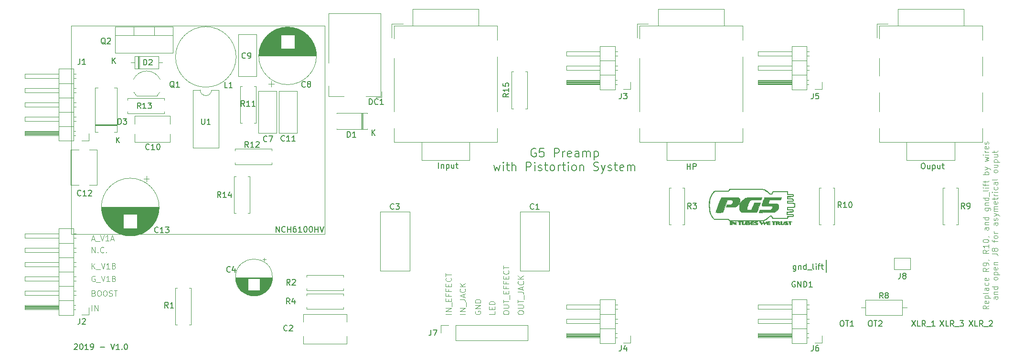
<source format=gto>
G04 #@! TF.GenerationSoftware,KiCad,Pcbnew,(5.1.0)-1*
G04 #@! TF.CreationDate,2019-04-23T00:00:26+02:00*
G04 #@! TF.ProjectId,pcb_main,7063625f-6d61-4696-9e2e-6b696361645f,RC1*
G04 #@! TF.SameCoordinates,Original*
G04 #@! TF.FileFunction,Legend,Top*
G04 #@! TF.FilePolarity,Positive*
%FSLAX46Y46*%
G04 Gerber Fmt 4.6, Leading zero omitted, Abs format (unit mm)*
G04 Created by KiCad (PCBNEW (5.1.0)-1) date 2019-04-23 00:00:26*
%MOMM*%
%LPD*%
G04 APERTURE LIST*
%ADD10C,0.100000*%
%ADD11C,0.150000*%
%ADD12C,0.200000*%
%ADD13C,0.010000*%
%ADD14C,0.120000*%
G04 APERTURE END LIST*
D10*
X147522380Y-153150952D02*
X146522380Y-153150952D01*
X147522380Y-152674761D02*
X146522380Y-152674761D01*
X147522380Y-152103333D01*
X146522380Y-152103333D01*
X147617619Y-151865237D02*
X147617619Y-151103333D01*
X146998571Y-150865237D02*
X146998571Y-150531904D01*
X147522380Y-150389047D02*
X147522380Y-150865237D01*
X146522380Y-150865237D01*
X146522380Y-150389047D01*
X146998571Y-149627142D02*
X146998571Y-149960475D01*
X147522380Y-149960475D02*
X146522380Y-149960475D01*
X146522380Y-149484285D01*
X146998571Y-148769999D02*
X146998571Y-149103333D01*
X147522380Y-149103333D02*
X146522380Y-149103333D01*
X146522380Y-148627142D01*
X146998571Y-148246190D02*
X146998571Y-147912856D01*
X147522380Y-147769999D02*
X147522380Y-148246190D01*
X146522380Y-148246190D01*
X146522380Y-147769999D01*
X147427142Y-146769999D02*
X147474761Y-146817618D01*
X147522380Y-146960475D01*
X147522380Y-147055713D01*
X147474761Y-147198571D01*
X147379523Y-147293809D01*
X147284285Y-147341428D01*
X147093809Y-147389047D01*
X146950952Y-147389047D01*
X146760476Y-147341428D01*
X146665238Y-147293809D01*
X146570000Y-147198571D01*
X146522380Y-147055713D01*
X146522380Y-146960475D01*
X146570000Y-146817618D01*
X146617619Y-146769999D01*
X146522380Y-146484285D02*
X146522380Y-145912856D01*
X147522380Y-146198571D02*
X146522380Y-146198571D01*
X83767619Y-139886666D02*
X84243809Y-139886666D01*
X83672380Y-140172380D02*
X84005714Y-139172380D01*
X84339047Y-140172380D01*
X84434285Y-140267619D02*
X85196190Y-140267619D01*
X85291428Y-139172380D02*
X85624761Y-140172380D01*
X85958095Y-139172380D01*
X86815238Y-140172380D02*
X86243809Y-140172380D01*
X86529523Y-140172380D02*
X86529523Y-139172380D01*
X86434285Y-139315238D01*
X86339047Y-139410476D01*
X86243809Y-139458095D01*
X87196190Y-139886666D02*
X87672380Y-139886666D01*
X87100952Y-140172380D02*
X87434285Y-139172380D01*
X87767619Y-140172380D01*
X83815238Y-142252380D02*
X83815238Y-141252380D01*
X84386666Y-142252380D01*
X84386666Y-141252380D01*
X84862857Y-142157142D02*
X84910476Y-142204761D01*
X84862857Y-142252380D01*
X84815238Y-142204761D01*
X84862857Y-142157142D01*
X84862857Y-142252380D01*
X85910476Y-142157142D02*
X85862857Y-142204761D01*
X85720000Y-142252380D01*
X85624762Y-142252380D01*
X85481904Y-142204761D01*
X85386666Y-142109523D01*
X85339047Y-142014285D01*
X85291428Y-141823809D01*
X85291428Y-141680952D01*
X85339047Y-141490476D01*
X85386666Y-141395238D01*
X85481904Y-141300000D01*
X85624762Y-141252380D01*
X85720000Y-141252380D01*
X85862857Y-141300000D01*
X85910476Y-141347619D01*
X86339047Y-142157142D02*
X86386666Y-142204761D01*
X86339047Y-142252380D01*
X86291428Y-142204761D01*
X86339047Y-142157142D01*
X86339047Y-142252380D01*
X83815237Y-145112380D02*
X83815237Y-144112380D01*
X84386666Y-145112380D02*
X83958095Y-144540952D01*
X84386666Y-144112380D02*
X83815237Y-144683809D01*
X84577142Y-145207619D02*
X85339047Y-145207619D01*
X85434285Y-144112380D02*
X85767618Y-145112380D01*
X86100952Y-144112380D01*
X86958095Y-145112380D02*
X86386666Y-145112380D01*
X86672380Y-145112380D02*
X86672380Y-144112380D01*
X86577142Y-144255238D01*
X86481904Y-144350476D01*
X86386666Y-144398095D01*
X87719999Y-144588571D02*
X87862857Y-144636190D01*
X87910476Y-144683809D01*
X87958095Y-144779047D01*
X87958095Y-144921904D01*
X87910476Y-145017142D01*
X87862857Y-145064761D01*
X87767618Y-145112380D01*
X87386666Y-145112380D01*
X87386666Y-144112380D01*
X87719999Y-144112380D01*
X87815237Y-144160000D01*
X87862857Y-144207619D01*
X87910476Y-144302857D01*
X87910476Y-144398095D01*
X87862857Y-144493333D01*
X87815237Y-144540952D01*
X87719999Y-144588571D01*
X87386666Y-144588571D01*
X84339047Y-146430000D02*
X84243809Y-146382380D01*
X84100952Y-146382380D01*
X83958095Y-146430000D01*
X83862857Y-146525238D01*
X83815237Y-146620476D01*
X83767618Y-146810952D01*
X83767618Y-146953809D01*
X83815237Y-147144285D01*
X83862857Y-147239523D01*
X83958095Y-147334761D01*
X84100952Y-147382380D01*
X84196190Y-147382380D01*
X84339047Y-147334761D01*
X84386666Y-147287142D01*
X84386666Y-146953809D01*
X84196190Y-146953809D01*
X84577142Y-147477619D02*
X85339047Y-147477619D01*
X85434285Y-146382380D02*
X85767618Y-147382380D01*
X86100952Y-146382380D01*
X86958095Y-147382380D02*
X86386666Y-147382380D01*
X86672380Y-147382380D02*
X86672380Y-146382380D01*
X86577142Y-146525238D01*
X86481904Y-146620476D01*
X86386666Y-146668095D01*
X87719999Y-146858571D02*
X87862857Y-146906190D01*
X87910476Y-146953809D01*
X87958095Y-147049047D01*
X87958095Y-147191904D01*
X87910476Y-147287142D01*
X87862857Y-147334761D01*
X87767618Y-147382380D01*
X87386666Y-147382380D01*
X87386666Y-146382380D01*
X87719999Y-146382380D01*
X87815237Y-146430000D01*
X87862857Y-146477619D01*
X87910476Y-146572857D01*
X87910476Y-146668095D01*
X87862857Y-146763333D01*
X87815237Y-146810952D01*
X87719999Y-146858571D01*
X87386666Y-146858571D01*
X84148571Y-149438571D02*
X84291428Y-149486190D01*
X84339047Y-149533809D01*
X84386666Y-149629047D01*
X84386666Y-149771904D01*
X84339047Y-149867142D01*
X84291428Y-149914761D01*
X84196190Y-149962380D01*
X83815238Y-149962380D01*
X83815238Y-148962380D01*
X84148571Y-148962380D01*
X84243809Y-149010000D01*
X84291428Y-149057619D01*
X84339047Y-149152857D01*
X84339047Y-149248095D01*
X84291428Y-149343333D01*
X84243809Y-149390952D01*
X84148571Y-149438571D01*
X83815238Y-149438571D01*
X85005714Y-148962380D02*
X85196190Y-148962380D01*
X85291428Y-149010000D01*
X85386666Y-149105238D01*
X85434285Y-149295714D01*
X85434285Y-149629047D01*
X85386666Y-149819523D01*
X85291428Y-149914761D01*
X85196190Y-149962380D01*
X85005714Y-149962380D01*
X84910476Y-149914761D01*
X84815238Y-149819523D01*
X84767619Y-149629047D01*
X84767619Y-149295714D01*
X84815238Y-149105238D01*
X84910476Y-149010000D01*
X85005714Y-148962380D01*
X86053333Y-148962380D02*
X86243809Y-148962380D01*
X86339047Y-149010000D01*
X86434285Y-149105238D01*
X86481905Y-149295714D01*
X86481905Y-149629047D01*
X86434285Y-149819523D01*
X86339047Y-149914761D01*
X86243809Y-149962380D01*
X86053333Y-149962380D01*
X85958095Y-149914761D01*
X85862857Y-149819523D01*
X85815238Y-149629047D01*
X85815238Y-149295714D01*
X85862857Y-149105238D01*
X85958095Y-149010000D01*
X86053333Y-148962380D01*
X86862857Y-149914761D02*
X87005714Y-149962380D01*
X87243809Y-149962380D01*
X87339047Y-149914761D01*
X87386666Y-149867142D01*
X87434285Y-149771904D01*
X87434285Y-149676666D01*
X87386666Y-149581428D01*
X87339047Y-149533809D01*
X87243809Y-149486190D01*
X87053333Y-149438571D01*
X86958095Y-149390952D01*
X86910476Y-149343333D01*
X86862857Y-149248095D01*
X86862857Y-149152857D01*
X86910476Y-149057619D01*
X86958095Y-149010000D01*
X87053333Y-148962380D01*
X87291428Y-148962380D01*
X87434285Y-149010000D01*
X87720000Y-148962380D02*
X88291428Y-148962380D01*
X88005714Y-149962380D02*
X88005714Y-148962380D01*
X83815238Y-152612380D02*
X83815238Y-151612380D01*
X84291428Y-152612380D02*
X84291428Y-151612380D01*
X84862857Y-152612380D01*
X84862857Y-151612380D01*
X159322380Y-152960476D02*
X159322380Y-152770000D01*
X159370000Y-152674761D01*
X159465238Y-152579523D01*
X159655714Y-152531904D01*
X159989047Y-152531904D01*
X160179523Y-152579523D01*
X160274761Y-152674761D01*
X160322380Y-152770000D01*
X160322380Y-152960476D01*
X160274761Y-153055714D01*
X160179523Y-153150952D01*
X159989047Y-153198571D01*
X159655714Y-153198571D01*
X159465238Y-153150952D01*
X159370000Y-153055714D01*
X159322380Y-152960476D01*
X159322380Y-152103333D02*
X160131904Y-152103333D01*
X160227142Y-152055714D01*
X160274761Y-152008095D01*
X160322380Y-151912857D01*
X160322380Y-151722380D01*
X160274761Y-151627142D01*
X160227142Y-151579523D01*
X160131904Y-151531904D01*
X159322380Y-151531904D01*
X159322380Y-151198571D02*
X159322380Y-150627142D01*
X160322380Y-150912857D02*
X159322380Y-150912857D01*
X160417619Y-150531904D02*
X160417619Y-149770000D01*
X159322380Y-149246190D02*
X160036666Y-149246190D01*
X160179523Y-149293809D01*
X160274761Y-149389047D01*
X160322380Y-149531904D01*
X160322380Y-149627142D01*
X160036666Y-148817619D02*
X160036666Y-148341428D01*
X160322380Y-148912857D02*
X159322380Y-148579523D01*
X160322380Y-148246190D01*
X160227142Y-147341428D02*
X160274761Y-147389047D01*
X160322380Y-147531904D01*
X160322380Y-147627142D01*
X160274761Y-147770000D01*
X160179523Y-147865238D01*
X160084285Y-147912857D01*
X159893809Y-147960476D01*
X159750952Y-147960476D01*
X159560476Y-147912857D01*
X159465238Y-147865238D01*
X159370000Y-147770000D01*
X159322380Y-147627142D01*
X159322380Y-147531904D01*
X159370000Y-147389047D01*
X159417619Y-147341428D01*
X160322380Y-146912857D02*
X159322380Y-146912857D01*
X160322380Y-146341428D02*
X159750952Y-146770000D01*
X159322380Y-146341428D02*
X159893809Y-146912857D01*
X156722380Y-152960475D02*
X156722380Y-152769999D01*
X156770000Y-152674761D01*
X156865238Y-152579523D01*
X157055714Y-152531904D01*
X157389047Y-152531904D01*
X157579523Y-152579523D01*
X157674761Y-152674761D01*
X157722380Y-152769999D01*
X157722380Y-152960475D01*
X157674761Y-153055713D01*
X157579523Y-153150951D01*
X157389047Y-153198570D01*
X157055714Y-153198570D01*
X156865238Y-153150951D01*
X156770000Y-153055713D01*
X156722380Y-152960475D01*
X156722380Y-152103332D02*
X157531904Y-152103332D01*
X157627142Y-152055713D01*
X157674761Y-152008094D01*
X157722380Y-151912856D01*
X157722380Y-151722380D01*
X157674761Y-151627142D01*
X157627142Y-151579523D01*
X157531904Y-151531904D01*
X156722380Y-151531904D01*
X156722380Y-151198570D02*
X156722380Y-150627142D01*
X157722380Y-150912856D02*
X156722380Y-150912856D01*
X157817619Y-150531904D02*
X157817619Y-149769999D01*
X157198571Y-149531904D02*
X157198571Y-149198570D01*
X157722380Y-149055713D02*
X157722380Y-149531904D01*
X156722380Y-149531904D01*
X156722380Y-149055713D01*
X157198571Y-148293808D02*
X157198571Y-148627142D01*
X157722380Y-148627142D02*
X156722380Y-148627142D01*
X156722380Y-148150951D01*
X157198571Y-147436666D02*
X157198571Y-147769999D01*
X157722380Y-147769999D02*
X156722380Y-147769999D01*
X156722380Y-147293808D01*
X157198571Y-146912856D02*
X157198571Y-146579523D01*
X157722380Y-146436666D02*
X157722380Y-146912856D01*
X156722380Y-146912856D01*
X156722380Y-146436666D01*
X157627142Y-145436666D02*
X157674761Y-145484285D01*
X157722380Y-145627142D01*
X157722380Y-145722380D01*
X157674761Y-145865237D01*
X157579523Y-145960475D01*
X157484285Y-146008094D01*
X157293809Y-146055713D01*
X157150952Y-146055713D01*
X156960476Y-146008094D01*
X156865238Y-145960475D01*
X156770000Y-145865237D01*
X156722380Y-145722380D01*
X156722380Y-145627142D01*
X156770000Y-145484285D01*
X156817619Y-145436666D01*
X156722380Y-145150951D02*
X156722380Y-144579523D01*
X157722380Y-144865237D02*
X156722380Y-144865237D01*
X155222380Y-152674761D02*
X155222380Y-153150951D01*
X154222380Y-153150951D01*
X154698571Y-152341427D02*
X154698571Y-152008094D01*
X155222380Y-151865237D02*
X155222380Y-152341427D01*
X154222380Y-152341427D01*
X154222380Y-151865237D01*
X155222380Y-151436665D02*
X154222380Y-151436665D01*
X154222380Y-151198570D01*
X154270000Y-151055713D01*
X154365238Y-150960475D01*
X154460476Y-150912856D01*
X154650952Y-150865237D01*
X154793809Y-150865237D01*
X154984285Y-150912856D01*
X155079523Y-150960475D01*
X155174761Y-151055713D01*
X155222380Y-151198570D01*
X155222380Y-151436665D01*
X151770000Y-152641904D02*
X151722380Y-152737142D01*
X151722380Y-152880000D01*
X151770000Y-153022857D01*
X151865238Y-153118095D01*
X151960476Y-153165714D01*
X152150952Y-153213333D01*
X152293809Y-153213333D01*
X152484285Y-153165714D01*
X152579523Y-153118095D01*
X152674761Y-153022857D01*
X152722380Y-152880000D01*
X152722380Y-152784761D01*
X152674761Y-152641904D01*
X152627142Y-152594285D01*
X152293809Y-152594285D01*
X152293809Y-152784761D01*
X152722380Y-152165714D02*
X151722380Y-152165714D01*
X152722380Y-151594285D01*
X151722380Y-151594285D01*
X152722380Y-151118095D02*
X151722380Y-151118095D01*
X151722380Y-150880000D01*
X151770000Y-150737142D01*
X151865238Y-150641904D01*
X151960476Y-150594285D01*
X152150952Y-150546666D01*
X152293809Y-150546666D01*
X152484285Y-150594285D01*
X152579523Y-150641904D01*
X152674761Y-150737142D01*
X152722380Y-150880000D01*
X152722380Y-151118095D01*
X150022380Y-153150951D02*
X149022380Y-153150951D01*
X150022380Y-152674761D02*
X149022380Y-152674761D01*
X150022380Y-152103332D01*
X149022380Y-152103332D01*
X150117619Y-151865237D02*
X150117619Y-151103332D01*
X149022380Y-150579523D02*
X149736666Y-150579523D01*
X149879523Y-150627142D01*
X149974761Y-150722380D01*
X150022380Y-150865237D01*
X150022380Y-150960475D01*
X149736666Y-150150951D02*
X149736666Y-149674761D01*
X150022380Y-150246189D02*
X149022380Y-149912856D01*
X150022380Y-149579523D01*
X149927142Y-148674761D02*
X149974761Y-148722380D01*
X150022380Y-148865237D01*
X150022380Y-148960475D01*
X149974761Y-149103332D01*
X149879523Y-149198570D01*
X149784285Y-149246189D01*
X149593809Y-149293808D01*
X149450952Y-149293808D01*
X149260476Y-149246189D01*
X149165238Y-149198570D01*
X149070000Y-149103332D01*
X149022380Y-148960475D01*
X149022380Y-148865237D01*
X149070000Y-148722380D01*
X149117619Y-148674761D01*
X150022380Y-148246189D02*
X149022380Y-148246189D01*
X150022380Y-147674761D02*
X149450952Y-148103332D01*
X149022380Y-147674761D02*
X149593809Y-148246189D01*
D11*
X80685714Y-158547619D02*
X80733333Y-158500000D01*
X80828571Y-158452380D01*
X81066666Y-158452380D01*
X81161904Y-158500000D01*
X81209523Y-158547619D01*
X81257142Y-158642857D01*
X81257142Y-158738095D01*
X81209523Y-158880952D01*
X80638095Y-159452380D01*
X81257142Y-159452380D01*
X81876190Y-158452380D02*
X81971428Y-158452380D01*
X82066666Y-158500000D01*
X82114285Y-158547619D01*
X82161904Y-158642857D01*
X82209523Y-158833333D01*
X82209523Y-159071428D01*
X82161904Y-159261904D01*
X82114285Y-159357142D01*
X82066666Y-159404761D01*
X81971428Y-159452380D01*
X81876190Y-159452380D01*
X81780952Y-159404761D01*
X81733333Y-159357142D01*
X81685714Y-159261904D01*
X81638095Y-159071428D01*
X81638095Y-158833333D01*
X81685714Y-158642857D01*
X81733333Y-158547619D01*
X81780952Y-158500000D01*
X81876190Y-158452380D01*
X83161904Y-159452380D02*
X82590476Y-159452380D01*
X82876190Y-159452380D02*
X82876190Y-158452380D01*
X82780952Y-158595238D01*
X82685714Y-158690476D01*
X82590476Y-158738095D01*
X83638095Y-159452380D02*
X83828571Y-159452380D01*
X83923809Y-159404761D01*
X83971428Y-159357142D01*
X84066666Y-159214285D01*
X84114285Y-159023809D01*
X84114285Y-158642857D01*
X84066666Y-158547619D01*
X84019047Y-158500000D01*
X83923809Y-158452380D01*
X83733333Y-158452380D01*
X83638095Y-158500000D01*
X83590476Y-158547619D01*
X83542857Y-158642857D01*
X83542857Y-158880952D01*
X83590476Y-158976190D01*
X83638095Y-159023809D01*
X83733333Y-159071428D01*
X83923809Y-159071428D01*
X84019047Y-159023809D01*
X84066666Y-158976190D01*
X84114285Y-158880952D01*
X85304761Y-159071428D02*
X86066666Y-159071428D01*
X87161904Y-158452380D02*
X87495238Y-159452380D01*
X87828571Y-158452380D01*
X88685714Y-159452380D02*
X88114285Y-159452380D01*
X88400000Y-159452380D02*
X88400000Y-158452380D01*
X88304761Y-158595238D01*
X88209523Y-158690476D01*
X88114285Y-158738095D01*
X89114285Y-159357142D02*
X89161904Y-159404761D01*
X89114285Y-159452380D01*
X89066666Y-159404761D01*
X89114285Y-159357142D01*
X89114285Y-159452380D01*
X89780952Y-158452380D02*
X89876190Y-158452380D01*
X89971428Y-158500000D01*
X90019047Y-158547619D01*
X90066666Y-158642857D01*
X90114285Y-158833333D01*
X90114285Y-159071428D01*
X90066666Y-159261904D01*
X90019047Y-159357142D01*
X89971428Y-159404761D01*
X89876190Y-159452380D01*
X89780952Y-159452380D01*
X89685714Y-159404761D01*
X89638095Y-159357142D01*
X89590476Y-159261904D01*
X89542857Y-159071428D01*
X89542857Y-158833333D01*
X89590476Y-158642857D01*
X89638095Y-158547619D01*
X89685714Y-158500000D01*
X89780952Y-158452380D01*
D12*
X162492857Y-123825000D02*
X162350000Y-123753571D01*
X162135714Y-123753571D01*
X161921428Y-123825000D01*
X161778571Y-123967857D01*
X161707142Y-124110714D01*
X161635714Y-124396428D01*
X161635714Y-124610714D01*
X161707142Y-124896428D01*
X161778571Y-125039285D01*
X161921428Y-125182142D01*
X162135714Y-125253571D01*
X162278571Y-125253571D01*
X162492857Y-125182142D01*
X162564285Y-125110714D01*
X162564285Y-124610714D01*
X162278571Y-124610714D01*
X163921428Y-123753571D02*
X163207142Y-123753571D01*
X163135714Y-124467857D01*
X163207142Y-124396428D01*
X163350000Y-124325000D01*
X163707142Y-124325000D01*
X163850000Y-124396428D01*
X163921428Y-124467857D01*
X163992857Y-124610714D01*
X163992857Y-124967857D01*
X163921428Y-125110714D01*
X163850000Y-125182142D01*
X163707142Y-125253571D01*
X163350000Y-125253571D01*
X163207142Y-125182142D01*
X163135714Y-125110714D01*
X165778571Y-125253571D02*
X165778571Y-123753571D01*
X166350000Y-123753571D01*
X166492857Y-123825000D01*
X166564285Y-123896428D01*
X166635714Y-124039285D01*
X166635714Y-124253571D01*
X166564285Y-124396428D01*
X166492857Y-124467857D01*
X166350000Y-124539285D01*
X165778571Y-124539285D01*
X167278571Y-125253571D02*
X167278571Y-124253571D01*
X167278571Y-124539285D02*
X167350000Y-124396428D01*
X167421428Y-124325000D01*
X167564285Y-124253571D01*
X167707142Y-124253571D01*
X168778571Y-125182142D02*
X168635714Y-125253571D01*
X168350000Y-125253571D01*
X168207142Y-125182142D01*
X168135714Y-125039285D01*
X168135714Y-124467857D01*
X168207142Y-124325000D01*
X168350000Y-124253571D01*
X168635714Y-124253571D01*
X168778571Y-124325000D01*
X168850000Y-124467857D01*
X168850000Y-124610714D01*
X168135714Y-124753571D01*
X170135714Y-125253571D02*
X170135714Y-124467857D01*
X170064285Y-124325000D01*
X169921428Y-124253571D01*
X169635714Y-124253571D01*
X169492857Y-124325000D01*
X170135714Y-125182142D02*
X169992857Y-125253571D01*
X169635714Y-125253571D01*
X169492857Y-125182142D01*
X169421428Y-125039285D01*
X169421428Y-124896428D01*
X169492857Y-124753571D01*
X169635714Y-124682142D01*
X169992857Y-124682142D01*
X170135714Y-124610714D01*
X170850000Y-125253571D02*
X170850000Y-124253571D01*
X170850000Y-124396428D02*
X170921428Y-124325000D01*
X171064285Y-124253571D01*
X171278571Y-124253571D01*
X171421428Y-124325000D01*
X171492857Y-124467857D01*
X171492857Y-125253571D01*
X171492857Y-124467857D02*
X171564285Y-124325000D01*
X171707142Y-124253571D01*
X171921428Y-124253571D01*
X172064285Y-124325000D01*
X172135714Y-124467857D01*
X172135714Y-125253571D01*
X172850000Y-124253571D02*
X172850000Y-125753571D01*
X172850000Y-124325000D02*
X172992857Y-124253571D01*
X173278571Y-124253571D01*
X173421428Y-124325000D01*
X173492857Y-124396428D01*
X173564285Y-124539285D01*
X173564285Y-124967857D01*
X173492857Y-125110714D01*
X173421428Y-125182142D01*
X173278571Y-125253571D01*
X172992857Y-125253571D01*
X172850000Y-125182142D01*
X155028571Y-126703571D02*
X155314285Y-127703571D01*
X155600000Y-126989285D01*
X155885714Y-127703571D01*
X156171428Y-126703571D01*
X156742857Y-127703571D02*
X156742857Y-126703571D01*
X156742857Y-126203571D02*
X156671428Y-126275000D01*
X156742857Y-126346428D01*
X156814285Y-126275000D01*
X156742857Y-126203571D01*
X156742857Y-126346428D01*
X157242857Y-126703571D02*
X157814285Y-126703571D01*
X157457142Y-126203571D02*
X157457142Y-127489285D01*
X157528571Y-127632142D01*
X157671428Y-127703571D01*
X157814285Y-127703571D01*
X158314285Y-127703571D02*
X158314285Y-126203571D01*
X158957142Y-127703571D02*
X158957142Y-126917857D01*
X158885714Y-126775000D01*
X158742857Y-126703571D01*
X158528571Y-126703571D01*
X158385714Y-126775000D01*
X158314285Y-126846428D01*
X160814285Y-127703571D02*
X160814285Y-126203571D01*
X161385714Y-126203571D01*
X161528571Y-126275000D01*
X161600000Y-126346428D01*
X161671428Y-126489285D01*
X161671428Y-126703571D01*
X161600000Y-126846428D01*
X161528571Y-126917857D01*
X161385714Y-126989285D01*
X160814285Y-126989285D01*
X162314285Y-127703571D02*
X162314285Y-126703571D01*
X162314285Y-126203571D02*
X162242857Y-126275000D01*
X162314285Y-126346428D01*
X162385714Y-126275000D01*
X162314285Y-126203571D01*
X162314285Y-126346428D01*
X162957142Y-127632142D02*
X163100000Y-127703571D01*
X163385714Y-127703571D01*
X163528571Y-127632142D01*
X163600000Y-127489285D01*
X163600000Y-127417857D01*
X163528571Y-127275000D01*
X163385714Y-127203571D01*
X163171428Y-127203571D01*
X163028571Y-127132142D01*
X162957142Y-126989285D01*
X162957142Y-126917857D01*
X163028571Y-126775000D01*
X163171428Y-126703571D01*
X163385714Y-126703571D01*
X163528571Y-126775000D01*
X164028571Y-126703571D02*
X164600000Y-126703571D01*
X164242857Y-126203571D02*
X164242857Y-127489285D01*
X164314285Y-127632142D01*
X164457142Y-127703571D01*
X164600000Y-127703571D01*
X165314285Y-127703571D02*
X165171428Y-127632142D01*
X165100000Y-127560714D01*
X165028571Y-127417857D01*
X165028571Y-126989285D01*
X165100000Y-126846428D01*
X165171428Y-126775000D01*
X165314285Y-126703571D01*
X165528571Y-126703571D01*
X165671428Y-126775000D01*
X165742857Y-126846428D01*
X165814285Y-126989285D01*
X165814285Y-127417857D01*
X165742857Y-127560714D01*
X165671428Y-127632142D01*
X165528571Y-127703571D01*
X165314285Y-127703571D01*
X166457142Y-127703571D02*
X166457142Y-126703571D01*
X166457142Y-126989285D02*
X166528571Y-126846428D01*
X166600000Y-126775000D01*
X166742857Y-126703571D01*
X166885714Y-126703571D01*
X167171428Y-126703571D02*
X167742857Y-126703571D01*
X167385714Y-126203571D02*
X167385714Y-127489285D01*
X167457142Y-127632142D01*
X167600000Y-127703571D01*
X167742857Y-127703571D01*
X168242857Y-127703571D02*
X168242857Y-126703571D01*
X168242857Y-126203571D02*
X168171428Y-126275000D01*
X168242857Y-126346428D01*
X168314285Y-126275000D01*
X168242857Y-126203571D01*
X168242857Y-126346428D01*
X169171428Y-127703571D02*
X169028571Y-127632142D01*
X168957142Y-127560714D01*
X168885714Y-127417857D01*
X168885714Y-126989285D01*
X168957142Y-126846428D01*
X169028571Y-126775000D01*
X169171428Y-126703571D01*
X169385714Y-126703571D01*
X169528571Y-126775000D01*
X169600000Y-126846428D01*
X169671428Y-126989285D01*
X169671428Y-127417857D01*
X169600000Y-127560714D01*
X169528571Y-127632142D01*
X169385714Y-127703571D01*
X169171428Y-127703571D01*
X170314285Y-126703571D02*
X170314285Y-127703571D01*
X170314285Y-126846428D02*
X170385714Y-126775000D01*
X170528571Y-126703571D01*
X170742857Y-126703571D01*
X170885714Y-126775000D01*
X170957142Y-126917857D01*
X170957142Y-127703571D01*
X172742857Y-127632142D02*
X172957142Y-127703571D01*
X173314285Y-127703571D01*
X173457142Y-127632142D01*
X173528571Y-127560714D01*
X173599999Y-127417857D01*
X173599999Y-127275000D01*
X173528571Y-127132142D01*
X173457142Y-127060714D01*
X173314285Y-126989285D01*
X173028571Y-126917857D01*
X172885714Y-126846428D01*
X172814285Y-126775000D01*
X172742857Y-126632142D01*
X172742857Y-126489285D01*
X172814285Y-126346428D01*
X172885714Y-126275000D01*
X173028571Y-126203571D01*
X173385714Y-126203571D01*
X173599999Y-126275000D01*
X174099999Y-126703571D02*
X174457142Y-127703571D01*
X174814285Y-126703571D02*
X174457142Y-127703571D01*
X174314285Y-128060714D01*
X174242857Y-128132142D01*
X174099999Y-128203571D01*
X175314285Y-127632142D02*
X175457142Y-127703571D01*
X175742857Y-127703571D01*
X175885714Y-127632142D01*
X175957142Y-127489285D01*
X175957142Y-127417857D01*
X175885714Y-127275000D01*
X175742857Y-127203571D01*
X175528571Y-127203571D01*
X175385714Y-127132142D01*
X175314285Y-126989285D01*
X175314285Y-126917857D01*
X175385714Y-126775000D01*
X175528571Y-126703571D01*
X175742857Y-126703571D01*
X175885714Y-126775000D01*
X176385714Y-126703571D02*
X176957142Y-126703571D01*
X176599999Y-126203571D02*
X176599999Y-127489285D01*
X176671428Y-127632142D01*
X176814285Y-127703571D01*
X176957142Y-127703571D01*
X178028571Y-127632142D02*
X177885714Y-127703571D01*
X177599999Y-127703571D01*
X177457142Y-127632142D01*
X177385714Y-127489285D01*
X177385714Y-126917857D01*
X177457142Y-126775000D01*
X177599999Y-126703571D01*
X177885714Y-126703571D01*
X178028571Y-126775000D01*
X178099999Y-126917857D01*
X178099999Y-127060714D01*
X177385714Y-127203571D01*
X178742857Y-127703571D02*
X178742857Y-126703571D01*
X178742857Y-126846428D02*
X178814285Y-126775000D01*
X178957142Y-126703571D01*
X179171428Y-126703571D01*
X179314285Y-126775000D01*
X179385714Y-126917857D01*
X179385714Y-127703571D01*
X179385714Y-126917857D02*
X179457142Y-126775000D01*
X179599999Y-126703571D01*
X179814285Y-126703571D01*
X179957142Y-126775000D01*
X180028571Y-126917857D01*
X180028571Y-127703571D01*
D10*
X242752380Y-151638095D02*
X242276190Y-151971428D01*
X242752380Y-152209523D02*
X241752380Y-152209523D01*
X241752380Y-151828571D01*
X241800000Y-151733333D01*
X241847619Y-151685714D01*
X241942857Y-151638095D01*
X242085714Y-151638095D01*
X242180952Y-151685714D01*
X242228571Y-151733333D01*
X242276190Y-151828571D01*
X242276190Y-152209523D01*
X242704761Y-150828571D02*
X242752380Y-150923809D01*
X242752380Y-151114285D01*
X242704761Y-151209523D01*
X242609523Y-151257142D01*
X242228571Y-151257142D01*
X242133333Y-151209523D01*
X242085714Y-151114285D01*
X242085714Y-150923809D01*
X242133333Y-150828571D01*
X242228571Y-150780952D01*
X242323809Y-150780952D01*
X242419047Y-151257142D01*
X242085714Y-150352380D02*
X243085714Y-150352380D01*
X242133333Y-150352380D02*
X242085714Y-150257142D01*
X242085714Y-150066666D01*
X242133333Y-149971428D01*
X242180952Y-149923809D01*
X242276190Y-149876190D01*
X242561904Y-149876190D01*
X242657142Y-149923809D01*
X242704761Y-149971428D01*
X242752380Y-150066666D01*
X242752380Y-150257142D01*
X242704761Y-150352380D01*
X242752380Y-149304761D02*
X242704761Y-149400000D01*
X242609523Y-149447619D01*
X241752380Y-149447619D01*
X242752380Y-148495238D02*
X242228571Y-148495238D01*
X242133333Y-148542857D01*
X242085714Y-148638095D01*
X242085714Y-148828571D01*
X242133333Y-148923809D01*
X242704761Y-148495238D02*
X242752380Y-148590476D01*
X242752380Y-148828571D01*
X242704761Y-148923809D01*
X242609523Y-148971428D01*
X242514285Y-148971428D01*
X242419047Y-148923809D01*
X242371428Y-148828571D01*
X242371428Y-148590476D01*
X242323809Y-148495238D01*
X242704761Y-147590476D02*
X242752380Y-147685714D01*
X242752380Y-147876190D01*
X242704761Y-147971428D01*
X242657142Y-148019047D01*
X242561904Y-148066666D01*
X242276190Y-148066666D01*
X242180952Y-148019047D01*
X242133333Y-147971428D01*
X242085714Y-147876190D01*
X242085714Y-147685714D01*
X242133333Y-147590476D01*
X242704761Y-146780952D02*
X242752380Y-146876190D01*
X242752380Y-147066666D01*
X242704761Y-147161904D01*
X242609523Y-147209523D01*
X242228571Y-147209523D01*
X242133333Y-147161904D01*
X242085714Y-147066666D01*
X242085714Y-146876190D01*
X242133333Y-146780952D01*
X242228571Y-146733333D01*
X242323809Y-146733333D01*
X242419047Y-147209523D01*
X242752380Y-144971428D02*
X242276190Y-145304761D01*
X242752380Y-145542857D02*
X241752380Y-145542857D01*
X241752380Y-145161904D01*
X241800000Y-145066666D01*
X241847619Y-145019047D01*
X241942857Y-144971428D01*
X242085714Y-144971428D01*
X242180952Y-145019047D01*
X242228571Y-145066666D01*
X242276190Y-145161904D01*
X242276190Y-145542857D01*
X242752380Y-144495238D02*
X242752380Y-144304761D01*
X242704761Y-144209523D01*
X242657142Y-144161904D01*
X242514285Y-144066666D01*
X242323809Y-144019047D01*
X241942857Y-144019047D01*
X241847619Y-144066666D01*
X241800000Y-144114285D01*
X241752380Y-144209523D01*
X241752380Y-144400000D01*
X241800000Y-144495238D01*
X241847619Y-144542857D01*
X241942857Y-144590476D01*
X242180952Y-144590476D01*
X242276190Y-144542857D01*
X242323809Y-144495238D01*
X242371428Y-144400000D01*
X242371428Y-144209523D01*
X242323809Y-144114285D01*
X242276190Y-144066666D01*
X242180952Y-144019047D01*
X242704761Y-143542857D02*
X242752380Y-143542857D01*
X242847619Y-143590476D01*
X242895238Y-143638095D01*
X242752380Y-141780952D02*
X242276190Y-142114285D01*
X242752380Y-142352380D02*
X241752380Y-142352380D01*
X241752380Y-141971428D01*
X241800000Y-141876190D01*
X241847619Y-141828571D01*
X241942857Y-141780952D01*
X242085714Y-141780952D01*
X242180952Y-141828571D01*
X242228571Y-141876190D01*
X242276190Y-141971428D01*
X242276190Y-142352380D01*
X242752380Y-140828571D02*
X242752380Y-141400000D01*
X242752380Y-141114285D02*
X241752380Y-141114285D01*
X241895238Y-141209523D01*
X241990476Y-141304761D01*
X242038095Y-141400000D01*
X241752380Y-140209523D02*
X241752380Y-140114285D01*
X241800000Y-140019047D01*
X241847619Y-139971428D01*
X241942857Y-139923809D01*
X242133333Y-139876190D01*
X242371428Y-139876190D01*
X242561904Y-139923809D01*
X242657142Y-139971428D01*
X242704761Y-140019047D01*
X242752380Y-140114285D01*
X242752380Y-140209523D01*
X242704761Y-140304761D01*
X242657142Y-140352380D01*
X242561904Y-140400000D01*
X242371428Y-140447619D01*
X242133333Y-140447619D01*
X241942857Y-140400000D01*
X241847619Y-140352380D01*
X241800000Y-140304761D01*
X241752380Y-140209523D01*
X242704761Y-139400000D02*
X242752380Y-139400000D01*
X242847619Y-139447619D01*
X242895238Y-139495238D01*
X242752380Y-137780952D02*
X242228571Y-137780952D01*
X242133333Y-137828571D01*
X242085714Y-137923809D01*
X242085714Y-138114285D01*
X242133333Y-138209523D01*
X242704761Y-137780952D02*
X242752380Y-137876190D01*
X242752380Y-138114285D01*
X242704761Y-138209523D01*
X242609523Y-138257142D01*
X242514285Y-138257142D01*
X242419047Y-138209523D01*
X242371428Y-138114285D01*
X242371428Y-137876190D01*
X242323809Y-137780952D01*
X242085714Y-137304761D02*
X242752380Y-137304761D01*
X242180952Y-137304761D02*
X242133333Y-137257142D01*
X242085714Y-137161904D01*
X242085714Y-137019047D01*
X242133333Y-136923809D01*
X242228571Y-136876190D01*
X242752380Y-136876190D01*
X242752380Y-135971428D02*
X241752380Y-135971428D01*
X242704761Y-135971428D02*
X242752380Y-136066666D01*
X242752380Y-136257142D01*
X242704761Y-136352380D01*
X242657142Y-136400000D01*
X242561904Y-136447619D01*
X242276190Y-136447619D01*
X242180952Y-136400000D01*
X242133333Y-136352380D01*
X242085714Y-136257142D01*
X242085714Y-136066666D01*
X242133333Y-135971428D01*
X242085714Y-134304761D02*
X242895238Y-134304761D01*
X242990476Y-134352380D01*
X243038095Y-134400000D01*
X243085714Y-134495238D01*
X243085714Y-134638095D01*
X243038095Y-134733333D01*
X242704761Y-134304761D02*
X242752380Y-134400000D01*
X242752380Y-134590476D01*
X242704761Y-134685714D01*
X242657142Y-134733333D01*
X242561904Y-134780952D01*
X242276190Y-134780952D01*
X242180952Y-134733333D01*
X242133333Y-134685714D01*
X242085714Y-134590476D01*
X242085714Y-134400000D01*
X242133333Y-134304761D01*
X242085714Y-133828571D02*
X242752380Y-133828571D01*
X242180952Y-133828571D02*
X242133333Y-133780952D01*
X242085714Y-133685714D01*
X242085714Y-133542857D01*
X242133333Y-133447619D01*
X242228571Y-133400000D01*
X242752380Y-133400000D01*
X242752380Y-132495238D02*
X241752380Y-132495238D01*
X242704761Y-132495238D02*
X242752380Y-132590476D01*
X242752380Y-132780952D01*
X242704761Y-132876190D01*
X242657142Y-132923809D01*
X242561904Y-132971428D01*
X242276190Y-132971428D01*
X242180952Y-132923809D01*
X242133333Y-132876190D01*
X242085714Y-132780952D01*
X242085714Y-132590476D01*
X242133333Y-132495238D01*
X242847619Y-132257142D02*
X242847619Y-131495238D01*
X242752380Y-131114285D02*
X242704761Y-131209523D01*
X242609523Y-131257142D01*
X241752380Y-131257142D01*
X242752380Y-130733333D02*
X242085714Y-130733333D01*
X241752380Y-130733333D02*
X241800000Y-130780952D01*
X241847619Y-130733333D01*
X241800000Y-130685714D01*
X241752380Y-130733333D01*
X241847619Y-130733333D01*
X242085714Y-130400000D02*
X242085714Y-130019047D01*
X242752380Y-130257142D02*
X241895238Y-130257142D01*
X241800000Y-130209523D01*
X241752380Y-130114285D01*
X241752380Y-130019047D01*
X242085714Y-129828571D02*
X242085714Y-129447619D01*
X241752380Y-129685714D02*
X242609523Y-129685714D01*
X242704761Y-129638095D01*
X242752380Y-129542857D01*
X242752380Y-129447619D01*
X242752380Y-128352380D02*
X241752380Y-128352380D01*
X242133333Y-128352380D02*
X242085714Y-128257142D01*
X242085714Y-128066666D01*
X242133333Y-127971428D01*
X242180952Y-127923809D01*
X242276190Y-127876190D01*
X242561904Y-127876190D01*
X242657142Y-127923809D01*
X242704761Y-127971428D01*
X242752380Y-128066666D01*
X242752380Y-128257142D01*
X242704761Y-128352380D01*
X242085714Y-127542857D02*
X242752380Y-127304761D01*
X242085714Y-127066666D02*
X242752380Y-127304761D01*
X242990476Y-127400000D01*
X243038095Y-127447619D01*
X243085714Y-127542857D01*
X242085714Y-126019047D02*
X242752380Y-125828571D01*
X242276190Y-125638095D01*
X242752380Y-125447619D01*
X242085714Y-125257142D01*
X242752380Y-124876190D02*
X242085714Y-124876190D01*
X241752380Y-124876190D02*
X241800000Y-124923809D01*
X241847619Y-124876190D01*
X241800000Y-124828571D01*
X241752380Y-124876190D01*
X241847619Y-124876190D01*
X242752380Y-124400000D02*
X242085714Y-124400000D01*
X242276190Y-124400000D02*
X242180952Y-124352380D01*
X242133333Y-124304761D01*
X242085714Y-124209523D01*
X242085714Y-124114285D01*
X242704761Y-123400000D02*
X242752380Y-123495238D01*
X242752380Y-123685714D01*
X242704761Y-123780952D01*
X242609523Y-123828571D01*
X242228571Y-123828571D01*
X242133333Y-123780952D01*
X242085714Y-123685714D01*
X242085714Y-123495238D01*
X242133333Y-123400000D01*
X242228571Y-123352380D01*
X242323809Y-123352380D01*
X242419047Y-123828571D01*
X242704761Y-122971428D02*
X242752380Y-122876190D01*
X242752380Y-122685714D01*
X242704761Y-122590476D01*
X242609523Y-122542857D01*
X242561904Y-122542857D01*
X242466666Y-122590476D01*
X242419047Y-122685714D01*
X242419047Y-122828571D01*
X242371428Y-122923809D01*
X242276190Y-122971428D01*
X242228571Y-122971428D01*
X242133333Y-122923809D01*
X242085714Y-122828571D01*
X242085714Y-122685714D01*
X242133333Y-122590476D01*
X244352380Y-150090476D02*
X243828571Y-150090476D01*
X243733333Y-150138095D01*
X243685714Y-150233333D01*
X243685714Y-150423809D01*
X243733333Y-150519047D01*
X244304761Y-150090476D02*
X244352380Y-150185714D01*
X244352380Y-150423809D01*
X244304761Y-150519047D01*
X244209523Y-150566666D01*
X244114285Y-150566666D01*
X244019047Y-150519047D01*
X243971428Y-150423809D01*
X243971428Y-150185714D01*
X243923809Y-150090476D01*
X243685714Y-149614285D02*
X244352380Y-149614285D01*
X243780952Y-149614285D02*
X243733333Y-149566666D01*
X243685714Y-149471428D01*
X243685714Y-149328571D01*
X243733333Y-149233333D01*
X243828571Y-149185714D01*
X244352380Y-149185714D01*
X244352380Y-148280952D02*
X243352380Y-148280952D01*
X244304761Y-148280952D02*
X244352380Y-148376190D01*
X244352380Y-148566666D01*
X244304761Y-148661904D01*
X244257142Y-148709523D01*
X244161904Y-148757142D01*
X243876190Y-148757142D01*
X243780952Y-148709523D01*
X243733333Y-148661904D01*
X243685714Y-148566666D01*
X243685714Y-148376190D01*
X243733333Y-148280952D01*
X244352380Y-146900000D02*
X244304761Y-146995238D01*
X244257142Y-147042857D01*
X244161904Y-147090476D01*
X243876190Y-147090476D01*
X243780952Y-147042857D01*
X243733333Y-146995238D01*
X243685714Y-146900000D01*
X243685714Y-146757142D01*
X243733333Y-146661904D01*
X243780952Y-146614285D01*
X243876190Y-146566666D01*
X244161904Y-146566666D01*
X244257142Y-146614285D01*
X244304761Y-146661904D01*
X244352380Y-146757142D01*
X244352380Y-146900000D01*
X243685714Y-146138095D02*
X244685714Y-146138095D01*
X243733333Y-146138095D02*
X243685714Y-146042857D01*
X243685714Y-145852380D01*
X243733333Y-145757142D01*
X243780952Y-145709523D01*
X243876190Y-145661904D01*
X244161904Y-145661904D01*
X244257142Y-145709523D01*
X244304761Y-145757142D01*
X244352380Y-145852380D01*
X244352380Y-146042857D01*
X244304761Y-146138095D01*
X244304761Y-144852380D02*
X244352380Y-144947619D01*
X244352380Y-145138095D01*
X244304761Y-145233333D01*
X244209523Y-145280952D01*
X243828571Y-145280952D01*
X243733333Y-145233333D01*
X243685714Y-145138095D01*
X243685714Y-144947619D01*
X243733333Y-144852380D01*
X243828571Y-144804761D01*
X243923809Y-144804761D01*
X244019047Y-145280952D01*
X243685714Y-144376190D02*
X244352380Y-144376190D01*
X243780952Y-144376190D02*
X243733333Y-144328571D01*
X243685714Y-144233333D01*
X243685714Y-144090476D01*
X243733333Y-143995238D01*
X243828571Y-143947619D01*
X244352380Y-143947619D01*
X243352380Y-142423809D02*
X244066666Y-142423809D01*
X244209523Y-142471428D01*
X244304761Y-142566666D01*
X244352380Y-142709523D01*
X244352380Y-142804761D01*
X243780952Y-141804761D02*
X243733333Y-141900000D01*
X243685714Y-141947619D01*
X243590476Y-141995238D01*
X243542857Y-141995238D01*
X243447619Y-141947619D01*
X243400000Y-141900000D01*
X243352380Y-141804761D01*
X243352380Y-141614285D01*
X243400000Y-141519047D01*
X243447619Y-141471428D01*
X243542857Y-141423809D01*
X243590476Y-141423809D01*
X243685714Y-141471428D01*
X243733333Y-141519047D01*
X243780952Y-141614285D01*
X243780952Y-141804761D01*
X243828571Y-141900000D01*
X243876190Y-141947619D01*
X243971428Y-141995238D01*
X244161904Y-141995238D01*
X244257142Y-141947619D01*
X244304761Y-141900000D01*
X244352380Y-141804761D01*
X244352380Y-141614285D01*
X244304761Y-141519047D01*
X244257142Y-141471428D01*
X244161904Y-141423809D01*
X243971428Y-141423809D01*
X243876190Y-141471428D01*
X243828571Y-141519047D01*
X243780952Y-141614285D01*
X243685714Y-140376190D02*
X243685714Y-139995238D01*
X244352380Y-140233333D02*
X243495238Y-140233333D01*
X243400000Y-140185714D01*
X243352380Y-140090476D01*
X243352380Y-139995238D01*
X244352380Y-139519047D02*
X244304761Y-139614285D01*
X244257142Y-139661904D01*
X244161904Y-139709523D01*
X243876190Y-139709523D01*
X243780952Y-139661904D01*
X243733333Y-139614285D01*
X243685714Y-139519047D01*
X243685714Y-139376190D01*
X243733333Y-139280952D01*
X243780952Y-139233333D01*
X243876190Y-139185714D01*
X244161904Y-139185714D01*
X244257142Y-139233333D01*
X244304761Y-139280952D01*
X244352380Y-139376190D01*
X244352380Y-139519047D01*
X244352380Y-138757142D02*
X243685714Y-138757142D01*
X243876190Y-138757142D02*
X243780952Y-138709523D01*
X243733333Y-138661904D01*
X243685714Y-138566666D01*
X243685714Y-138471428D01*
X244352380Y-136947619D02*
X243828571Y-136947619D01*
X243733333Y-136995238D01*
X243685714Y-137090476D01*
X243685714Y-137280952D01*
X243733333Y-137376190D01*
X244304761Y-136947619D02*
X244352380Y-137042857D01*
X244352380Y-137280952D01*
X244304761Y-137376190D01*
X244209523Y-137423809D01*
X244114285Y-137423809D01*
X244019047Y-137376190D01*
X243971428Y-137280952D01*
X243971428Y-137042857D01*
X243923809Y-136947619D01*
X244304761Y-136519047D02*
X244352380Y-136423809D01*
X244352380Y-136233333D01*
X244304761Y-136138095D01*
X244209523Y-136090476D01*
X244161904Y-136090476D01*
X244066666Y-136138095D01*
X244019047Y-136233333D01*
X244019047Y-136376190D01*
X243971428Y-136471428D01*
X243876190Y-136519047D01*
X243828571Y-136519047D01*
X243733333Y-136471428D01*
X243685714Y-136376190D01*
X243685714Y-136233333D01*
X243733333Y-136138095D01*
X243685714Y-135757142D02*
X244352380Y-135519047D01*
X243685714Y-135280952D02*
X244352380Y-135519047D01*
X244590476Y-135614285D01*
X244638095Y-135661904D01*
X244685714Y-135757142D01*
X244352380Y-134900000D02*
X243685714Y-134900000D01*
X243780952Y-134900000D02*
X243733333Y-134852380D01*
X243685714Y-134757142D01*
X243685714Y-134614285D01*
X243733333Y-134519047D01*
X243828571Y-134471428D01*
X244352380Y-134471428D01*
X243828571Y-134471428D02*
X243733333Y-134423809D01*
X243685714Y-134328571D01*
X243685714Y-134185714D01*
X243733333Y-134090476D01*
X243828571Y-134042857D01*
X244352380Y-134042857D01*
X244304761Y-133185714D02*
X244352380Y-133280952D01*
X244352380Y-133471428D01*
X244304761Y-133566666D01*
X244209523Y-133614285D01*
X243828571Y-133614285D01*
X243733333Y-133566666D01*
X243685714Y-133471428D01*
X243685714Y-133280952D01*
X243733333Y-133185714D01*
X243828571Y-133138095D01*
X243923809Y-133138095D01*
X244019047Y-133614285D01*
X243685714Y-132852380D02*
X243685714Y-132471428D01*
X243352380Y-132709523D02*
X244209523Y-132709523D01*
X244304761Y-132661904D01*
X244352380Y-132566666D01*
X244352380Y-132471428D01*
X244352380Y-132138095D02*
X243685714Y-132138095D01*
X243876190Y-132138095D02*
X243780952Y-132090476D01*
X243733333Y-132042857D01*
X243685714Y-131947619D01*
X243685714Y-131852380D01*
X244352380Y-131519047D02*
X243685714Y-131519047D01*
X243352380Y-131519047D02*
X243400000Y-131566666D01*
X243447619Y-131519047D01*
X243400000Y-131471428D01*
X243352380Y-131519047D01*
X243447619Y-131519047D01*
X244304761Y-130614285D02*
X244352380Y-130709523D01*
X244352380Y-130900000D01*
X244304761Y-130995238D01*
X244257142Y-131042857D01*
X244161904Y-131090476D01*
X243876190Y-131090476D01*
X243780952Y-131042857D01*
X243733333Y-130995238D01*
X243685714Y-130900000D01*
X243685714Y-130709523D01*
X243733333Y-130614285D01*
X244352380Y-129757142D02*
X243828571Y-129757142D01*
X243733333Y-129804761D01*
X243685714Y-129900000D01*
X243685714Y-130090476D01*
X243733333Y-130185714D01*
X244304761Y-129757142D02*
X244352380Y-129852380D01*
X244352380Y-130090476D01*
X244304761Y-130185714D01*
X244209523Y-130233333D01*
X244114285Y-130233333D01*
X244019047Y-130185714D01*
X243971428Y-130090476D01*
X243971428Y-129852380D01*
X243923809Y-129757142D01*
X244352380Y-129138095D02*
X244304761Y-129233333D01*
X244209523Y-129280952D01*
X243352380Y-129280952D01*
X244352380Y-127852380D02*
X244304761Y-127947619D01*
X244257142Y-127995238D01*
X244161904Y-128042857D01*
X243876190Y-128042857D01*
X243780952Y-127995238D01*
X243733333Y-127947619D01*
X243685714Y-127852380D01*
X243685714Y-127709523D01*
X243733333Y-127614285D01*
X243780952Y-127566666D01*
X243876190Y-127519047D01*
X244161904Y-127519047D01*
X244257142Y-127566666D01*
X244304761Y-127614285D01*
X244352380Y-127709523D01*
X244352380Y-127852380D01*
X243685714Y-126661904D02*
X244352380Y-126661904D01*
X243685714Y-127090476D02*
X244209523Y-127090476D01*
X244304761Y-127042857D01*
X244352380Y-126947619D01*
X244352380Y-126804761D01*
X244304761Y-126709523D01*
X244257142Y-126661904D01*
X243685714Y-126185714D02*
X244685714Y-126185714D01*
X243733333Y-126185714D02*
X243685714Y-126090476D01*
X243685714Y-125900000D01*
X243733333Y-125804761D01*
X243780952Y-125757142D01*
X243876190Y-125709523D01*
X244161904Y-125709523D01*
X244257142Y-125757142D01*
X244304761Y-125804761D01*
X244352380Y-125900000D01*
X244352380Y-126090476D01*
X244304761Y-126185714D01*
X243685714Y-124852380D02*
X244352380Y-124852380D01*
X243685714Y-125280952D02*
X244209523Y-125280952D01*
X244304761Y-125233333D01*
X244352380Y-125138095D01*
X244352380Y-124995238D01*
X244304761Y-124900000D01*
X244257142Y-124852380D01*
X243685714Y-124519047D02*
X243685714Y-124138095D01*
X243352380Y-124376190D02*
X244209523Y-124376190D01*
X244304761Y-124328571D01*
X244352380Y-124233333D01*
X244352380Y-124138095D01*
D11*
X208607142Y-144535714D02*
X208607142Y-145345238D01*
X208559523Y-145440476D01*
X208511904Y-145488095D01*
X208416666Y-145535714D01*
X208273809Y-145535714D01*
X208178571Y-145488095D01*
X208607142Y-145154761D02*
X208511904Y-145202380D01*
X208321428Y-145202380D01*
X208226190Y-145154761D01*
X208178571Y-145107142D01*
X208130952Y-145011904D01*
X208130952Y-144726190D01*
X208178571Y-144630952D01*
X208226190Y-144583333D01*
X208321428Y-144535714D01*
X208511904Y-144535714D01*
X208607142Y-144583333D01*
X209083333Y-144535714D02*
X209083333Y-145202380D01*
X209083333Y-144630952D02*
X209130952Y-144583333D01*
X209226190Y-144535714D01*
X209369047Y-144535714D01*
X209464285Y-144583333D01*
X209511904Y-144678571D01*
X209511904Y-145202380D01*
X210416666Y-145202380D02*
X210416666Y-144202380D01*
X210416666Y-145154761D02*
X210321428Y-145202380D01*
X210130952Y-145202380D01*
X210035714Y-145154761D01*
X209988095Y-145107142D01*
X209940476Y-145011904D01*
X209940476Y-144726190D01*
X209988095Y-144630952D01*
X210035714Y-144583333D01*
X210130952Y-144535714D01*
X210321428Y-144535714D01*
X210416666Y-144583333D01*
X210654761Y-145297619D02*
X211416666Y-145297619D01*
X211797619Y-145202380D02*
X211702380Y-145154761D01*
X211654761Y-145059523D01*
X211654761Y-144202380D01*
X212178571Y-145202380D02*
X212178571Y-144535714D01*
X212178571Y-144202380D02*
X212130952Y-144250000D01*
X212178571Y-144297619D01*
X212226190Y-144250000D01*
X212178571Y-144202380D01*
X212178571Y-144297619D01*
X212511904Y-144535714D02*
X212892857Y-144535714D01*
X212654761Y-145202380D02*
X212654761Y-144345238D01*
X212702380Y-144250000D01*
X212797619Y-144202380D01*
X212892857Y-144202380D01*
X213083333Y-144535714D02*
X213464285Y-144535714D01*
X213226190Y-144202380D02*
X213226190Y-145059523D01*
X213273809Y-145154761D01*
X213369047Y-145202380D01*
X213464285Y-145202380D01*
X214000000Y-143500000D02*
X214000000Y-145750000D01*
D13*
G36*
X197138750Y-137275000D02*
G01*
X196916500Y-137275000D01*
X196916500Y-136703500D01*
X197138750Y-136703500D01*
X197138750Y-137275000D01*
X197138750Y-137275000D01*
G37*
X197138750Y-137275000D02*
X196916500Y-137275000D01*
X196916500Y-136703500D01*
X197138750Y-136703500D01*
X197138750Y-137275000D01*
G36*
X197331177Y-136717138D02*
G01*
X197420281Y-136753561D01*
X197533677Y-136806031D01*
X197583250Y-136830500D01*
X197697094Y-136886966D01*
X197787852Y-136930528D01*
X197841848Y-136954689D01*
X197850503Y-136957500D01*
X197862252Y-136929448D01*
X197873004Y-136859894D01*
X197875020Y-136838437D01*
X197893911Y-136749420D01*
X197931497Y-136719387D01*
X197932500Y-136719375D01*
X197956595Y-136731898D01*
X197972688Y-136776541D01*
X197982947Y-136863913D01*
X197989298Y-136997187D01*
X197991843Y-137135219D01*
X197987498Y-137220515D01*
X197974927Y-137263594D01*
X197954006Y-137275000D01*
X197907118Y-137262138D01*
X197818397Y-137227651D01*
X197703113Y-137177686D01*
X197638529Y-137148000D01*
X197519061Y-137092908D01*
X197422110Y-137049873D01*
X197361359Y-137024882D01*
X197348384Y-137021000D01*
X197336397Y-137049192D01*
X197329735Y-137119614D01*
X197329250Y-137148000D01*
X197321385Y-137236306D01*
X197295316Y-137272695D01*
X197281625Y-137275000D01*
X197258390Y-137263864D01*
X197243918Y-137223222D01*
X197236399Y-137142223D01*
X197234025Y-137010015D01*
X197234000Y-136989250D01*
X197235801Y-136850199D01*
X197242444Y-136763591D01*
X197255787Y-136718439D01*
X197277689Y-136703756D01*
X197282329Y-136703500D01*
X197331177Y-136717138D01*
X197331177Y-136717138D01*
G37*
X197331177Y-136717138D02*
X197420281Y-136753561D01*
X197533677Y-136806031D01*
X197583250Y-136830500D01*
X197697094Y-136886966D01*
X197787852Y-136930528D01*
X197841848Y-136954689D01*
X197850503Y-136957500D01*
X197862252Y-136929448D01*
X197873004Y-136859894D01*
X197875020Y-136838437D01*
X197893911Y-136749420D01*
X197931497Y-136719387D01*
X197932500Y-136719375D01*
X197956595Y-136731898D01*
X197972688Y-136776541D01*
X197982947Y-136863913D01*
X197989298Y-136997187D01*
X197991843Y-137135219D01*
X197987498Y-137220515D01*
X197974927Y-137263594D01*
X197954006Y-137275000D01*
X197907118Y-137262138D01*
X197818397Y-137227651D01*
X197703113Y-137177686D01*
X197638529Y-137148000D01*
X197519061Y-137092908D01*
X197422110Y-137049873D01*
X197361359Y-137024882D01*
X197348384Y-137021000D01*
X197336397Y-137049192D01*
X197329735Y-137119614D01*
X197329250Y-137148000D01*
X197321385Y-137236306D01*
X197295316Y-137272695D01*
X197281625Y-137275000D01*
X197258390Y-137263864D01*
X197243918Y-137223222D01*
X197236399Y-137142223D01*
X197234025Y-137010015D01*
X197234000Y-136989250D01*
X197235801Y-136850199D01*
X197242444Y-136763591D01*
X197255787Y-136718439D01*
X197277689Y-136703756D01*
X197282329Y-136703500D01*
X197331177Y-136717138D01*
G36*
X198837793Y-136709919D02*
G01*
X198891448Y-136718876D01*
X198913852Y-136735695D01*
X198916750Y-136750014D01*
X198890022Y-136788316D01*
X198821500Y-136798750D01*
X198726250Y-136798750D01*
X198726250Y-137275000D01*
X198472250Y-137275000D01*
X198472250Y-136798750D01*
X198358479Y-136798750D01*
X198278139Y-136789761D01*
X198256978Y-136762324D01*
X198257870Y-136759062D01*
X198291612Y-136737803D01*
X198379270Y-136722542D01*
X198524819Y-136712702D01*
X198593891Y-136710326D01*
X198742177Y-136707508D01*
X198837793Y-136709919D01*
X198837793Y-136709919D01*
G37*
X198837793Y-136709919D02*
X198891448Y-136718876D01*
X198913852Y-136735695D01*
X198916750Y-136750014D01*
X198890022Y-136788316D01*
X198821500Y-136798750D01*
X198726250Y-136798750D01*
X198726250Y-137275000D01*
X198472250Y-137275000D01*
X198472250Y-136798750D01*
X198358479Y-136798750D01*
X198278139Y-136789761D01*
X198256978Y-136762324D01*
X198257870Y-136759062D01*
X198291612Y-136737803D01*
X198379270Y-136722542D01*
X198524819Y-136712702D01*
X198593891Y-136710326D01*
X198742177Y-136707508D01*
X198837793Y-136709919D01*
G36*
X199629311Y-136722443D02*
G01*
X199641990Y-136779123D01*
X199646837Y-136889249D01*
X199647000Y-136923104D01*
X199639480Y-137077701D01*
X199610589Y-137180052D01*
X199550828Y-137240287D01*
X199450700Y-137268541D01*
X199317142Y-137275000D01*
X199183638Y-137268663D01*
X199093910Y-137246928D01*
X199039329Y-137214306D01*
X198998641Y-137173380D01*
X198975920Y-137121411D01*
X198966178Y-137039909D01*
X198964375Y-136936493D01*
X198964375Y-136719375D01*
X199218375Y-136719375D01*
X199250125Y-137163875D01*
X199384012Y-137173586D01*
X199457706Y-137175180D01*
X199505242Y-137159514D01*
X199533381Y-137115292D01*
X199548881Y-137031219D01*
X199558502Y-136895999D01*
X199559328Y-136880606D01*
X199572000Y-136782701D01*
X199594870Y-136721822D01*
X199607312Y-136711273D01*
X199629311Y-136722443D01*
X199629311Y-136722443D01*
G37*
X199629311Y-136722443D02*
X199641990Y-136779123D01*
X199646837Y-136889249D01*
X199647000Y-136923104D01*
X199639480Y-137077701D01*
X199610589Y-137180052D01*
X199550828Y-137240287D01*
X199450700Y-137268541D01*
X199317142Y-137275000D01*
X199183638Y-137268663D01*
X199093910Y-137246928D01*
X199039329Y-137214306D01*
X198998641Y-137173380D01*
X198975920Y-137121411D01*
X198966178Y-137039909D01*
X198964375Y-136936493D01*
X198964375Y-136719375D01*
X199218375Y-136719375D01*
X199250125Y-137163875D01*
X199384012Y-137173586D01*
X199457706Y-137175180D01*
X199505242Y-137159514D01*
X199533381Y-137115292D01*
X199548881Y-137031219D01*
X199558502Y-136895999D01*
X199559328Y-136880606D01*
X199572000Y-136782701D01*
X199594870Y-136721822D01*
X199607312Y-136711273D01*
X199629311Y-136722443D01*
G36*
X200295402Y-136720988D02*
G01*
X200366778Y-136749653D01*
X200399135Y-136798382D01*
X200400376Y-136870585D01*
X200398871Y-136880616D01*
X200394910Y-136957830D01*
X200408334Y-137004173D01*
X200411090Y-137006417D01*
X200437595Y-137055028D01*
X200435663Y-137130283D01*
X200407952Y-137203459D01*
X200390857Y-137225107D01*
X200350882Y-137249569D01*
X200282149Y-137264964D01*
X200172850Y-137272902D01*
X200024496Y-137275000D01*
X199708027Y-137275000D01*
X199711039Y-137183773D01*
X199964500Y-137183773D01*
X200067687Y-137173824D01*
X200144810Y-137154844D01*
X200177610Y-137109697D01*
X200181020Y-137092437D01*
X200176762Y-137039077D01*
X200131454Y-137021640D01*
X200109583Y-137021000D01*
X200044092Y-137004819D01*
X200028000Y-136973375D01*
X200055723Y-136935148D01*
X200109703Y-136925750D01*
X200172302Y-136910843D01*
X200187154Y-136876265D01*
X200159571Y-136837228D01*
X200094863Y-136808946D01*
X200067427Y-136804675D01*
X199964500Y-136794726D01*
X199964500Y-137183773D01*
X199711039Y-137183773D01*
X199717201Y-136997187D01*
X199726375Y-136719375D01*
X200003970Y-136710204D01*
X200177101Y-136708975D01*
X200295402Y-136720988D01*
X200295402Y-136720988D01*
G37*
X200295402Y-136720988D02*
X200366778Y-136749653D01*
X200399135Y-136798382D01*
X200400376Y-136870585D01*
X200398871Y-136880616D01*
X200394910Y-136957830D01*
X200408334Y-137004173D01*
X200411090Y-137006417D01*
X200437595Y-137055028D01*
X200435663Y-137130283D01*
X200407952Y-137203459D01*
X200390857Y-137225107D01*
X200350882Y-137249569D01*
X200282149Y-137264964D01*
X200172850Y-137272902D01*
X200024496Y-137275000D01*
X199708027Y-137275000D01*
X199711039Y-137183773D01*
X199964500Y-137183773D01*
X200067687Y-137173824D01*
X200144810Y-137154844D01*
X200177610Y-137109697D01*
X200181020Y-137092437D01*
X200176762Y-137039077D01*
X200131454Y-137021640D01*
X200109583Y-137021000D01*
X200044092Y-137004819D01*
X200028000Y-136973375D01*
X200055723Y-136935148D01*
X200109703Y-136925750D01*
X200172302Y-136910843D01*
X200187154Y-136876265D01*
X200159571Y-136837228D01*
X200094863Y-136808946D01*
X200067427Y-136804675D01*
X199964500Y-136794726D01*
X199964500Y-137183773D01*
X199711039Y-137183773D01*
X199717201Y-136997187D01*
X199726375Y-136719375D01*
X200003970Y-136710204D01*
X200177101Y-136708975D01*
X200295402Y-136720988D01*
G36*
X201114639Y-136707284D02*
G01*
X201156878Y-136718680D01*
X201170641Y-136740132D01*
X201171000Y-136746282D01*
X201155078Y-136776446D01*
X201099524Y-136794724D01*
X200992655Y-136804879D01*
X200988437Y-136805103D01*
X200805875Y-136814625D01*
X200805875Y-137163875D01*
X200988437Y-137173396D01*
X201099639Y-137184142D01*
X201157164Y-137203587D01*
X201171000Y-137228959D01*
X201157794Y-137252696D01*
X201110967Y-137266962D01*
X201019703Y-137273706D01*
X200915556Y-137275000D01*
X200784146Y-137272994D01*
X200698696Y-137264255D01*
X200641722Y-137244693D01*
X200595741Y-137210221D01*
X200582181Y-137197068D01*
X200520646Y-137094609D01*
X200503360Y-136970335D01*
X200531381Y-136848981D01*
X200564942Y-136794332D01*
X200602005Y-136757031D01*
X200649973Y-136733353D01*
X200724443Y-136719269D01*
X200841011Y-136710747D01*
X200898317Y-136708182D01*
X201032320Y-136704326D01*
X201114639Y-136707284D01*
X201114639Y-136707284D01*
G37*
X201114639Y-136707284D02*
X201156878Y-136718680D01*
X201170641Y-136740132D01*
X201171000Y-136746282D01*
X201155078Y-136776446D01*
X201099524Y-136794724D01*
X200992655Y-136804879D01*
X200988437Y-136805103D01*
X200805875Y-136814625D01*
X200805875Y-137163875D01*
X200988437Y-137173396D01*
X201099639Y-137184142D01*
X201157164Y-137203587D01*
X201171000Y-137228959D01*
X201157794Y-137252696D01*
X201110967Y-137266962D01*
X201019703Y-137273706D01*
X200915556Y-137275000D01*
X200784146Y-137272994D01*
X200698696Y-137264255D01*
X200641722Y-137244693D01*
X200595741Y-137210221D01*
X200582181Y-137197068D01*
X200520646Y-137094609D01*
X200503360Y-136970335D01*
X200531381Y-136848981D01*
X200564942Y-136794332D01*
X200602005Y-136757031D01*
X200649973Y-136733353D01*
X200724443Y-136719269D01*
X200841011Y-136710747D01*
X200898317Y-136708182D01*
X201032320Y-136704326D01*
X201114639Y-136707284D01*
G36*
X201666339Y-136703555D02*
G01*
X201762232Y-136713979D01*
X201824003Y-136732428D01*
X201837750Y-136749540D01*
X201818138Y-136778607D01*
X201752931Y-136796515D01*
X201655187Y-136805103D01*
X201472625Y-136814625D01*
X201655187Y-136920142D01*
X201762608Y-136988869D01*
X201821482Y-137048620D01*
X201842183Y-137114100D01*
X201838338Y-137179750D01*
X201822431Y-137223034D01*
X201782451Y-137251056D01*
X201707317Y-137266887D01*
X201585949Y-137273598D01*
X201496437Y-137274513D01*
X201362912Y-137272489D01*
X201281989Y-137264559D01*
X201242896Y-137248852D01*
X201234500Y-137228959D01*
X201254667Y-137199434D01*
X201321395Y-137181388D01*
X201411847Y-137173396D01*
X201589194Y-137163875D01*
X201419784Y-137052750D01*
X201302139Y-136959499D01*
X201242083Y-136873354D01*
X201240987Y-136797454D01*
X201285178Y-136744966D01*
X201345744Y-136721863D01*
X201440914Y-136707355D01*
X201553506Y-136701300D01*
X201666339Y-136703555D01*
X201666339Y-136703555D01*
G37*
X201666339Y-136703555D02*
X201762232Y-136713979D01*
X201824003Y-136732428D01*
X201837750Y-136749540D01*
X201818138Y-136778607D01*
X201752931Y-136796515D01*
X201655187Y-136805103D01*
X201472625Y-136814625D01*
X201655187Y-136920142D01*
X201762608Y-136988869D01*
X201821482Y-137048620D01*
X201842183Y-137114100D01*
X201838338Y-137179750D01*
X201822431Y-137223034D01*
X201782451Y-137251056D01*
X201707317Y-137266887D01*
X201585949Y-137273598D01*
X201496437Y-137274513D01*
X201362912Y-137272489D01*
X201281989Y-137264559D01*
X201242896Y-137248852D01*
X201234500Y-137228959D01*
X201254667Y-137199434D01*
X201321395Y-137181388D01*
X201411847Y-137173396D01*
X201589194Y-137163875D01*
X201419784Y-137052750D01*
X201302139Y-136959499D01*
X201242083Y-136873354D01*
X201240987Y-136797454D01*
X201285178Y-136744966D01*
X201345744Y-136721863D01*
X201440914Y-136707355D01*
X201553506Y-136701300D01*
X201666339Y-136703555D01*
G36*
X202323028Y-136707879D02*
G01*
X202376273Y-136729702D01*
X202425834Y-136781996D01*
X202480443Y-136861679D01*
X202538446Y-136945967D01*
X202583604Y-137003570D01*
X202602941Y-137020429D01*
X202628517Y-136995986D01*
X202675317Y-136932037D01*
X202720692Y-136862250D01*
X202788765Y-136761537D01*
X202838910Y-136714446D01*
X202880226Y-136717135D01*
X202921810Y-136765765D01*
X202927513Y-136774937D01*
X202973635Y-136850989D01*
X203029013Y-136942640D01*
X203035714Y-136953753D01*
X203100437Y-137061131D01*
X203217042Y-136878848D01*
X203277513Y-136790627D01*
X203325739Y-136731821D01*
X203351649Y-136714644D01*
X203352104Y-136715021D01*
X203345556Y-136748789D01*
X203311838Y-136820869D01*
X203259459Y-136917044D01*
X203196930Y-137023097D01*
X203132762Y-137124814D01*
X203075464Y-137207977D01*
X203033546Y-137258371D01*
X203021922Y-137266585D01*
X202987927Y-137247739D01*
X202936718Y-137186027D01*
X202883954Y-137102525D01*
X202829441Y-137011374D01*
X202785401Y-136947543D01*
X202762886Y-136925750D01*
X202736883Y-136950876D01*
X202689954Y-137016479D01*
X202637137Y-137100375D01*
X202579037Y-137190506D01*
X202530381Y-137253572D01*
X202503687Y-137275000D01*
X202474235Y-137250340D01*
X202419766Y-137184317D01*
X202349783Y-137088862D01*
X202313932Y-137036775D01*
X202222125Y-136899561D01*
X202164275Y-136806366D01*
X202138672Y-136748676D01*
X202143600Y-136717979D01*
X202177346Y-136705760D01*
X202238198Y-136703505D01*
X202246859Y-136703500D01*
X202323028Y-136707879D01*
X202323028Y-136707879D01*
G37*
X202323028Y-136707879D02*
X202376273Y-136729702D01*
X202425834Y-136781996D01*
X202480443Y-136861679D01*
X202538446Y-136945967D01*
X202583604Y-137003570D01*
X202602941Y-137020429D01*
X202628517Y-136995986D01*
X202675317Y-136932037D01*
X202720692Y-136862250D01*
X202788765Y-136761537D01*
X202838910Y-136714446D01*
X202880226Y-136717135D01*
X202921810Y-136765765D01*
X202927513Y-136774937D01*
X202973635Y-136850989D01*
X203029013Y-136942640D01*
X203035714Y-136953753D01*
X203100437Y-137061131D01*
X203217042Y-136878848D01*
X203277513Y-136790627D01*
X203325739Y-136731821D01*
X203351649Y-136714644D01*
X203352104Y-136715021D01*
X203345556Y-136748789D01*
X203311838Y-136820869D01*
X203259459Y-136917044D01*
X203196930Y-137023097D01*
X203132762Y-137124814D01*
X203075464Y-137207977D01*
X203033546Y-137258371D01*
X203021922Y-137266585D01*
X202987927Y-137247739D01*
X202936718Y-137186027D01*
X202883954Y-137102525D01*
X202829441Y-137011374D01*
X202785401Y-136947543D01*
X202762886Y-136925750D01*
X202736883Y-136950876D01*
X202689954Y-137016479D01*
X202637137Y-137100375D01*
X202579037Y-137190506D01*
X202530381Y-137253572D01*
X202503687Y-137275000D01*
X202474235Y-137250340D01*
X202419766Y-137184317D01*
X202349783Y-137088862D01*
X202313932Y-137036775D01*
X202222125Y-136899561D01*
X202164275Y-136806366D01*
X202138672Y-136748676D01*
X202143600Y-136717979D01*
X202177346Y-136705760D01*
X202238198Y-136703505D01*
X202246859Y-136703500D01*
X202323028Y-136707879D01*
G36*
X203972139Y-136707284D02*
G01*
X204014378Y-136718680D01*
X204028141Y-136740132D01*
X204028500Y-136746282D01*
X204012578Y-136776446D01*
X203957024Y-136794724D01*
X203850155Y-136804879D01*
X203845937Y-136805103D01*
X203663375Y-136814625D01*
X203663375Y-137163875D01*
X203845937Y-137173396D01*
X203957139Y-137184142D01*
X204014664Y-137203587D01*
X204028500Y-137228959D01*
X204015294Y-137252696D01*
X203968467Y-137266962D01*
X203877203Y-137273706D01*
X203773056Y-137275000D01*
X203641646Y-137272994D01*
X203556196Y-137264255D01*
X203499222Y-137244693D01*
X203453241Y-137210221D01*
X203439681Y-137197068D01*
X203378146Y-137094609D01*
X203360860Y-136970335D01*
X203388881Y-136848981D01*
X203422442Y-136794332D01*
X203459505Y-136757031D01*
X203507473Y-136733353D01*
X203581943Y-136719269D01*
X203698511Y-136710747D01*
X203755817Y-136708182D01*
X203889820Y-136704326D01*
X203972139Y-136707284D01*
X203972139Y-136707284D01*
G37*
X203972139Y-136707284D02*
X204014378Y-136718680D01*
X204028141Y-136740132D01*
X204028500Y-136746282D01*
X204012578Y-136776446D01*
X203957024Y-136794724D01*
X203850155Y-136804879D01*
X203845937Y-136805103D01*
X203663375Y-136814625D01*
X203663375Y-137163875D01*
X203845937Y-137173396D01*
X203957139Y-137184142D01*
X204014664Y-137203587D01*
X204028500Y-137228959D01*
X204015294Y-137252696D01*
X203968467Y-137266962D01*
X203877203Y-137273706D01*
X203773056Y-137275000D01*
X203641646Y-137272994D01*
X203556196Y-137264255D01*
X203499222Y-137244693D01*
X203453241Y-137210221D01*
X203439681Y-137197068D01*
X203378146Y-137094609D01*
X203360860Y-136970335D01*
X203388881Y-136848981D01*
X203422442Y-136794332D01*
X203459505Y-136757031D01*
X203507473Y-136733353D01*
X203581943Y-136719269D01*
X203698511Y-136710747D01*
X203755817Y-136708182D01*
X203889820Y-136704326D01*
X203972139Y-136707284D01*
G36*
X204779806Y-136705073D02*
G01*
X204874862Y-136710839D01*
X204927361Y-136722364D01*
X204947747Y-136741213D01*
X204949250Y-136751125D01*
X204920851Y-136788934D01*
X204854000Y-136798750D01*
X204758750Y-136798750D01*
X204758750Y-137275000D01*
X204504750Y-137275000D01*
X204504750Y-136798750D01*
X204409500Y-136798750D01*
X204333880Y-136784550D01*
X204314250Y-136751125D01*
X204324741Y-136728916D01*
X204363180Y-136714658D01*
X204440010Y-136706783D01*
X204565675Y-136703725D01*
X204631750Y-136703500D01*
X204779806Y-136705073D01*
X204779806Y-136705073D01*
G37*
X204779806Y-136705073D02*
X204874862Y-136710839D01*
X204927361Y-136722364D01*
X204947747Y-136741213D01*
X204949250Y-136751125D01*
X204920851Y-136788934D01*
X204854000Y-136798750D01*
X204758750Y-136798750D01*
X204758750Y-137275000D01*
X204504750Y-137275000D01*
X204504750Y-136798750D01*
X204409500Y-136798750D01*
X204333880Y-136784550D01*
X204314250Y-136751125D01*
X204324741Y-136728916D01*
X204363180Y-136714658D01*
X204440010Y-136706783D01*
X204565675Y-136703725D01*
X204631750Y-136703500D01*
X204779806Y-136705073D01*
G36*
X205436292Y-136707015D02*
G01*
X205552993Y-136716407D01*
X205632273Y-136729942D01*
X205649837Y-136736367D01*
X205698911Y-136793925D01*
X205708108Y-136875615D01*
X205675856Y-136954923D01*
X205663625Y-136968839D01*
X205620174Y-137032930D01*
X205636109Y-137088936D01*
X205665358Y-137117688D01*
X205723335Y-137181816D01*
X205745850Y-137216826D01*
X205758678Y-137253981D01*
X205735188Y-137270767D01*
X205662598Y-137274971D01*
X205650321Y-137275000D01*
X205573169Y-137269339D01*
X205515683Y-137243858D01*
X205457177Y-137185811D01*
X205411079Y-137127559D01*
X205338679Y-137028170D01*
X205306497Y-136967552D01*
X205313035Y-136936602D01*
X205356796Y-136926217D01*
X205377875Y-136925750D01*
X205440117Y-136910867D01*
X205457250Y-136862250D01*
X205442010Y-136815503D01*
X205385602Y-136799300D01*
X205363390Y-136798750D01*
X205269531Y-136798750D01*
X205260203Y-137028937D01*
X205250875Y-137259125D01*
X205131812Y-137268979D01*
X205012750Y-137278833D01*
X205012750Y-136703500D01*
X205300587Y-136703500D01*
X205436292Y-136707015D01*
X205436292Y-136707015D01*
G37*
X205436292Y-136707015D02*
X205552993Y-136716407D01*
X205632273Y-136729942D01*
X205649837Y-136736367D01*
X205698911Y-136793925D01*
X205708108Y-136875615D01*
X205675856Y-136954923D01*
X205663625Y-136968839D01*
X205620174Y-137032930D01*
X205636109Y-137088936D01*
X205665358Y-137117688D01*
X205723335Y-137181816D01*
X205745850Y-137216826D01*
X205758678Y-137253981D01*
X205735188Y-137270767D01*
X205662598Y-137274971D01*
X205650321Y-137275000D01*
X205573169Y-137269339D01*
X205515683Y-137243858D01*
X205457177Y-137185811D01*
X205411079Y-137127559D01*
X205338679Y-137028170D01*
X205306497Y-136967552D01*
X205313035Y-136936602D01*
X205356796Y-136926217D01*
X205377875Y-136925750D01*
X205440117Y-136910867D01*
X205457250Y-136862250D01*
X205442010Y-136815503D01*
X205385602Y-136799300D01*
X205363390Y-136798750D01*
X205269531Y-136798750D01*
X205260203Y-137028937D01*
X205250875Y-137259125D01*
X205131812Y-137268979D01*
X205012750Y-137278833D01*
X205012750Y-136703500D01*
X205300587Y-136703500D01*
X205436292Y-136707015D01*
G36*
X206084671Y-136878125D02*
G01*
X206093978Y-137019300D01*
X206108474Y-137108248D01*
X206134836Y-137156226D01*
X206179745Y-137174489D01*
X206249879Y-137174293D01*
X206259987Y-137173586D01*
X206393875Y-137163875D01*
X206409750Y-136941625D01*
X206422010Y-136818482D01*
X206438901Y-136748381D01*
X206463405Y-136720881D01*
X206473250Y-136719375D01*
X206499028Y-136732072D01*
X206513229Y-136778082D01*
X206518278Y-136869283D01*
X206518090Y-136938747D01*
X206513579Y-137060642D01*
X206500612Y-137137244D01*
X206474303Y-137186658D01*
X206443135Y-137216559D01*
X206353817Y-137257267D01*
X206229257Y-137276574D01*
X206093965Y-137274580D01*
X205972448Y-137251386D01*
X205897329Y-137214306D01*
X205856641Y-137173380D01*
X205833920Y-137121411D01*
X205824178Y-137039909D01*
X205822375Y-136936493D01*
X205822375Y-136719375D01*
X206076375Y-136719375D01*
X206084671Y-136878125D01*
X206084671Y-136878125D01*
G37*
X206084671Y-136878125D02*
X206093978Y-137019300D01*
X206108474Y-137108248D01*
X206134836Y-137156226D01*
X206179745Y-137174489D01*
X206249879Y-137174293D01*
X206259987Y-137173586D01*
X206393875Y-137163875D01*
X206409750Y-136941625D01*
X206422010Y-136818482D01*
X206438901Y-136748381D01*
X206463405Y-136720881D01*
X206473250Y-136719375D01*
X206499028Y-136732072D01*
X206513229Y-136778082D01*
X206518278Y-136869283D01*
X206518090Y-136938747D01*
X206513579Y-137060642D01*
X206500612Y-137137244D01*
X206474303Y-137186658D01*
X206443135Y-137216559D01*
X206353817Y-137257267D01*
X206229257Y-137276574D01*
X206093965Y-137274580D01*
X205972448Y-137251386D01*
X205897329Y-137214306D01*
X205856641Y-137173380D01*
X205833920Y-137121411D01*
X205824178Y-137039909D01*
X205822375Y-136936493D01*
X205822375Y-136719375D01*
X206076375Y-136719375D01*
X206084671Y-136878125D01*
G36*
X206899477Y-136709620D02*
G01*
X207014374Y-136717021D01*
X207113751Y-136729368D01*
X207179355Y-136745656D01*
X207195103Y-136757415D01*
X207176505Y-136782765D01*
X207099064Y-136799217D01*
X207024870Y-136805040D01*
X206842046Y-136814625D01*
X207014835Y-136925750D01*
X207132012Y-137013428D01*
X207191400Y-137087952D01*
X207197999Y-137110060D01*
X207197301Y-137183508D01*
X207164715Y-137232290D01*
X207091603Y-137260769D01*
X206969326Y-137273309D01*
X206871529Y-137275000D01*
X206748606Y-137272681D01*
X206651418Y-137266517D01*
X206596377Y-137257692D01*
X206590529Y-137254696D01*
X206579577Y-137218091D01*
X206628099Y-137192673D01*
X206732848Y-137179719D01*
X206784686Y-137178344D01*
X206965375Y-137176939D01*
X206840590Y-137106907D01*
X206694096Y-137012410D01*
X206608495Y-136926901D01*
X206582117Y-136848507D01*
X206586682Y-136822033D01*
X206618543Y-136755764D01*
X206644216Y-136727128D01*
X206696144Y-136713670D01*
X206787316Y-136708169D01*
X206899477Y-136709620D01*
X206899477Y-136709620D01*
G37*
X206899477Y-136709620D02*
X207014374Y-136717021D01*
X207113751Y-136729368D01*
X207179355Y-136745656D01*
X207195103Y-136757415D01*
X207176505Y-136782765D01*
X207099064Y-136799217D01*
X207024870Y-136805040D01*
X206842046Y-136814625D01*
X207014835Y-136925750D01*
X207132012Y-137013428D01*
X207191400Y-137087952D01*
X207197999Y-137110060D01*
X207197301Y-137183508D01*
X207164715Y-137232290D01*
X207091603Y-137260769D01*
X206969326Y-137273309D01*
X206871529Y-137275000D01*
X206748606Y-137272681D01*
X206651418Y-137266517D01*
X206596377Y-137257692D01*
X206590529Y-137254696D01*
X206579577Y-137218091D01*
X206628099Y-137192673D01*
X206732848Y-137179719D01*
X206784686Y-137178344D01*
X206965375Y-137176939D01*
X206840590Y-137106907D01*
X206694096Y-137012410D01*
X206608495Y-136926901D01*
X206582117Y-136848507D01*
X206586682Y-136822033D01*
X206618543Y-136755764D01*
X206644216Y-136727128D01*
X206696144Y-136713670D01*
X206787316Y-136708169D01*
X206899477Y-136709620D01*
G36*
X207558108Y-136710326D02*
G01*
X207726007Y-136718313D01*
X207834550Y-136731508D01*
X207887711Y-136750488D01*
X207894129Y-136759062D01*
X207878001Y-136788127D01*
X207802848Y-136798683D01*
X207793520Y-136798750D01*
X207679750Y-136798750D01*
X207679750Y-137275000D01*
X207573916Y-137275000D01*
X207495465Y-137269191D01*
X207448350Y-137255083D01*
X207446916Y-137253833D01*
X207436269Y-137213539D01*
X207428667Y-137128199D01*
X207425750Y-137016248D01*
X207425750Y-136798750D01*
X207330500Y-136798750D01*
X207255640Y-136785074D01*
X207235250Y-136750014D01*
X207244111Y-136727878D01*
X207277836Y-136714390D01*
X207347133Y-136708233D01*
X207462712Y-136708090D01*
X207558108Y-136710326D01*
X207558108Y-136710326D01*
G37*
X207558108Y-136710326D02*
X207726007Y-136718313D01*
X207834550Y-136731508D01*
X207887711Y-136750488D01*
X207894129Y-136759062D01*
X207878001Y-136788127D01*
X207802848Y-136798683D01*
X207793520Y-136798750D01*
X207679750Y-136798750D01*
X207679750Y-137275000D01*
X207573916Y-137275000D01*
X207495465Y-137269191D01*
X207448350Y-137255083D01*
X207446916Y-137253833D01*
X207436269Y-137213539D01*
X207428667Y-137128199D01*
X207425750Y-137016248D01*
X207425750Y-136798750D01*
X207330500Y-136798750D01*
X207255640Y-136785074D01*
X207235250Y-136750014D01*
X207244111Y-136727878D01*
X207277836Y-136714390D01*
X207347133Y-136708233D01*
X207462712Y-136708090D01*
X207558108Y-136710326D01*
G36*
X201101684Y-136930025D02*
G01*
X201155901Y-136945028D01*
X201171000Y-136973375D01*
X201153487Y-137003778D01*
X201093182Y-137018320D01*
X201017541Y-137021000D01*
X200923485Y-137016949D01*
X200857984Y-137006660D01*
X200842916Y-136999833D01*
X200822213Y-136960836D01*
X200856360Y-136936909D01*
X200948590Y-136926492D01*
X200996375Y-136925750D01*
X201101684Y-136930025D01*
X201101684Y-136930025D01*
G37*
X201101684Y-136930025D02*
X201155901Y-136945028D01*
X201171000Y-136973375D01*
X201153487Y-137003778D01*
X201093182Y-137018320D01*
X201017541Y-137021000D01*
X200923485Y-137016949D01*
X200857984Y-137006660D01*
X200842916Y-136999833D01*
X200822213Y-136960836D01*
X200856360Y-136936909D01*
X200948590Y-136926492D01*
X200996375Y-136925750D01*
X201101684Y-136930025D01*
G36*
X203959184Y-136930025D02*
G01*
X204013401Y-136945028D01*
X204028500Y-136973375D01*
X204010987Y-137003778D01*
X203950682Y-137018320D01*
X203875041Y-137021000D01*
X203780985Y-137016949D01*
X203715484Y-137006660D01*
X203700416Y-136999833D01*
X203679713Y-136960836D01*
X203713860Y-136936909D01*
X203806090Y-136926492D01*
X203853875Y-136925750D01*
X203959184Y-136930025D01*
X203959184Y-136930025D01*
G37*
X203959184Y-136930025D02*
X204013401Y-136945028D01*
X204028500Y-136973375D01*
X204010987Y-137003778D01*
X203950682Y-137018320D01*
X203875041Y-137021000D01*
X203780985Y-137016949D01*
X203715484Y-137006660D01*
X203700416Y-136999833D01*
X203679713Y-136960836D01*
X203713860Y-136936909D01*
X203806090Y-136926492D01*
X203853875Y-136925750D01*
X203959184Y-136930025D01*
G36*
X201174356Y-130925174D02*
G01*
X201518276Y-130925964D01*
X201814934Y-130927531D01*
X202068389Y-130930118D01*
X202282700Y-130933973D01*
X202461927Y-130939341D01*
X202610128Y-130946468D01*
X202731364Y-130955598D01*
X202829693Y-130966979D01*
X202909175Y-130980855D01*
X202973869Y-130997473D01*
X203027835Y-131017078D01*
X203075131Y-131039915D01*
X203119818Y-131066231D01*
X203165954Y-131096271D01*
X203217599Y-131130281D01*
X203218381Y-131130788D01*
X203304508Y-131191058D01*
X203423773Y-131280675D01*
X203560901Y-131387893D01*
X203700618Y-131500968D01*
X203710888Y-131509451D01*
X203849009Y-131622119D01*
X203949608Y-131699038D01*
X204022873Y-131746366D01*
X204078993Y-131770257D01*
X204128158Y-131776867D01*
X204151683Y-131775762D01*
X204211032Y-131764942D01*
X204257996Y-131736324D01*
X204305585Y-131677372D01*
X204366809Y-131575549D01*
X204375609Y-131560000D01*
X204492004Y-131353625D01*
X207108250Y-131337045D01*
X207108250Y-131814000D01*
X207561560Y-131814000D01*
X207769864Y-131815755D01*
X207923085Y-131823377D01*
X208029594Y-131840400D01*
X208097765Y-131870357D01*
X208135972Y-131916783D01*
X208152586Y-131983210D01*
X208156000Y-132064879D01*
X208152651Y-132155659D01*
X208136928Y-132222153D01*
X208100319Y-132268124D01*
X208034311Y-132297333D01*
X207930390Y-132313541D01*
X207780043Y-132320509D01*
X207574757Y-132321999D01*
X207574062Y-132322000D01*
X207108250Y-132322000D01*
X207108250Y-132639500D01*
X207563090Y-132639499D01*
X207742371Y-132640018D01*
X207869397Y-132642624D01*
X207955410Y-132648894D01*
X208011653Y-132660406D01*
X208049368Y-132678737D01*
X208079797Y-132705464D01*
X208086965Y-132712983D01*
X208144921Y-132815242D01*
X208154329Y-132931568D01*
X208115467Y-133039165D01*
X208082516Y-133078465D01*
X208049109Y-133105836D01*
X208009498Y-133124850D01*
X207952239Y-133137016D01*
X207865893Y-133143841D01*
X207739019Y-133146833D01*
X207560174Y-133147499D01*
X207558641Y-133147500D01*
X207108250Y-133147500D01*
X207108250Y-133401500D01*
X207665451Y-133401500D01*
X207882720Y-133402726D01*
X208045822Y-133406868D01*
X208164049Y-133414617D01*
X208246696Y-133426664D01*
X208303055Y-133443701D01*
X208316326Y-133449940D01*
X208410000Y-133498380D01*
X208410000Y-133802038D01*
X208409460Y-133937707D01*
X208402722Y-134040733D01*
X208382108Y-134115622D01*
X208339939Y-134166882D01*
X208268535Y-134199019D01*
X208160219Y-134216539D01*
X208007311Y-134223948D01*
X207802134Y-134225753D01*
X207687687Y-134225943D01*
X207108250Y-134227000D01*
X207108250Y-134544500D01*
X207552750Y-134544500D01*
X207731540Y-134545277D01*
X207858102Y-134548547D01*
X207943697Y-134555718D01*
X207999587Y-134568198D01*
X208037034Y-134587394D01*
X208060750Y-134608000D01*
X208110272Y-134693519D01*
X208124250Y-134809454D01*
X208120363Y-134894583D01*
X208103000Y-134957053D01*
X208063605Y-135000600D01*
X207993624Y-135028955D01*
X207884503Y-135045853D01*
X207727685Y-135055027D01*
X207551256Y-135059526D01*
X207092375Y-135068375D01*
X207082697Y-135219187D01*
X207073020Y-135370000D01*
X207543945Y-135369999D01*
X207755978Y-135371752D01*
X207912779Y-135379105D01*
X208022567Y-135395197D01*
X208093562Y-135423171D01*
X208133983Y-135466166D01*
X208152052Y-135527323D01*
X208156000Y-135603856D01*
X208153125Y-135695252D01*
X208138744Y-135762170D01*
X208104221Y-135808686D01*
X208040922Y-135838875D01*
X207940210Y-135856815D01*
X207793450Y-135866579D01*
X207592007Y-135872245D01*
X207587126Y-135872349D01*
X207108250Y-135882574D01*
X207108250Y-136195500D01*
X204423129Y-136195500D01*
X204321360Y-135989125D01*
X204266124Y-135881728D01*
X204224594Y-135819833D01*
X204184393Y-135791049D01*
X204133142Y-135782983D01*
X204115225Y-135782750D01*
X204065792Y-135789606D01*
X204007512Y-135814006D01*
X203931640Y-135861692D01*
X203829436Y-135938410D01*
X203692158Y-136049904D01*
X203630741Y-136101108D01*
X203480634Y-136222152D01*
X203328170Y-136337003D01*
X203188224Y-136434978D01*
X203075675Y-136505390D01*
X203045004Y-136521796D01*
X202839384Y-136624125D01*
X201584504Y-136625067D01*
X201294708Y-136625069D01*
X200954006Y-136624706D01*
X200574992Y-136624013D01*
X200170258Y-136623023D01*
X199752398Y-136621772D01*
X199334005Y-136620292D01*
X198927671Y-136618619D01*
X198560920Y-136616864D01*
X196792215Y-136607718D01*
X196553803Y-136322500D01*
X194064625Y-136322500D01*
X193879250Y-136119438D01*
X193775717Y-135998363D01*
X193674126Y-135866855D01*
X193594544Y-135751056D01*
X193587027Y-135738794D01*
X193459705Y-135481990D01*
X193353836Y-135175789D01*
X193271215Y-134831178D01*
X193213636Y-134459142D01*
X193182894Y-134070665D01*
X193181055Y-133726979D01*
X193285992Y-133726979D01*
X193287896Y-133991595D01*
X193297043Y-134249774D01*
X193313270Y-134484156D01*
X193336414Y-134677380D01*
X193340736Y-134703250D01*
X193420058Y-135065501D01*
X193524790Y-135380289D01*
X193660691Y-135660534D01*
X193833519Y-135919154D01*
X193941767Y-136051536D01*
X194094409Y-136227250D01*
X196594051Y-136227250D01*
X196709536Y-136362187D01*
X196825020Y-136497125D01*
X198212197Y-136513916D01*
X198549738Y-136517521D01*
X198935419Y-136520816D01*
X199353883Y-136523721D01*
X199789768Y-136526154D01*
X200227717Y-136528033D01*
X200652371Y-136529277D01*
X201048371Y-136529803D01*
X201203468Y-136529791D01*
X202807561Y-136528875D01*
X203013218Y-136426063D01*
X203112529Y-136367770D01*
X203244424Y-136278088D01*
X203393985Y-136167765D01*
X203546292Y-136047549D01*
X203597188Y-136005376D01*
X203741899Y-135884561D01*
X203848435Y-135798980D01*
X203926862Y-135742578D01*
X203987246Y-135709296D01*
X204039656Y-135693078D01*
X204094157Y-135687869D01*
X204125536Y-135687500D01*
X204275570Y-135687500D01*
X204382222Y-135893757D01*
X204488875Y-136100015D01*
X205750937Y-136100132D01*
X207013000Y-136100250D01*
X207013000Y-135782750D01*
X207498775Y-135782750D01*
X207716012Y-135780555D01*
X207873292Y-135773808D01*
X207974008Y-135762262D01*
X208021555Y-135745668D01*
X208022650Y-135744649D01*
X208053182Y-135682677D01*
X208060179Y-135600380D01*
X208044910Y-135525020D01*
X208010528Y-135484521D01*
X207962487Y-135477837D01*
X207863283Y-135472159D01*
X207725250Y-135467927D01*
X207560723Y-135465580D01*
X207469442Y-135465250D01*
X206978578Y-135465250D01*
X206987851Y-135219187D01*
X206997125Y-134973125D01*
X208013125Y-134941375D01*
X208023228Y-134836113D01*
X208026512Y-134765501D01*
X208015176Y-134714174D01*
X207980843Y-134679073D01*
X207915136Y-134657140D01*
X207809678Y-134645317D01*
X207656092Y-134640546D01*
X207485362Y-134639750D01*
X207013000Y-134639750D01*
X207013000Y-134139834D01*
X207583182Y-134156182D01*
X207816637Y-134162252D01*
X207994250Y-134162954D01*
X208123655Y-134154724D01*
X208212485Y-134133998D01*
X208268372Y-134097213D01*
X208298950Y-134040805D01*
X208311851Y-133961211D01*
X208314709Y-133854866D01*
X208314750Y-133814635D01*
X208312685Y-133684917D01*
X208304413Y-133604143D01*
X208286812Y-133557832D01*
X208256763Y-133531503D01*
X208253337Y-133529617D01*
X208200105Y-133518152D01*
X208092486Y-133508692D01*
X207939574Y-133501694D01*
X207750462Y-133497618D01*
X207602462Y-133496750D01*
X207013000Y-133496750D01*
X207013000Y-133052250D01*
X207498775Y-133052249D01*
X207700521Y-133051076D01*
X207847406Y-133045931D01*
X207948049Y-133034380D01*
X208011068Y-133013989D01*
X208045084Y-132982322D01*
X208058717Y-132936945D01*
X208060750Y-132893499D01*
X208056594Y-132836509D01*
X208038382Y-132795016D01*
X207997493Y-132766586D01*
X207925308Y-132748784D01*
X207813207Y-132739175D01*
X207652571Y-132735324D01*
X207498775Y-132734749D01*
X207013000Y-132734750D01*
X207013000Y-132226750D01*
X207498775Y-132226749D01*
X207700521Y-132225576D01*
X207847406Y-132220431D01*
X207948049Y-132208880D01*
X208011068Y-132188489D01*
X208045084Y-132156822D01*
X208058717Y-132111445D01*
X208060749Y-132067999D01*
X208056594Y-132011009D01*
X208038382Y-131969516D01*
X207997493Y-131941086D01*
X207925308Y-131923284D01*
X207813207Y-131913675D01*
X207652571Y-131909824D01*
X207498775Y-131909249D01*
X207013000Y-131909250D01*
X207013000Y-131433000D01*
X205782687Y-131433212D01*
X204552375Y-131433424D01*
X204431451Y-131655462D01*
X204310528Y-131877500D01*
X204160696Y-131877500D01*
X204085578Y-131873860D01*
X204021516Y-131857735D01*
X203952844Y-131821317D01*
X203863894Y-131756799D01*
X203773620Y-131684597D01*
X203538970Y-131496521D01*
X203345220Y-131347611D01*
X203186641Y-131233928D01*
X203057507Y-131151531D01*
X202952088Y-131096481D01*
X202877918Y-131068564D01*
X202843094Y-131060195D01*
X202795897Y-131052827D01*
X202732416Y-131046401D01*
X202648743Y-131040854D01*
X202540966Y-131036125D01*
X202405178Y-131032152D01*
X202237469Y-131028875D01*
X202033929Y-131026232D01*
X201790648Y-131024162D01*
X201503718Y-131022602D01*
X201169228Y-131021493D01*
X200783269Y-131020772D01*
X200341933Y-131020378D01*
X199841308Y-131020250D01*
X199799987Y-131020249D01*
X199302708Y-131020304D01*
X198865059Y-131020515D01*
X198483171Y-131020957D01*
X198153175Y-131021700D01*
X197871199Y-131022818D01*
X197633376Y-131024383D01*
X197435835Y-131026469D01*
X197274706Y-131029146D01*
X197146120Y-131032489D01*
X197046208Y-131036568D01*
X196971099Y-131041458D01*
X196916925Y-131047231D01*
X196879815Y-131053958D01*
X196855900Y-131061713D01*
X196841310Y-131070568D01*
X196835965Y-131075812D01*
X196784331Y-131137278D01*
X196719149Y-131218078D01*
X196706143Y-131234562D01*
X196625105Y-131337750D01*
X194224022Y-131337750D01*
X194002846Y-131574583D01*
X193772534Y-131866965D01*
X193583577Y-132205447D01*
X193437494Y-132586681D01*
X193335805Y-133007316D01*
X193325366Y-133068125D01*
X193304564Y-133247883D01*
X193291493Y-133473289D01*
X193285992Y-133726979D01*
X193181055Y-133726979D01*
X193180785Y-133676732D01*
X193200261Y-133371810D01*
X193262965Y-132923331D01*
X193361058Y-132522720D01*
X193496816Y-132163667D01*
X193672512Y-131839860D01*
X193833418Y-131614378D01*
X193905402Y-131522145D01*
X193965328Y-131446482D01*
X194020087Y-131385758D01*
X194076566Y-131338342D01*
X194141657Y-131302606D01*
X194222249Y-131276917D01*
X194325231Y-131259646D01*
X194457493Y-131249163D01*
X194625925Y-131243837D01*
X194837416Y-131242038D01*
X195098855Y-131242135D01*
X195404940Y-131242500D01*
X196598203Y-131242500D01*
X196677513Y-131116865D01*
X196738892Y-131033225D01*
X196799546Y-130971324D01*
X196818699Y-130958115D01*
X196861431Y-130951593D01*
X196964163Y-130945797D01*
X197127296Y-130940723D01*
X197351231Y-130936365D01*
X197636369Y-130932720D01*
X197983111Y-130929783D01*
X198391859Y-130927550D01*
X198863013Y-130926016D01*
X199396975Y-130925176D01*
X199818428Y-130925000D01*
X200328491Y-130924938D01*
X200779114Y-130924914D01*
X201174356Y-130925174D01*
X201174356Y-130925174D01*
G37*
X201174356Y-130925174D02*
X201518276Y-130925964D01*
X201814934Y-130927531D01*
X202068389Y-130930118D01*
X202282700Y-130933973D01*
X202461927Y-130939341D01*
X202610128Y-130946468D01*
X202731364Y-130955598D01*
X202829693Y-130966979D01*
X202909175Y-130980855D01*
X202973869Y-130997473D01*
X203027835Y-131017078D01*
X203075131Y-131039915D01*
X203119818Y-131066231D01*
X203165954Y-131096271D01*
X203217599Y-131130281D01*
X203218381Y-131130788D01*
X203304508Y-131191058D01*
X203423773Y-131280675D01*
X203560901Y-131387893D01*
X203700618Y-131500968D01*
X203710888Y-131509451D01*
X203849009Y-131622119D01*
X203949608Y-131699038D01*
X204022873Y-131746366D01*
X204078993Y-131770257D01*
X204128158Y-131776867D01*
X204151683Y-131775762D01*
X204211032Y-131764942D01*
X204257996Y-131736324D01*
X204305585Y-131677372D01*
X204366809Y-131575549D01*
X204375609Y-131560000D01*
X204492004Y-131353625D01*
X207108250Y-131337045D01*
X207108250Y-131814000D01*
X207561560Y-131814000D01*
X207769864Y-131815755D01*
X207923085Y-131823377D01*
X208029594Y-131840400D01*
X208097765Y-131870357D01*
X208135972Y-131916783D01*
X208152586Y-131983210D01*
X208156000Y-132064879D01*
X208152651Y-132155659D01*
X208136928Y-132222153D01*
X208100319Y-132268124D01*
X208034311Y-132297333D01*
X207930390Y-132313541D01*
X207780043Y-132320509D01*
X207574757Y-132321999D01*
X207574062Y-132322000D01*
X207108250Y-132322000D01*
X207108250Y-132639500D01*
X207563090Y-132639499D01*
X207742371Y-132640018D01*
X207869397Y-132642624D01*
X207955410Y-132648894D01*
X208011653Y-132660406D01*
X208049368Y-132678737D01*
X208079797Y-132705464D01*
X208086965Y-132712983D01*
X208144921Y-132815242D01*
X208154329Y-132931568D01*
X208115467Y-133039165D01*
X208082516Y-133078465D01*
X208049109Y-133105836D01*
X208009498Y-133124850D01*
X207952239Y-133137016D01*
X207865893Y-133143841D01*
X207739019Y-133146833D01*
X207560174Y-133147499D01*
X207558641Y-133147500D01*
X207108250Y-133147500D01*
X207108250Y-133401500D01*
X207665451Y-133401500D01*
X207882720Y-133402726D01*
X208045822Y-133406868D01*
X208164049Y-133414617D01*
X208246696Y-133426664D01*
X208303055Y-133443701D01*
X208316326Y-133449940D01*
X208410000Y-133498380D01*
X208410000Y-133802038D01*
X208409460Y-133937707D01*
X208402722Y-134040733D01*
X208382108Y-134115622D01*
X208339939Y-134166882D01*
X208268535Y-134199019D01*
X208160219Y-134216539D01*
X208007311Y-134223948D01*
X207802134Y-134225753D01*
X207687687Y-134225943D01*
X207108250Y-134227000D01*
X207108250Y-134544500D01*
X207552750Y-134544500D01*
X207731540Y-134545277D01*
X207858102Y-134548547D01*
X207943697Y-134555718D01*
X207999587Y-134568198D01*
X208037034Y-134587394D01*
X208060750Y-134608000D01*
X208110272Y-134693519D01*
X208124250Y-134809454D01*
X208120363Y-134894583D01*
X208103000Y-134957053D01*
X208063605Y-135000600D01*
X207993624Y-135028955D01*
X207884503Y-135045853D01*
X207727685Y-135055027D01*
X207551256Y-135059526D01*
X207092375Y-135068375D01*
X207082697Y-135219187D01*
X207073020Y-135370000D01*
X207543945Y-135369999D01*
X207755978Y-135371752D01*
X207912779Y-135379105D01*
X208022567Y-135395197D01*
X208093562Y-135423171D01*
X208133983Y-135466166D01*
X208152052Y-135527323D01*
X208156000Y-135603856D01*
X208153125Y-135695252D01*
X208138744Y-135762170D01*
X208104221Y-135808686D01*
X208040922Y-135838875D01*
X207940210Y-135856815D01*
X207793450Y-135866579D01*
X207592007Y-135872245D01*
X207587126Y-135872349D01*
X207108250Y-135882574D01*
X207108250Y-136195500D01*
X204423129Y-136195500D01*
X204321360Y-135989125D01*
X204266124Y-135881728D01*
X204224594Y-135819833D01*
X204184393Y-135791049D01*
X204133142Y-135782983D01*
X204115225Y-135782750D01*
X204065792Y-135789606D01*
X204007512Y-135814006D01*
X203931640Y-135861692D01*
X203829436Y-135938410D01*
X203692158Y-136049904D01*
X203630741Y-136101108D01*
X203480634Y-136222152D01*
X203328170Y-136337003D01*
X203188224Y-136434978D01*
X203075675Y-136505390D01*
X203045004Y-136521796D01*
X202839384Y-136624125D01*
X201584504Y-136625067D01*
X201294708Y-136625069D01*
X200954006Y-136624706D01*
X200574992Y-136624013D01*
X200170258Y-136623023D01*
X199752398Y-136621772D01*
X199334005Y-136620292D01*
X198927671Y-136618619D01*
X198560920Y-136616864D01*
X196792215Y-136607718D01*
X196553803Y-136322500D01*
X194064625Y-136322500D01*
X193879250Y-136119438D01*
X193775717Y-135998363D01*
X193674126Y-135866855D01*
X193594544Y-135751056D01*
X193587027Y-135738794D01*
X193459705Y-135481990D01*
X193353836Y-135175789D01*
X193271215Y-134831178D01*
X193213636Y-134459142D01*
X193182894Y-134070665D01*
X193181055Y-133726979D01*
X193285992Y-133726979D01*
X193287896Y-133991595D01*
X193297043Y-134249774D01*
X193313270Y-134484156D01*
X193336414Y-134677380D01*
X193340736Y-134703250D01*
X193420058Y-135065501D01*
X193524790Y-135380289D01*
X193660691Y-135660534D01*
X193833519Y-135919154D01*
X193941767Y-136051536D01*
X194094409Y-136227250D01*
X196594051Y-136227250D01*
X196709536Y-136362187D01*
X196825020Y-136497125D01*
X198212197Y-136513916D01*
X198549738Y-136517521D01*
X198935419Y-136520816D01*
X199353883Y-136523721D01*
X199789768Y-136526154D01*
X200227717Y-136528033D01*
X200652371Y-136529277D01*
X201048371Y-136529803D01*
X201203468Y-136529791D01*
X202807561Y-136528875D01*
X203013218Y-136426063D01*
X203112529Y-136367770D01*
X203244424Y-136278088D01*
X203393985Y-136167765D01*
X203546292Y-136047549D01*
X203597188Y-136005376D01*
X203741899Y-135884561D01*
X203848435Y-135798980D01*
X203926862Y-135742578D01*
X203987246Y-135709296D01*
X204039656Y-135693078D01*
X204094157Y-135687869D01*
X204125536Y-135687500D01*
X204275570Y-135687500D01*
X204382222Y-135893757D01*
X204488875Y-136100015D01*
X205750937Y-136100132D01*
X207013000Y-136100250D01*
X207013000Y-135782750D01*
X207498775Y-135782750D01*
X207716012Y-135780555D01*
X207873292Y-135773808D01*
X207974008Y-135762262D01*
X208021555Y-135745668D01*
X208022650Y-135744649D01*
X208053182Y-135682677D01*
X208060179Y-135600380D01*
X208044910Y-135525020D01*
X208010528Y-135484521D01*
X207962487Y-135477837D01*
X207863283Y-135472159D01*
X207725250Y-135467927D01*
X207560723Y-135465580D01*
X207469442Y-135465250D01*
X206978578Y-135465250D01*
X206987851Y-135219187D01*
X206997125Y-134973125D01*
X208013125Y-134941375D01*
X208023228Y-134836113D01*
X208026512Y-134765501D01*
X208015176Y-134714174D01*
X207980843Y-134679073D01*
X207915136Y-134657140D01*
X207809678Y-134645317D01*
X207656092Y-134640546D01*
X207485362Y-134639750D01*
X207013000Y-134639750D01*
X207013000Y-134139834D01*
X207583182Y-134156182D01*
X207816637Y-134162252D01*
X207994250Y-134162954D01*
X208123655Y-134154724D01*
X208212485Y-134133998D01*
X208268372Y-134097213D01*
X208298950Y-134040805D01*
X208311851Y-133961211D01*
X208314709Y-133854866D01*
X208314750Y-133814635D01*
X208312685Y-133684917D01*
X208304413Y-133604143D01*
X208286812Y-133557832D01*
X208256763Y-133531503D01*
X208253337Y-133529617D01*
X208200105Y-133518152D01*
X208092486Y-133508692D01*
X207939574Y-133501694D01*
X207750462Y-133497618D01*
X207602462Y-133496750D01*
X207013000Y-133496750D01*
X207013000Y-133052250D01*
X207498775Y-133052249D01*
X207700521Y-133051076D01*
X207847406Y-133045931D01*
X207948049Y-133034380D01*
X208011068Y-133013989D01*
X208045084Y-132982322D01*
X208058717Y-132936945D01*
X208060750Y-132893499D01*
X208056594Y-132836509D01*
X208038382Y-132795016D01*
X207997493Y-132766586D01*
X207925308Y-132748784D01*
X207813207Y-132739175D01*
X207652571Y-132735324D01*
X207498775Y-132734749D01*
X207013000Y-132734750D01*
X207013000Y-132226750D01*
X207498775Y-132226749D01*
X207700521Y-132225576D01*
X207847406Y-132220431D01*
X207948049Y-132208880D01*
X208011068Y-132188489D01*
X208045084Y-132156822D01*
X208058717Y-132111445D01*
X208060749Y-132067999D01*
X208056594Y-132011009D01*
X208038382Y-131969516D01*
X207997493Y-131941086D01*
X207925308Y-131923284D01*
X207813207Y-131913675D01*
X207652571Y-131909824D01*
X207498775Y-131909249D01*
X207013000Y-131909250D01*
X207013000Y-131433000D01*
X205782687Y-131433212D01*
X204552375Y-131433424D01*
X204431451Y-131655462D01*
X204310528Y-131877500D01*
X204160696Y-131877500D01*
X204085578Y-131873860D01*
X204021516Y-131857735D01*
X203952844Y-131821317D01*
X203863894Y-131756799D01*
X203773620Y-131684597D01*
X203538970Y-131496521D01*
X203345220Y-131347611D01*
X203186641Y-131233928D01*
X203057507Y-131151531D01*
X202952088Y-131096481D01*
X202877918Y-131068564D01*
X202843094Y-131060195D01*
X202795897Y-131052827D01*
X202732416Y-131046401D01*
X202648743Y-131040854D01*
X202540966Y-131036125D01*
X202405178Y-131032152D01*
X202237469Y-131028875D01*
X202033929Y-131026232D01*
X201790648Y-131024162D01*
X201503718Y-131022602D01*
X201169228Y-131021493D01*
X200783269Y-131020772D01*
X200341933Y-131020378D01*
X199841308Y-131020250D01*
X199799987Y-131020249D01*
X199302708Y-131020304D01*
X198865059Y-131020515D01*
X198483171Y-131020957D01*
X198153175Y-131021700D01*
X197871199Y-131022818D01*
X197633376Y-131024383D01*
X197435835Y-131026469D01*
X197274706Y-131029146D01*
X197146120Y-131032489D01*
X197046208Y-131036568D01*
X196971099Y-131041458D01*
X196916925Y-131047231D01*
X196879815Y-131053958D01*
X196855900Y-131061713D01*
X196841310Y-131070568D01*
X196835965Y-131075812D01*
X196784331Y-131137278D01*
X196719149Y-131218078D01*
X196706143Y-131234562D01*
X196625105Y-131337750D01*
X194224022Y-131337750D01*
X194002846Y-131574583D01*
X193772534Y-131866965D01*
X193583577Y-132205447D01*
X193437494Y-132586681D01*
X193335805Y-133007316D01*
X193325366Y-133068125D01*
X193304564Y-133247883D01*
X193291493Y-133473289D01*
X193285992Y-133726979D01*
X193181055Y-133726979D01*
X193180785Y-133676732D01*
X193200261Y-133371810D01*
X193262965Y-132923331D01*
X193361058Y-132522720D01*
X193496816Y-132163667D01*
X193672512Y-131839860D01*
X193833418Y-131614378D01*
X193905402Y-131522145D01*
X193965328Y-131446482D01*
X194020087Y-131385758D01*
X194076566Y-131338342D01*
X194141657Y-131302606D01*
X194222249Y-131276917D01*
X194325231Y-131259646D01*
X194457493Y-131249163D01*
X194625925Y-131243837D01*
X194837416Y-131242038D01*
X195098855Y-131242135D01*
X195404940Y-131242500D01*
X196598203Y-131242500D01*
X196677513Y-131116865D01*
X196738892Y-131033225D01*
X196799546Y-130971324D01*
X196818699Y-130958115D01*
X196861431Y-130951593D01*
X196964163Y-130945797D01*
X197127296Y-130940723D01*
X197351231Y-130936365D01*
X197636369Y-130932720D01*
X197983111Y-130929783D01*
X198391859Y-130927550D01*
X198863013Y-130926016D01*
X199396975Y-130925176D01*
X199818428Y-130925000D01*
X200328491Y-130924938D01*
X200779114Y-130924914D01*
X201174356Y-130925174D01*
G36*
X196482868Y-132454119D02*
G01*
X196839908Y-132455787D01*
X196887070Y-132456057D01*
X197236718Y-132458158D01*
X197528490Y-132460214D01*
X197768011Y-132462491D01*
X197960903Y-132465254D01*
X198112792Y-132468766D01*
X198229300Y-132473293D01*
X198316052Y-132479099D01*
X198378670Y-132486449D01*
X198422780Y-132495609D01*
X198454004Y-132506842D01*
X198477967Y-132520413D01*
X198493764Y-132531693D01*
X198606081Y-132640656D01*
X198674461Y-132773251D01*
X198704426Y-132942551D01*
X198706834Y-133036019D01*
X198677073Y-133287028D01*
X198590847Y-133513876D01*
X198445764Y-133721751D01*
X198341555Y-133828449D01*
X198241412Y-133917643D01*
X198149042Y-133988482D01*
X198055374Y-134043196D01*
X197951337Y-134084011D01*
X197827860Y-134113156D01*
X197675871Y-134132858D01*
X197486299Y-134145345D01*
X197250073Y-134152846D01*
X197003812Y-134156991D01*
X196751111Y-134159743D01*
X196555664Y-134160242D01*
X196411260Y-134158250D01*
X196311684Y-134153529D01*
X196250724Y-134145842D01*
X196222166Y-134134949D01*
X196218000Y-134126886D01*
X196229840Y-134068015D01*
X196259254Y-133976292D01*
X196297075Y-133876464D01*
X196334141Y-133793276D01*
X196354354Y-133758687D01*
X196406989Y-133735432D01*
X196521221Y-133722227D01*
X196654766Y-133719000D01*
X196797787Y-133714523D01*
X196932624Y-133702665D01*
X197034297Y-133685784D01*
X197049278Y-133681767D01*
X197183762Y-133611399D01*
X197298918Y-133495144D01*
X197378661Y-133350534D01*
X197392317Y-133307856D01*
X197411255Y-133156383D01*
X197376570Y-133036203D01*
X197305525Y-132956497D01*
X197263773Y-132929436D01*
X197211627Y-132911334D01*
X197136266Y-132900464D01*
X197024864Y-132895101D01*
X196864599Y-132893518D01*
X196837657Y-132893500D01*
X196449878Y-132893500D01*
X196057772Y-133961149D01*
X195965915Y-134209220D01*
X195879282Y-134439306D01*
X195800638Y-134644352D01*
X195732749Y-134817305D01*
X195678380Y-134951110D01*
X195640298Y-135038713D01*
X195622065Y-135072399D01*
X195577337Y-135087521D01*
X195483992Y-135099793D01*
X195353700Y-135109153D01*
X195198131Y-135115541D01*
X195028956Y-135118898D01*
X194857845Y-135119161D01*
X194696469Y-135116272D01*
X194556498Y-135110169D01*
X194449603Y-135100792D01*
X194387455Y-135088081D01*
X194376500Y-135078846D01*
X194387293Y-135040258D01*
X194417798Y-134949874D01*
X194465203Y-134815269D01*
X194526695Y-134644017D01*
X194599462Y-134443694D01*
X194680691Y-134221874D01*
X194767570Y-133986131D01*
X194857287Y-133744042D01*
X194947029Y-133503181D01*
X195033984Y-133271122D01*
X195115340Y-133055440D01*
X195188283Y-132863711D01*
X195250003Y-132703509D01*
X195297685Y-132582408D01*
X195328519Y-132507984D01*
X195338500Y-132487807D01*
X195358177Y-132478140D01*
X195403872Y-132470222D01*
X195480202Y-132463956D01*
X195591779Y-132459250D01*
X195743220Y-132456008D01*
X195939139Y-132454135D01*
X196184150Y-132453537D01*
X196482868Y-132454119D01*
X196482868Y-132454119D01*
G37*
X196482868Y-132454119D02*
X196839908Y-132455787D01*
X196887070Y-132456057D01*
X197236718Y-132458158D01*
X197528490Y-132460214D01*
X197768011Y-132462491D01*
X197960903Y-132465254D01*
X198112792Y-132468766D01*
X198229300Y-132473293D01*
X198316052Y-132479099D01*
X198378670Y-132486449D01*
X198422780Y-132495609D01*
X198454004Y-132506842D01*
X198477967Y-132520413D01*
X198493764Y-132531693D01*
X198606081Y-132640656D01*
X198674461Y-132773251D01*
X198704426Y-132942551D01*
X198706834Y-133036019D01*
X198677073Y-133287028D01*
X198590847Y-133513876D01*
X198445764Y-133721751D01*
X198341555Y-133828449D01*
X198241412Y-133917643D01*
X198149042Y-133988482D01*
X198055374Y-134043196D01*
X197951337Y-134084011D01*
X197827860Y-134113156D01*
X197675871Y-134132858D01*
X197486299Y-134145345D01*
X197250073Y-134152846D01*
X197003812Y-134156991D01*
X196751111Y-134159743D01*
X196555664Y-134160242D01*
X196411260Y-134158250D01*
X196311684Y-134153529D01*
X196250724Y-134145842D01*
X196222166Y-134134949D01*
X196218000Y-134126886D01*
X196229840Y-134068015D01*
X196259254Y-133976292D01*
X196297075Y-133876464D01*
X196334141Y-133793276D01*
X196354354Y-133758687D01*
X196406989Y-133735432D01*
X196521221Y-133722227D01*
X196654766Y-133719000D01*
X196797787Y-133714523D01*
X196932624Y-133702665D01*
X197034297Y-133685784D01*
X197049278Y-133681767D01*
X197183762Y-133611399D01*
X197298918Y-133495144D01*
X197378661Y-133350534D01*
X197392317Y-133307856D01*
X197411255Y-133156383D01*
X197376570Y-133036203D01*
X197305525Y-132956497D01*
X197263773Y-132929436D01*
X197211627Y-132911334D01*
X197136266Y-132900464D01*
X197024864Y-132895101D01*
X196864599Y-132893518D01*
X196837657Y-132893500D01*
X196449878Y-132893500D01*
X196057772Y-133961149D01*
X195965915Y-134209220D01*
X195879282Y-134439306D01*
X195800638Y-134644352D01*
X195732749Y-134817305D01*
X195678380Y-134951110D01*
X195640298Y-135038713D01*
X195622065Y-135072399D01*
X195577337Y-135087521D01*
X195483992Y-135099793D01*
X195353700Y-135109153D01*
X195198131Y-135115541D01*
X195028956Y-135118898D01*
X194857845Y-135119161D01*
X194696469Y-135116272D01*
X194556498Y-135110169D01*
X194449603Y-135100792D01*
X194387455Y-135088081D01*
X194376500Y-135078846D01*
X194387293Y-135040258D01*
X194417798Y-134949874D01*
X194465203Y-134815269D01*
X194526695Y-134644017D01*
X194599462Y-134443694D01*
X194680691Y-134221874D01*
X194767570Y-133986131D01*
X194857287Y-133744042D01*
X194947029Y-133503181D01*
X195033984Y-133271122D01*
X195115340Y-133055440D01*
X195188283Y-132863711D01*
X195250003Y-132703509D01*
X195297685Y-132582408D01*
X195328519Y-132507984D01*
X195338500Y-132487807D01*
X195358177Y-132478140D01*
X195403872Y-132470222D01*
X195480202Y-132463956D01*
X195591779Y-132459250D01*
X195743220Y-132456008D01*
X195939139Y-132454135D01*
X196184150Y-132453537D01*
X196482868Y-132454119D01*
G36*
X202521488Y-132536312D02*
G01*
X202494845Y-132620685D01*
X202454516Y-132725619D01*
X202440457Y-132758562D01*
X202381070Y-132893500D01*
X201536890Y-132893500D01*
X201258930Y-132894062D01*
X201036800Y-132896660D01*
X200862835Y-132902659D01*
X200729366Y-132913426D01*
X200628730Y-132930326D01*
X200553258Y-132954725D01*
X200495285Y-132987989D01*
X200447144Y-133031483D01*
X200401170Y-133086574D01*
X200392922Y-133097318D01*
X200345462Y-133176330D01*
X200284367Y-133302388D01*
X200214939Y-133461927D01*
X200142479Y-133641382D01*
X200072289Y-133827188D01*
X200009670Y-134005781D01*
X199959925Y-134163594D01*
X199928828Y-134284755D01*
X199908724Y-134395981D01*
X199906264Y-134467661D01*
X199922561Y-134521561D01*
X199942679Y-134555757D01*
X199990904Y-134608221D01*
X200061388Y-134643023D01*
X200164784Y-134662377D01*
X200311743Y-134668496D01*
X200469651Y-134665285D01*
X200736678Y-134655625D01*
X200961776Y-134051299D01*
X201031420Y-133865768D01*
X201094874Y-133699435D01*
X201148384Y-133561925D01*
X201188194Y-133462867D01*
X201210550Y-133411887D01*
X201212561Y-133408362D01*
X201250394Y-133395681D01*
X201337189Y-133385243D01*
X201460344Y-133377180D01*
X201607259Y-133371624D01*
X201765331Y-133368707D01*
X201921961Y-133368561D01*
X202064547Y-133371316D01*
X202180488Y-133377105D01*
X202257184Y-133386061D01*
X202282250Y-133397174D01*
X202271227Y-133439066D01*
X202240584Y-133530456D01*
X202193955Y-133661756D01*
X202134975Y-133823376D01*
X202067281Y-134005728D01*
X201994507Y-134199221D01*
X201920289Y-134394268D01*
X201848262Y-134581278D01*
X201782062Y-134750663D01*
X201725324Y-134892832D01*
X201681684Y-134998199D01*
X201654776Y-135057172D01*
X201649873Y-135065213D01*
X201633626Y-135078070D01*
X201604397Y-135088543D01*
X201556298Y-135096847D01*
X201483440Y-135103197D01*
X201379937Y-135107810D01*
X201239898Y-135110899D01*
X201057437Y-135112681D01*
X200826664Y-135113370D01*
X200541692Y-135113183D01*
X200349549Y-135112758D01*
X199979846Y-135110867D01*
X199665203Y-135107266D01*
X199407241Y-135102003D01*
X199207583Y-135095120D01*
X199067850Y-135086665D01*
X198989663Y-135076682D01*
X198981747Y-135074568D01*
X198845449Y-135001608D01*
X198721754Y-134881275D01*
X198625264Y-134729666D01*
X198590498Y-134643227D01*
X198538740Y-134383486D01*
X198542481Y-134111929D01*
X198596893Y-133836562D01*
X198697150Y-133565393D01*
X198838422Y-133306428D01*
X199015883Y-133067673D01*
X199224706Y-132857135D01*
X199460062Y-132682821D01*
X199717123Y-132552737D01*
X199883858Y-132498179D01*
X199944270Y-132485151D01*
X200019705Y-132474541D01*
X200116670Y-132466125D01*
X200241667Y-132459677D01*
X200401203Y-132454973D01*
X200601780Y-132451788D01*
X200849905Y-132449898D01*
X201152081Y-132449079D01*
X201308112Y-132449000D01*
X202543133Y-132449000D01*
X202521488Y-132536312D01*
X202521488Y-132536312D01*
G37*
X202521488Y-132536312D02*
X202494845Y-132620685D01*
X202454516Y-132725619D01*
X202440457Y-132758562D01*
X202381070Y-132893500D01*
X201536890Y-132893500D01*
X201258930Y-132894062D01*
X201036800Y-132896660D01*
X200862835Y-132902659D01*
X200729366Y-132913426D01*
X200628730Y-132930326D01*
X200553258Y-132954725D01*
X200495285Y-132987989D01*
X200447144Y-133031483D01*
X200401170Y-133086574D01*
X200392922Y-133097318D01*
X200345462Y-133176330D01*
X200284367Y-133302388D01*
X200214939Y-133461927D01*
X200142479Y-133641382D01*
X200072289Y-133827188D01*
X200009670Y-134005781D01*
X199959925Y-134163594D01*
X199928828Y-134284755D01*
X199908724Y-134395981D01*
X199906264Y-134467661D01*
X199922561Y-134521561D01*
X199942679Y-134555757D01*
X199990904Y-134608221D01*
X200061388Y-134643023D01*
X200164784Y-134662377D01*
X200311743Y-134668496D01*
X200469651Y-134665285D01*
X200736678Y-134655625D01*
X200961776Y-134051299D01*
X201031420Y-133865768D01*
X201094874Y-133699435D01*
X201148384Y-133561925D01*
X201188194Y-133462867D01*
X201210550Y-133411887D01*
X201212561Y-133408362D01*
X201250394Y-133395681D01*
X201337189Y-133385243D01*
X201460344Y-133377180D01*
X201607259Y-133371624D01*
X201765331Y-133368707D01*
X201921961Y-133368561D01*
X202064547Y-133371316D01*
X202180488Y-133377105D01*
X202257184Y-133386061D01*
X202282250Y-133397174D01*
X202271227Y-133439066D01*
X202240584Y-133530456D01*
X202193955Y-133661756D01*
X202134975Y-133823376D01*
X202067281Y-134005728D01*
X201994507Y-134199221D01*
X201920289Y-134394268D01*
X201848262Y-134581278D01*
X201782062Y-134750663D01*
X201725324Y-134892832D01*
X201681684Y-134998199D01*
X201654776Y-135057172D01*
X201649873Y-135065213D01*
X201633626Y-135078070D01*
X201604397Y-135088543D01*
X201556298Y-135096847D01*
X201483440Y-135103197D01*
X201379937Y-135107810D01*
X201239898Y-135110899D01*
X201057437Y-135112681D01*
X200826664Y-135113370D01*
X200541692Y-135113183D01*
X200349549Y-135112758D01*
X199979846Y-135110867D01*
X199665203Y-135107266D01*
X199407241Y-135102003D01*
X199207583Y-135095120D01*
X199067850Y-135086665D01*
X198989663Y-135076682D01*
X198981747Y-135074568D01*
X198845449Y-135001608D01*
X198721754Y-134881275D01*
X198625264Y-134729666D01*
X198590498Y-134643227D01*
X198538740Y-134383486D01*
X198542481Y-134111929D01*
X198596893Y-133836562D01*
X198697150Y-133565393D01*
X198838422Y-133306428D01*
X199015883Y-133067673D01*
X199224706Y-132857135D01*
X199460062Y-132682821D01*
X199717123Y-132552737D01*
X199883858Y-132498179D01*
X199944270Y-132485151D01*
X200019705Y-132474541D01*
X200116670Y-132466125D01*
X200241667Y-132459677D01*
X200401203Y-132454973D01*
X200601780Y-132451788D01*
X200849905Y-132449898D01*
X201152081Y-132449079D01*
X201308112Y-132449000D01*
X202543133Y-132449000D01*
X202521488Y-132536312D01*
G36*
X206013988Y-132536312D02*
G01*
X205987345Y-132620685D01*
X205947016Y-132725619D01*
X205932957Y-132758562D01*
X205873570Y-132893500D01*
X203940953Y-132893500D01*
X203906448Y-132980812D01*
X203871248Y-133072033D01*
X203829359Y-133183675D01*
X203786584Y-133299830D01*
X203748730Y-133404588D01*
X203721601Y-133482042D01*
X203711003Y-133516284D01*
X203711000Y-133516405D01*
X203741280Y-133519829D01*
X203826245Y-133522882D01*
X203957078Y-133525417D01*
X204124964Y-133527290D01*
X204321088Y-133528357D01*
X204449187Y-133528549D01*
X204710329Y-133529453D01*
X204916233Y-133533209D01*
X205075149Y-133541437D01*
X205195327Y-133555759D01*
X205285016Y-133577797D01*
X205352467Y-133609173D01*
X205405930Y-133651509D01*
X205453655Y-133706425D01*
X205470868Y-133729379D01*
X205522478Y-133846174D01*
X205542384Y-134000184D01*
X205531239Y-134173985D01*
X205489697Y-134350155D01*
X205443292Y-134464719D01*
X205315232Y-134668806D01*
X205148432Y-134849802D01*
X204959970Y-134990146D01*
X204901625Y-135021763D01*
X204742875Y-135100125D01*
X203397146Y-135109673D01*
X202051418Y-135119221D01*
X202070388Y-135024368D01*
X202096958Y-134932074D01*
X202138027Y-134826640D01*
X202146327Y-134808445D01*
X202203295Y-134687375D01*
X203161269Y-134671500D01*
X203434049Y-134666780D01*
X203650655Y-134662292D01*
X203818409Y-134657459D01*
X203944634Y-134651706D01*
X204036650Y-134644459D01*
X204101779Y-134635141D01*
X204147344Y-134623178D01*
X204180665Y-134607995D01*
X204208809Y-134589205D01*
X204328335Y-134471649D01*
X204408179Y-134332997D01*
X204443348Y-134187926D01*
X204428848Y-134051115D01*
X204408382Y-134002662D01*
X204396114Y-133984913D01*
X204375802Y-133970954D01*
X204340403Y-133960331D01*
X204282873Y-133952591D01*
X204196167Y-133947279D01*
X204073244Y-133943943D01*
X203907058Y-133942129D01*
X203690566Y-133941383D01*
X203454886Y-133941250D01*
X203178768Y-133940713D01*
X202960144Y-133938924D01*
X202793016Y-133935614D01*
X202671386Y-133930511D01*
X202589255Y-133923347D01*
X202540625Y-133913853D01*
X202519499Y-133901757D01*
X202518096Y-133899136D01*
X202524484Y-133859962D01*
X202549804Y-133771873D01*
X202590341Y-133645278D01*
X202642382Y-133490586D01*
X202702214Y-133318208D01*
X202766123Y-133138552D01*
X202830395Y-132962029D01*
X202891316Y-132799046D01*
X202945173Y-132660015D01*
X202988252Y-132555345D01*
X203016839Y-132495445D01*
X203021285Y-132488687D01*
X203042628Y-132478995D01*
X203093288Y-132470891D01*
X203177667Y-132464262D01*
X203300165Y-132458992D01*
X203465186Y-132454967D01*
X203677129Y-132452072D01*
X203940398Y-132450192D01*
X204259394Y-132449212D01*
X204543829Y-132449000D01*
X206035633Y-132449000D01*
X206013988Y-132536312D01*
X206013988Y-132536312D01*
G37*
X206013988Y-132536312D02*
X205987345Y-132620685D01*
X205947016Y-132725619D01*
X205932957Y-132758562D01*
X205873570Y-132893500D01*
X203940953Y-132893500D01*
X203906448Y-132980812D01*
X203871248Y-133072033D01*
X203829359Y-133183675D01*
X203786584Y-133299830D01*
X203748730Y-133404588D01*
X203721601Y-133482042D01*
X203711003Y-133516284D01*
X203711000Y-133516405D01*
X203741280Y-133519829D01*
X203826245Y-133522882D01*
X203957078Y-133525417D01*
X204124964Y-133527290D01*
X204321088Y-133528357D01*
X204449187Y-133528549D01*
X204710329Y-133529453D01*
X204916233Y-133533209D01*
X205075149Y-133541437D01*
X205195327Y-133555759D01*
X205285016Y-133577797D01*
X205352467Y-133609173D01*
X205405930Y-133651509D01*
X205453655Y-133706425D01*
X205470868Y-133729379D01*
X205522478Y-133846174D01*
X205542384Y-134000184D01*
X205531239Y-134173985D01*
X205489697Y-134350155D01*
X205443292Y-134464719D01*
X205315232Y-134668806D01*
X205148432Y-134849802D01*
X204959970Y-134990146D01*
X204901625Y-135021763D01*
X204742875Y-135100125D01*
X203397146Y-135109673D01*
X202051418Y-135119221D01*
X202070388Y-135024368D01*
X202096958Y-134932074D01*
X202138027Y-134826640D01*
X202146327Y-134808445D01*
X202203295Y-134687375D01*
X203161269Y-134671500D01*
X203434049Y-134666780D01*
X203650655Y-134662292D01*
X203818409Y-134657459D01*
X203944634Y-134651706D01*
X204036650Y-134644459D01*
X204101779Y-134635141D01*
X204147344Y-134623178D01*
X204180665Y-134607995D01*
X204208809Y-134589205D01*
X204328335Y-134471649D01*
X204408179Y-134332997D01*
X204443348Y-134187926D01*
X204428848Y-134051115D01*
X204408382Y-134002662D01*
X204396114Y-133984913D01*
X204375802Y-133970954D01*
X204340403Y-133960331D01*
X204282873Y-133952591D01*
X204196167Y-133947279D01*
X204073244Y-133943943D01*
X203907058Y-133942129D01*
X203690566Y-133941383D01*
X203454886Y-133941250D01*
X203178768Y-133940713D01*
X202960144Y-133938924D01*
X202793016Y-133935614D01*
X202671386Y-133930511D01*
X202589255Y-133923347D01*
X202540625Y-133913853D01*
X202519499Y-133901757D01*
X202518096Y-133899136D01*
X202524484Y-133859962D01*
X202549804Y-133771873D01*
X202590341Y-133645278D01*
X202642382Y-133490586D01*
X202702214Y-133318208D01*
X202766123Y-133138552D01*
X202830395Y-132962029D01*
X202891316Y-132799046D01*
X202945173Y-132660015D01*
X202988252Y-132555345D01*
X203016839Y-132495445D01*
X203021285Y-132488687D01*
X203042628Y-132478995D01*
X203093288Y-132470891D01*
X203177667Y-132464262D01*
X203300165Y-132458992D01*
X203465186Y-132454967D01*
X203677129Y-132452072D01*
X203940398Y-132450192D01*
X204259394Y-132449212D01*
X204543829Y-132449000D01*
X206035633Y-132449000D01*
X206013988Y-132536312D01*
D14*
X125100000Y-102000000D02*
X125100000Y-139000000D01*
X80100000Y-102000000D02*
X125100000Y-102000000D01*
X80100000Y-139000000D02*
X80100000Y-102000000D01*
X125100000Y-139000000D02*
X80100000Y-139000000D01*
X180450000Y-101600000D02*
X180450000Y-104100000D01*
X182450000Y-101600000D02*
X180450000Y-101600000D01*
X194260000Y-122640000D02*
X194260000Y-125860000D01*
X185750000Y-125880000D02*
X194230000Y-125880000D01*
X185750000Y-122640000D02*
X185750000Y-125860000D01*
X184160000Y-99000000D02*
X184160000Y-102000000D01*
X184160000Y-99000000D02*
X195860000Y-99000000D01*
X195860000Y-99000000D02*
X195860000Y-102000000D01*
X180860000Y-122610000D02*
X199150000Y-122610000D01*
X199150000Y-122610000D02*
X199150000Y-120160000D01*
X180860000Y-122610000D02*
X180860000Y-120160000D01*
X180850000Y-104250000D02*
X180850000Y-102000000D01*
X180850000Y-110900000D02*
X180850000Y-107750000D01*
X180860000Y-117200000D02*
X180850000Y-110900000D01*
X199150000Y-110890000D02*
X199150000Y-117240000D01*
X199150000Y-107460000D02*
X199150000Y-110890000D01*
X199150000Y-102000000D02*
X199150000Y-104550000D01*
X180850000Y-102000000D02*
X199150000Y-102000000D01*
X136950000Y-101600000D02*
X136950000Y-104100000D01*
X138950000Y-101600000D02*
X136950000Y-101600000D01*
X150760000Y-122640000D02*
X150760000Y-125860000D01*
X142250000Y-125880000D02*
X150730000Y-125880000D01*
X142250000Y-122640000D02*
X142250000Y-125860000D01*
X140660000Y-99000000D02*
X140660000Y-102000000D01*
X140660000Y-99000000D02*
X152360000Y-99000000D01*
X152360000Y-99000000D02*
X152360000Y-102000000D01*
X137360000Y-122610000D02*
X155650000Y-122610000D01*
X155650000Y-122610000D02*
X155650000Y-120160000D01*
X137360000Y-122610000D02*
X137360000Y-120160000D01*
X137350000Y-104250000D02*
X137350000Y-102000000D01*
X137350000Y-110900000D02*
X137350000Y-107750000D01*
X137360000Y-117200000D02*
X137350000Y-110900000D01*
X155650000Y-110890000D02*
X155650000Y-117240000D01*
X155650000Y-107460000D02*
X155650000Y-110890000D01*
X155650000Y-102000000D02*
X155650000Y-104550000D01*
X137350000Y-102000000D02*
X155650000Y-102000000D01*
X223350000Y-102000000D02*
X241650000Y-102000000D01*
X241650000Y-102000000D02*
X241650000Y-104550000D01*
X241650000Y-107460000D02*
X241650000Y-110890000D01*
X241650000Y-113810000D02*
X241650000Y-117240000D01*
X223360000Y-117240000D02*
X223360000Y-113810000D01*
X223350000Y-110900000D02*
X223350000Y-107750000D01*
X223350000Y-104250000D02*
X223350000Y-102000000D01*
X223360000Y-122610000D02*
X223360000Y-120160000D01*
X241650000Y-122610000D02*
X241650000Y-120160000D01*
X223360000Y-122610000D02*
X241650000Y-122610000D01*
X238360000Y-99000000D02*
X238360000Y-102000000D01*
X226660000Y-99000000D02*
X238360000Y-99000000D01*
X226660000Y-99000000D02*
X226660000Y-102000000D01*
X228250000Y-122640000D02*
X228250000Y-125860000D01*
X228250000Y-125880000D02*
X236730000Y-125880000D01*
X236760000Y-122640000D02*
X236760000Y-125860000D01*
X224950000Y-101600000D02*
X222950000Y-101600000D01*
X222950000Y-101600000D02*
X222950000Y-104100000D01*
X114694000Y-143474759D02*
X114064000Y-143474759D01*
X114379000Y-143159759D02*
X114379000Y-143789759D01*
X112942000Y-149901000D02*
X112138000Y-149901000D01*
X113173000Y-149861000D02*
X111907000Y-149861000D01*
X113342000Y-149821000D02*
X111738000Y-149821000D01*
X113480000Y-149781000D02*
X111600000Y-149781000D01*
X113599000Y-149741000D02*
X111481000Y-149741000D01*
X113705000Y-149701000D02*
X111375000Y-149701000D01*
X113802000Y-149661000D02*
X111278000Y-149661000D01*
X113890000Y-149621000D02*
X111190000Y-149621000D01*
X113972000Y-149581000D02*
X111108000Y-149581000D01*
X114049000Y-149541000D02*
X111031000Y-149541000D01*
X114121000Y-149501000D02*
X110959000Y-149501000D01*
X114190000Y-149461000D02*
X110890000Y-149461000D01*
X114254000Y-149421000D02*
X110826000Y-149421000D01*
X114316000Y-149381000D02*
X110764000Y-149381000D01*
X114374000Y-149341000D02*
X110706000Y-149341000D01*
X114430000Y-149301000D02*
X110650000Y-149301000D01*
X114484000Y-149261000D02*
X110596000Y-149261000D01*
X114535000Y-149221000D02*
X110545000Y-149221000D01*
X114584000Y-149181000D02*
X110496000Y-149181000D01*
X114632000Y-149141000D02*
X110448000Y-149141000D01*
X114677000Y-149101000D02*
X110403000Y-149101000D01*
X114722000Y-149061000D02*
X110358000Y-149061000D01*
X114764000Y-149021000D02*
X110316000Y-149021000D01*
X114805000Y-148981000D02*
X110275000Y-148981000D01*
X111500000Y-148941000D02*
X110235000Y-148941000D01*
X114845000Y-148941000D02*
X113580000Y-148941000D01*
X111500000Y-148901000D02*
X110197000Y-148901000D01*
X114883000Y-148901000D02*
X113580000Y-148901000D01*
X111500000Y-148861000D02*
X110160000Y-148861000D01*
X114920000Y-148861000D02*
X113580000Y-148861000D01*
X111500000Y-148821000D02*
X110124000Y-148821000D01*
X114956000Y-148821000D02*
X113580000Y-148821000D01*
X111500000Y-148781000D02*
X110090000Y-148781000D01*
X114990000Y-148781000D02*
X113580000Y-148781000D01*
X111500000Y-148741000D02*
X110056000Y-148741000D01*
X115024000Y-148741000D02*
X113580000Y-148741000D01*
X111500000Y-148701000D02*
X110024000Y-148701000D01*
X115056000Y-148701000D02*
X113580000Y-148701000D01*
X111500000Y-148661000D02*
X109992000Y-148661000D01*
X115088000Y-148661000D02*
X113580000Y-148661000D01*
X111500000Y-148621000D02*
X109962000Y-148621000D01*
X115118000Y-148621000D02*
X113580000Y-148621000D01*
X111500000Y-148581000D02*
X109933000Y-148581000D01*
X115147000Y-148581000D02*
X113580000Y-148581000D01*
X111500000Y-148541000D02*
X109904000Y-148541000D01*
X115176000Y-148541000D02*
X113580000Y-148541000D01*
X111500000Y-148501000D02*
X109876000Y-148501000D01*
X115204000Y-148501000D02*
X113580000Y-148501000D01*
X111500000Y-148461000D02*
X109850000Y-148461000D01*
X115230000Y-148461000D02*
X113580000Y-148461000D01*
X111500000Y-148421000D02*
X109824000Y-148421000D01*
X115256000Y-148421000D02*
X113580000Y-148421000D01*
X111500000Y-148381000D02*
X109798000Y-148381000D01*
X115282000Y-148381000D02*
X113580000Y-148381000D01*
X111500000Y-148341000D02*
X109774000Y-148341000D01*
X115306000Y-148341000D02*
X113580000Y-148341000D01*
X111500000Y-148301000D02*
X109750000Y-148301000D01*
X115330000Y-148301000D02*
X113580000Y-148301000D01*
X111500000Y-148261000D02*
X109728000Y-148261000D01*
X115352000Y-148261000D02*
X113580000Y-148261000D01*
X111500000Y-148221000D02*
X109706000Y-148221000D01*
X115374000Y-148221000D02*
X113580000Y-148221000D01*
X111500000Y-148181000D02*
X109684000Y-148181000D01*
X115396000Y-148181000D02*
X113580000Y-148181000D01*
X111500000Y-148141000D02*
X109664000Y-148141000D01*
X115416000Y-148141000D02*
X113580000Y-148141000D01*
X111500000Y-148101000D02*
X109644000Y-148101000D01*
X115436000Y-148101000D02*
X113580000Y-148101000D01*
X111500000Y-148061000D02*
X109624000Y-148061000D01*
X115456000Y-148061000D02*
X113580000Y-148061000D01*
X111500000Y-148021000D02*
X109606000Y-148021000D01*
X115474000Y-148021000D02*
X113580000Y-148021000D01*
X111500000Y-147981000D02*
X109588000Y-147981000D01*
X115492000Y-147981000D02*
X113580000Y-147981000D01*
X111500000Y-147941000D02*
X109570000Y-147941000D01*
X115510000Y-147941000D02*
X113580000Y-147941000D01*
X111500000Y-147901000D02*
X109554000Y-147901000D01*
X115526000Y-147901000D02*
X113580000Y-147901000D01*
X111500000Y-147861000D02*
X109538000Y-147861000D01*
X115542000Y-147861000D02*
X113580000Y-147861000D01*
X111500000Y-147821000D02*
X109522000Y-147821000D01*
X115558000Y-147821000D02*
X113580000Y-147821000D01*
X111500000Y-147781000D02*
X109507000Y-147781000D01*
X115573000Y-147781000D02*
X113580000Y-147781000D01*
X111500000Y-147741000D02*
X109493000Y-147741000D01*
X115587000Y-147741000D02*
X113580000Y-147741000D01*
X111500000Y-147701000D02*
X109479000Y-147701000D01*
X115601000Y-147701000D02*
X113580000Y-147701000D01*
X111500000Y-147661000D02*
X109466000Y-147661000D01*
X115614000Y-147661000D02*
X113580000Y-147661000D01*
X111500000Y-147621000D02*
X109454000Y-147621000D01*
X115626000Y-147621000D02*
X113580000Y-147621000D01*
X111500000Y-147581000D02*
X109442000Y-147581000D01*
X115638000Y-147581000D02*
X113580000Y-147581000D01*
X111500000Y-147541000D02*
X109430000Y-147541000D01*
X115650000Y-147541000D02*
X113580000Y-147541000D01*
X111500000Y-147501000D02*
X109419000Y-147501000D01*
X115661000Y-147501000D02*
X113580000Y-147501000D01*
X111500000Y-147461000D02*
X109409000Y-147461000D01*
X115671000Y-147461000D02*
X113580000Y-147461000D01*
X111500000Y-147421000D02*
X109399000Y-147421000D01*
X115681000Y-147421000D02*
X113580000Y-147421000D01*
X111500000Y-147381000D02*
X109390000Y-147381000D01*
X115690000Y-147381000D02*
X113580000Y-147381000D01*
X111500000Y-147340000D02*
X109381000Y-147340000D01*
X115699000Y-147340000D02*
X113580000Y-147340000D01*
X111500000Y-147300000D02*
X109373000Y-147300000D01*
X115707000Y-147300000D02*
X113580000Y-147300000D01*
X111500000Y-147260000D02*
X109365000Y-147260000D01*
X115715000Y-147260000D02*
X113580000Y-147260000D01*
X111500000Y-147220000D02*
X109358000Y-147220000D01*
X115722000Y-147220000D02*
X113580000Y-147220000D01*
X111500000Y-147180000D02*
X109351000Y-147180000D01*
X115729000Y-147180000D02*
X113580000Y-147180000D01*
X111500000Y-147140000D02*
X109345000Y-147140000D01*
X115735000Y-147140000D02*
X113580000Y-147140000D01*
X111500000Y-147100000D02*
X109339000Y-147100000D01*
X115741000Y-147100000D02*
X113580000Y-147100000D01*
X111500000Y-147060000D02*
X109334000Y-147060000D01*
X115746000Y-147060000D02*
X113580000Y-147060000D01*
X111500000Y-147020000D02*
X109329000Y-147020000D01*
X115751000Y-147020000D02*
X113580000Y-147020000D01*
X111500000Y-146980000D02*
X109325000Y-146980000D01*
X115755000Y-146980000D02*
X113580000Y-146980000D01*
X111500000Y-146940000D02*
X109322000Y-146940000D01*
X115758000Y-146940000D02*
X113580000Y-146940000D01*
X111500000Y-146900000D02*
X109318000Y-146900000D01*
X115762000Y-146900000D02*
X113580000Y-146900000D01*
X115764000Y-146860000D02*
X109316000Y-146860000D01*
X115767000Y-146820000D02*
X109313000Y-146820000D01*
X115768000Y-146780000D02*
X109312000Y-146780000D01*
X115770000Y-146740000D02*
X109310000Y-146740000D01*
X115770000Y-146700000D02*
X109310000Y-146700000D01*
X115770000Y-146660000D02*
X109310000Y-146660000D01*
X115810000Y-146660000D02*
G75*
G03X115810000Y-146660000I-3270000J0D01*
G01*
X132610000Y-120240000D02*
X132610000Y-120370000D01*
X132610000Y-120370000D02*
X127170000Y-120370000D01*
X127170000Y-120370000D02*
X127170000Y-120240000D01*
X132610000Y-117560000D02*
X132610000Y-117430000D01*
X132610000Y-117430000D02*
X127170000Y-117430000D01*
X127170000Y-117430000D02*
X127170000Y-117560000D01*
X131710000Y-120370000D02*
X131710000Y-117430000D01*
X131590000Y-120370000D02*
X131590000Y-117430000D01*
X131830000Y-120370000D02*
X131830000Y-117430000D01*
X134150000Y-114700000D02*
X135200000Y-114700000D01*
X135200000Y-113650000D02*
X135200000Y-114700000D01*
X125800000Y-108600000D02*
X125800000Y-99800000D01*
X125800000Y-99800000D02*
X135000000Y-99800000D01*
X128500000Y-114500000D02*
X125800000Y-114500000D01*
X125800000Y-114500000D02*
X125800000Y-112600000D01*
X135000000Y-99800000D02*
X135000000Y-114500000D01*
X135000000Y-114500000D02*
X132400000Y-114500000D01*
X128980000Y-158420000D02*
X121240000Y-158420000D01*
X128980000Y-153180000D02*
X121240000Y-153180000D01*
X128980000Y-158420000D02*
X128980000Y-157056000D01*
X128980000Y-154544000D02*
X128980000Y-153180000D01*
X121240000Y-158420000D02*
X121240000Y-157056000D01*
X121240000Y-154544000D02*
X121240000Y-153180000D01*
X228850000Y-143200000D02*
X228850000Y-145200000D01*
X226050000Y-143200000D02*
X228850000Y-143200000D01*
X226050000Y-145200000D02*
X226050000Y-143200000D01*
X228850000Y-145200000D02*
X226050000Y-145200000D01*
X98960000Y-155060000D02*
X98630000Y-155060000D01*
X98630000Y-155060000D02*
X98630000Y-148520000D01*
X98630000Y-148520000D02*
X98960000Y-148520000D01*
X101040000Y-155060000D02*
X101370000Y-155060000D01*
X101370000Y-155060000D02*
X101370000Y-148520000D01*
X101370000Y-148520000D02*
X101040000Y-148520000D01*
X121840000Y-146560000D02*
X121840000Y-146230000D01*
X121840000Y-146230000D02*
X128380000Y-146230000D01*
X128380000Y-146230000D02*
X128380000Y-146560000D01*
X121840000Y-148640000D02*
X121840000Y-148970000D01*
X121840000Y-148970000D02*
X128380000Y-148970000D01*
X128380000Y-148970000D02*
X128380000Y-148640000D01*
X186460000Y-137280000D02*
X186130000Y-137280000D01*
X186130000Y-137280000D02*
X186130000Y-130740000D01*
X186130000Y-130740000D02*
X186460000Y-130740000D01*
X188540000Y-137280000D02*
X188870000Y-137280000D01*
X188870000Y-137280000D02*
X188870000Y-130740000D01*
X188870000Y-130740000D02*
X188540000Y-130740000D01*
X128380000Y-152270000D02*
X128380000Y-151940000D01*
X121840000Y-152270000D02*
X128380000Y-152270000D01*
X121840000Y-151940000D02*
X121840000Y-152270000D01*
X128380000Y-149530000D02*
X128380000Y-149860000D01*
X121840000Y-149530000D02*
X128380000Y-149530000D01*
X121840000Y-149860000D02*
X121840000Y-149530000D01*
X227490000Y-153370000D02*
X227490000Y-150630000D01*
X227490000Y-150630000D02*
X220950000Y-150630000D01*
X220950000Y-150630000D02*
X220950000Y-153370000D01*
X220950000Y-153370000D02*
X227490000Y-153370000D01*
X228260000Y-152000000D02*
X227490000Y-152000000D01*
X220180000Y-152000000D02*
X220950000Y-152000000D01*
X234630000Y-137280000D02*
X234960000Y-137280000D01*
X234630000Y-130740000D02*
X234630000Y-137280000D01*
X234960000Y-130740000D02*
X234630000Y-130740000D01*
X237370000Y-137280000D02*
X237040000Y-137280000D01*
X237370000Y-130740000D02*
X237370000Y-137280000D01*
X237040000Y-130740000D02*
X237370000Y-130740000D01*
X215140000Y-130740000D02*
X215470000Y-130740000D01*
X215470000Y-130740000D02*
X215470000Y-137280000D01*
X215470000Y-137280000D02*
X215140000Y-137280000D01*
X213060000Y-130740000D02*
X212730000Y-130740000D01*
X212730000Y-130740000D02*
X212730000Y-137280000D01*
X212730000Y-137280000D02*
X213060000Y-137280000D01*
X179270000Y-113270000D02*
X178000000Y-113270000D01*
X179270000Y-112000000D02*
X179270000Y-113270000D01*
X176957071Y-106540000D02*
X176560000Y-106540000D01*
X176957071Y-107300000D02*
X176560000Y-107300000D01*
X167900000Y-106540000D02*
X173900000Y-106540000D01*
X167900000Y-107300000D02*
X167900000Y-106540000D01*
X173900000Y-107300000D02*
X167900000Y-107300000D01*
X176560000Y-108190000D02*
X173900000Y-108190000D01*
X176957071Y-109080000D02*
X176560000Y-109080000D01*
X176957071Y-109840000D02*
X176560000Y-109840000D01*
X167900000Y-109080000D02*
X173900000Y-109080000D01*
X167900000Y-109840000D02*
X167900000Y-109080000D01*
X173900000Y-109840000D02*
X167900000Y-109840000D01*
X176560000Y-110730000D02*
X173900000Y-110730000D01*
X176890000Y-111620000D02*
X176560000Y-111620000D01*
X176890000Y-112380000D02*
X176560000Y-112380000D01*
X173900000Y-111720000D02*
X167900000Y-111720000D01*
X173900000Y-111840000D02*
X167900000Y-111840000D01*
X173900000Y-111960000D02*
X167900000Y-111960000D01*
X173900000Y-112080000D02*
X167900000Y-112080000D01*
X173900000Y-112200000D02*
X167900000Y-112200000D01*
X173900000Y-112320000D02*
X167900000Y-112320000D01*
X167900000Y-111620000D02*
X173900000Y-111620000D01*
X167900000Y-112380000D02*
X167900000Y-111620000D01*
X173900000Y-112380000D02*
X167900000Y-112380000D01*
X173900000Y-113330000D02*
X176560000Y-113330000D01*
X173900000Y-105590000D02*
X173900000Y-113330000D01*
X176560000Y-105590000D02*
X173900000Y-105590000D01*
X176560000Y-113330000D02*
X176560000Y-105590000D01*
X210560000Y-113330000D02*
X210560000Y-105590000D01*
X210560000Y-105590000D02*
X207900000Y-105590000D01*
X207900000Y-105590000D02*
X207900000Y-113330000D01*
X207900000Y-113330000D02*
X210560000Y-113330000D01*
X207900000Y-112380000D02*
X201900000Y-112380000D01*
X201900000Y-112380000D02*
X201900000Y-111620000D01*
X201900000Y-111620000D02*
X207900000Y-111620000D01*
X207900000Y-112320000D02*
X201900000Y-112320000D01*
X207900000Y-112200000D02*
X201900000Y-112200000D01*
X207900000Y-112080000D02*
X201900000Y-112080000D01*
X207900000Y-111960000D02*
X201900000Y-111960000D01*
X207900000Y-111840000D02*
X201900000Y-111840000D01*
X207900000Y-111720000D02*
X201900000Y-111720000D01*
X210890000Y-112380000D02*
X210560000Y-112380000D01*
X210890000Y-111620000D02*
X210560000Y-111620000D01*
X210560000Y-110730000D02*
X207900000Y-110730000D01*
X207900000Y-109840000D02*
X201900000Y-109840000D01*
X201900000Y-109840000D02*
X201900000Y-109080000D01*
X201900000Y-109080000D02*
X207900000Y-109080000D01*
X210957071Y-109840000D02*
X210560000Y-109840000D01*
X210957071Y-109080000D02*
X210560000Y-109080000D01*
X210560000Y-108190000D02*
X207900000Y-108190000D01*
X207900000Y-107300000D02*
X201900000Y-107300000D01*
X201900000Y-107300000D02*
X201900000Y-106540000D01*
X201900000Y-106540000D02*
X207900000Y-106540000D01*
X210957071Y-107300000D02*
X210560000Y-107300000D01*
X210957071Y-106540000D02*
X210560000Y-106540000D01*
X213270000Y-112000000D02*
X213270000Y-113270000D01*
X213270000Y-113270000D02*
X212000000Y-113270000D01*
X80560000Y-153330000D02*
X80560000Y-137970000D01*
X80560000Y-137970000D02*
X77900000Y-137970000D01*
X77900000Y-137970000D02*
X77900000Y-153330000D01*
X77900000Y-153330000D02*
X80560000Y-153330000D01*
X77900000Y-152380000D02*
X71900000Y-152380000D01*
X71900000Y-152380000D02*
X71900000Y-151620000D01*
X71900000Y-151620000D02*
X77900000Y-151620000D01*
X77900000Y-152320000D02*
X71900000Y-152320000D01*
X77900000Y-152200000D02*
X71900000Y-152200000D01*
X77900000Y-152080000D02*
X71900000Y-152080000D01*
X77900000Y-151960000D02*
X71900000Y-151960000D01*
X77900000Y-151840000D02*
X71900000Y-151840000D01*
X77900000Y-151720000D02*
X71900000Y-151720000D01*
X80890000Y-152380000D02*
X80560000Y-152380000D01*
X80890000Y-151620000D02*
X80560000Y-151620000D01*
X80560000Y-150730000D02*
X77900000Y-150730000D01*
X77900000Y-149840000D02*
X71900000Y-149840000D01*
X71900000Y-149840000D02*
X71900000Y-149080000D01*
X71900000Y-149080000D02*
X77900000Y-149080000D01*
X80957071Y-149840000D02*
X80560000Y-149840000D01*
X80957071Y-149080000D02*
X80560000Y-149080000D01*
X80560000Y-148190000D02*
X77900000Y-148190000D01*
X77900000Y-147300000D02*
X71900000Y-147300000D01*
X71900000Y-147300000D02*
X71900000Y-146540000D01*
X71900000Y-146540000D02*
X77900000Y-146540000D01*
X80957071Y-147300000D02*
X80560000Y-147300000D01*
X80957071Y-146540000D02*
X80560000Y-146540000D01*
X80560000Y-145650000D02*
X77900000Y-145650000D01*
X77900000Y-144760000D02*
X71900000Y-144760000D01*
X71900000Y-144760000D02*
X71900000Y-144000000D01*
X71900000Y-144000000D02*
X77900000Y-144000000D01*
X80957071Y-144760000D02*
X80560000Y-144760000D01*
X80957071Y-144000000D02*
X80560000Y-144000000D01*
X80560000Y-143110000D02*
X77900000Y-143110000D01*
X77900000Y-142220000D02*
X71900000Y-142220000D01*
X71900000Y-142220000D02*
X71900000Y-141460000D01*
X71900000Y-141460000D02*
X77900000Y-141460000D01*
X80957071Y-142220000D02*
X80560000Y-142220000D01*
X80957071Y-141460000D02*
X80560000Y-141460000D01*
X80560000Y-140570000D02*
X77900000Y-140570000D01*
X77900000Y-139680000D02*
X71900000Y-139680000D01*
X71900000Y-139680000D02*
X71900000Y-138920000D01*
X71900000Y-138920000D02*
X77900000Y-138920000D01*
X80957071Y-139680000D02*
X80560000Y-139680000D01*
X80957071Y-138920000D02*
X80560000Y-138920000D01*
X83270000Y-152000000D02*
X83270000Y-153270000D01*
X83270000Y-153270000D02*
X82000000Y-153270000D01*
X210560000Y-158330000D02*
X210560000Y-150590000D01*
X210560000Y-150590000D02*
X207900000Y-150590000D01*
X207900000Y-150590000D02*
X207900000Y-158330000D01*
X207900000Y-158330000D02*
X210560000Y-158330000D01*
X207900000Y-157380000D02*
X201900000Y-157380000D01*
X201900000Y-157380000D02*
X201900000Y-156620000D01*
X201900000Y-156620000D02*
X207900000Y-156620000D01*
X207900000Y-157320000D02*
X201900000Y-157320000D01*
X207900000Y-157200000D02*
X201900000Y-157200000D01*
X207900000Y-157080000D02*
X201900000Y-157080000D01*
X207900000Y-156960000D02*
X201900000Y-156960000D01*
X207900000Y-156840000D02*
X201900000Y-156840000D01*
X207900000Y-156720000D02*
X201900000Y-156720000D01*
X210890000Y-157380000D02*
X210560000Y-157380000D01*
X210890000Y-156620000D02*
X210560000Y-156620000D01*
X210560000Y-155730000D02*
X207900000Y-155730000D01*
X207900000Y-154840000D02*
X201900000Y-154840000D01*
X201900000Y-154840000D02*
X201900000Y-154080000D01*
X201900000Y-154080000D02*
X207900000Y-154080000D01*
X210957071Y-154840000D02*
X210560000Y-154840000D01*
X210957071Y-154080000D02*
X210560000Y-154080000D01*
X210560000Y-153190000D02*
X207900000Y-153190000D01*
X207900000Y-152300000D02*
X201900000Y-152300000D01*
X201900000Y-152300000D02*
X201900000Y-151540000D01*
X201900000Y-151540000D02*
X207900000Y-151540000D01*
X210957071Y-152300000D02*
X210560000Y-152300000D01*
X210957071Y-151540000D02*
X210560000Y-151540000D01*
X213270000Y-157000000D02*
X213270000Y-158270000D01*
X213270000Y-158270000D02*
X212000000Y-158270000D01*
X179270000Y-158270000D02*
X178000000Y-158270000D01*
X179270000Y-157000000D02*
X179270000Y-158270000D01*
X176957071Y-151540000D02*
X176560000Y-151540000D01*
X176957071Y-152300000D02*
X176560000Y-152300000D01*
X167900000Y-151540000D02*
X173900000Y-151540000D01*
X167900000Y-152300000D02*
X167900000Y-151540000D01*
X173900000Y-152300000D02*
X167900000Y-152300000D01*
X176560000Y-153190000D02*
X173900000Y-153190000D01*
X176957071Y-154080000D02*
X176560000Y-154080000D01*
X176957071Y-154840000D02*
X176560000Y-154840000D01*
X167900000Y-154080000D02*
X173900000Y-154080000D01*
X167900000Y-154840000D02*
X167900000Y-154080000D01*
X173900000Y-154840000D02*
X167900000Y-154840000D01*
X176560000Y-155730000D02*
X173900000Y-155730000D01*
X176890000Y-156620000D02*
X176560000Y-156620000D01*
X176890000Y-157380000D02*
X176560000Y-157380000D01*
X173900000Y-156720000D02*
X167900000Y-156720000D01*
X173900000Y-156840000D02*
X167900000Y-156840000D01*
X173900000Y-156960000D02*
X167900000Y-156960000D01*
X173900000Y-157080000D02*
X167900000Y-157080000D01*
X173900000Y-157200000D02*
X167900000Y-157200000D01*
X173900000Y-157320000D02*
X167900000Y-157320000D01*
X167900000Y-156620000D02*
X173900000Y-156620000D01*
X167900000Y-157380000D02*
X167900000Y-156620000D01*
X173900000Y-157380000D02*
X167900000Y-157380000D01*
X173900000Y-158330000D02*
X176560000Y-158330000D01*
X173900000Y-150590000D02*
X173900000Y-158330000D01*
X176560000Y-150590000D02*
X173900000Y-150590000D01*
X176560000Y-158330000D02*
X176560000Y-150590000D01*
X113280000Y-113580000D02*
X116520000Y-113580000D01*
X113280000Y-121020000D02*
X116520000Y-121020000D01*
X116520000Y-121020000D02*
X116520000Y-113580000D01*
X113280000Y-121020000D02*
X113280000Y-113580000D01*
X115125000Y-112279646D02*
X116125000Y-112279646D01*
X115625000Y-112779646D02*
X115625000Y-111779646D01*
X117901000Y-102219000D02*
X119099000Y-102219000D01*
X117638000Y-102259000D02*
X119362000Y-102259000D01*
X117438000Y-102299000D02*
X119562000Y-102299000D01*
X117270000Y-102339000D02*
X119730000Y-102339000D01*
X117122000Y-102379000D02*
X119878000Y-102379000D01*
X116990000Y-102419000D02*
X120010000Y-102419000D01*
X116870000Y-102459000D02*
X120130000Y-102459000D01*
X116758000Y-102499000D02*
X120242000Y-102499000D01*
X116654000Y-102539000D02*
X120346000Y-102539000D01*
X116556000Y-102579000D02*
X120444000Y-102579000D01*
X116463000Y-102619000D02*
X120537000Y-102619000D01*
X116375000Y-102659000D02*
X120625000Y-102659000D01*
X116291000Y-102699000D02*
X120709000Y-102699000D01*
X116211000Y-102739000D02*
X120789000Y-102739000D01*
X116135000Y-102779000D02*
X120865000Y-102779000D01*
X116061000Y-102819000D02*
X120939000Y-102819000D01*
X115990000Y-102859000D02*
X121010000Y-102859000D01*
X115921000Y-102899000D02*
X121079000Y-102899000D01*
X115855000Y-102939000D02*
X121145000Y-102939000D01*
X115791000Y-102979000D02*
X121209000Y-102979000D01*
X115730000Y-103019000D02*
X121270000Y-103019000D01*
X115670000Y-103059000D02*
X121330000Y-103059000D01*
X115611000Y-103099000D02*
X121389000Y-103099000D01*
X115555000Y-103139000D02*
X121445000Y-103139000D01*
X115500000Y-103179000D02*
X121500000Y-103179000D01*
X115446000Y-103219000D02*
X121554000Y-103219000D01*
X115394000Y-103259000D02*
X121606000Y-103259000D01*
X115344000Y-103299000D02*
X121656000Y-103299000D01*
X115294000Y-103339000D02*
X121706000Y-103339000D01*
X115246000Y-103379000D02*
X121754000Y-103379000D01*
X115199000Y-103419000D02*
X121801000Y-103419000D01*
X115153000Y-103459000D02*
X121847000Y-103459000D01*
X115108000Y-103499000D02*
X121892000Y-103499000D01*
X115064000Y-103539000D02*
X121936000Y-103539000D01*
X119741000Y-103579000D02*
X121978000Y-103579000D01*
X115022000Y-103579000D02*
X117259000Y-103579000D01*
X119741000Y-103619000D02*
X122020000Y-103619000D01*
X114980000Y-103619000D02*
X117259000Y-103619000D01*
X119741000Y-103659000D02*
X122061000Y-103659000D01*
X114939000Y-103659000D02*
X117259000Y-103659000D01*
X119741000Y-103699000D02*
X122101000Y-103699000D01*
X114899000Y-103699000D02*
X117259000Y-103699000D01*
X119741000Y-103739000D02*
X122140000Y-103739000D01*
X114860000Y-103739000D02*
X117259000Y-103739000D01*
X119741000Y-103779000D02*
X122179000Y-103779000D01*
X114821000Y-103779000D02*
X117259000Y-103779000D01*
X119741000Y-103819000D02*
X122216000Y-103819000D01*
X114784000Y-103819000D02*
X117259000Y-103819000D01*
X119741000Y-103859000D02*
X122253000Y-103859000D01*
X114747000Y-103859000D02*
X117259000Y-103859000D01*
X119741000Y-103899000D02*
X122289000Y-103899000D01*
X114711000Y-103899000D02*
X117259000Y-103899000D01*
X119741000Y-103939000D02*
X122324000Y-103939000D01*
X114676000Y-103939000D02*
X117259000Y-103939000D01*
X119741000Y-103979000D02*
X122358000Y-103979000D01*
X114642000Y-103979000D02*
X117259000Y-103979000D01*
X119741000Y-104019000D02*
X122392000Y-104019000D01*
X114608000Y-104019000D02*
X117259000Y-104019000D01*
X119741000Y-104059000D02*
X122425000Y-104059000D01*
X114575000Y-104059000D02*
X117259000Y-104059000D01*
X119741000Y-104099000D02*
X122457000Y-104099000D01*
X114543000Y-104099000D02*
X117259000Y-104099000D01*
X119741000Y-104139000D02*
X122489000Y-104139000D01*
X114511000Y-104139000D02*
X117259000Y-104139000D01*
X119741000Y-104179000D02*
X122520000Y-104179000D01*
X114480000Y-104179000D02*
X117259000Y-104179000D01*
X119741000Y-104219000D02*
X122550000Y-104219000D01*
X114450000Y-104219000D02*
X117259000Y-104219000D01*
X119741000Y-104259000D02*
X122580000Y-104259000D01*
X114420000Y-104259000D02*
X117259000Y-104259000D01*
X119741000Y-104299000D02*
X122610000Y-104299000D01*
X114390000Y-104299000D02*
X117259000Y-104299000D01*
X119741000Y-104339000D02*
X122638000Y-104339000D01*
X114362000Y-104339000D02*
X117259000Y-104339000D01*
X119741000Y-104379000D02*
X122666000Y-104379000D01*
X114334000Y-104379000D02*
X117259000Y-104379000D01*
X119741000Y-104419000D02*
X122694000Y-104419000D01*
X114306000Y-104419000D02*
X117259000Y-104419000D01*
X119741000Y-104459000D02*
X122721000Y-104459000D01*
X114279000Y-104459000D02*
X117259000Y-104459000D01*
X119741000Y-104499000D02*
X122747000Y-104499000D01*
X114253000Y-104499000D02*
X117259000Y-104499000D01*
X119741000Y-104539000D02*
X122773000Y-104539000D01*
X114227000Y-104539000D02*
X117259000Y-104539000D01*
X119741000Y-104579000D02*
X122798000Y-104579000D01*
X114202000Y-104579000D02*
X117259000Y-104579000D01*
X119741000Y-104619000D02*
X122823000Y-104619000D01*
X114177000Y-104619000D02*
X117259000Y-104619000D01*
X119741000Y-104659000D02*
X122847000Y-104659000D01*
X114153000Y-104659000D02*
X117259000Y-104659000D01*
X119741000Y-104699000D02*
X122871000Y-104699000D01*
X114129000Y-104699000D02*
X117259000Y-104699000D01*
X119741000Y-104739000D02*
X122895000Y-104739000D01*
X114105000Y-104739000D02*
X117259000Y-104739000D01*
X119741000Y-104779000D02*
X122917000Y-104779000D01*
X114083000Y-104779000D02*
X117259000Y-104779000D01*
X119741000Y-104819000D02*
X122940000Y-104819000D01*
X114060000Y-104819000D02*
X117259000Y-104819000D01*
X119741000Y-104859000D02*
X122962000Y-104859000D01*
X114038000Y-104859000D02*
X117259000Y-104859000D01*
X119741000Y-104899000D02*
X122983000Y-104899000D01*
X114017000Y-104899000D02*
X117259000Y-104899000D01*
X119741000Y-104939000D02*
X123004000Y-104939000D01*
X113996000Y-104939000D02*
X117259000Y-104939000D01*
X119741000Y-104979000D02*
X123025000Y-104979000D01*
X113975000Y-104979000D02*
X117259000Y-104979000D01*
X119741000Y-105019000D02*
X123045000Y-105019000D01*
X113955000Y-105019000D02*
X117259000Y-105019000D01*
X119741000Y-105059000D02*
X123064000Y-105059000D01*
X113936000Y-105059000D02*
X117259000Y-105059000D01*
X119741000Y-105099000D02*
X123084000Y-105099000D01*
X113916000Y-105099000D02*
X117259000Y-105099000D01*
X119741000Y-105139000D02*
X123103000Y-105139000D01*
X113897000Y-105139000D02*
X117259000Y-105139000D01*
X119741000Y-105179000D02*
X123121000Y-105179000D01*
X113879000Y-105179000D02*
X117259000Y-105179000D01*
X119741000Y-105219000D02*
X123139000Y-105219000D01*
X113861000Y-105219000D02*
X117259000Y-105219000D01*
X119741000Y-105259000D02*
X123157000Y-105259000D01*
X113843000Y-105259000D02*
X117259000Y-105259000D01*
X119741000Y-105299000D02*
X123174000Y-105299000D01*
X113826000Y-105299000D02*
X117259000Y-105299000D01*
X119741000Y-105339000D02*
X123190000Y-105339000D01*
X113810000Y-105339000D02*
X117259000Y-105339000D01*
X119741000Y-105379000D02*
X123207000Y-105379000D01*
X113793000Y-105379000D02*
X117259000Y-105379000D01*
X119741000Y-105419000D02*
X123223000Y-105419000D01*
X113777000Y-105419000D02*
X117259000Y-105419000D01*
X119741000Y-105459000D02*
X123238000Y-105459000D01*
X113762000Y-105459000D02*
X117259000Y-105459000D01*
X119741000Y-105499000D02*
X123254000Y-105499000D01*
X113746000Y-105499000D02*
X117259000Y-105499000D01*
X119741000Y-105539000D02*
X123268000Y-105539000D01*
X113732000Y-105539000D02*
X117259000Y-105539000D01*
X119741000Y-105579000D02*
X123283000Y-105579000D01*
X113717000Y-105579000D02*
X117259000Y-105579000D01*
X119741000Y-105619000D02*
X123297000Y-105619000D01*
X113703000Y-105619000D02*
X117259000Y-105619000D01*
X119741000Y-105659000D02*
X123311000Y-105659000D01*
X113689000Y-105659000D02*
X117259000Y-105659000D01*
X119741000Y-105699000D02*
X123324000Y-105699000D01*
X113676000Y-105699000D02*
X117259000Y-105699000D01*
X119741000Y-105739000D02*
X123337000Y-105739000D01*
X113663000Y-105739000D02*
X117259000Y-105739000D01*
X119741000Y-105779000D02*
X123350000Y-105779000D01*
X113650000Y-105779000D02*
X117259000Y-105779000D01*
X119741000Y-105819000D02*
X123362000Y-105819000D01*
X113638000Y-105819000D02*
X117259000Y-105819000D01*
X119741000Y-105859000D02*
X123374000Y-105859000D01*
X113626000Y-105859000D02*
X117259000Y-105859000D01*
X119741000Y-105899000D02*
X123385000Y-105899000D01*
X113615000Y-105899000D02*
X117259000Y-105899000D01*
X119741000Y-105939000D02*
X123397000Y-105939000D01*
X113603000Y-105939000D02*
X117259000Y-105939000D01*
X119741000Y-105979000D02*
X123407000Y-105979000D01*
X113593000Y-105979000D02*
X117259000Y-105979000D01*
X119741000Y-106019000D02*
X123418000Y-106019000D01*
X113582000Y-106019000D02*
X117259000Y-106019000D01*
X113572000Y-106059000D02*
X123428000Y-106059000D01*
X113562000Y-106099000D02*
X123438000Y-106099000D01*
X113553000Y-106139000D02*
X123447000Y-106139000D01*
X113544000Y-106179000D02*
X123456000Y-106179000D01*
X113535000Y-106219000D02*
X123465000Y-106219000D01*
X113526000Y-106259000D02*
X123474000Y-106259000D01*
X113518000Y-106299000D02*
X123482000Y-106299000D01*
X113510000Y-106339000D02*
X123490000Y-106339000D01*
X113503000Y-106379000D02*
X123497000Y-106379000D01*
X113496000Y-106419000D02*
X123504000Y-106419000D01*
X113489000Y-106459000D02*
X123511000Y-106459000D01*
X113482000Y-106499000D02*
X123518000Y-106499000D01*
X113476000Y-106539000D02*
X123524000Y-106539000D01*
X113470000Y-106579000D02*
X123530000Y-106579000D01*
X113465000Y-106620000D02*
X123535000Y-106620000D01*
X113460000Y-106660000D02*
X123540000Y-106660000D01*
X113455000Y-106700000D02*
X123545000Y-106700000D01*
X113450000Y-106740000D02*
X123550000Y-106740000D01*
X113446000Y-106780000D02*
X123554000Y-106780000D01*
X113442000Y-106820000D02*
X123558000Y-106820000D01*
X113438000Y-106860000D02*
X123562000Y-106860000D01*
X113435000Y-106900000D02*
X123565000Y-106900000D01*
X113432000Y-106940000D02*
X123568000Y-106940000D01*
X113430000Y-106980000D02*
X123570000Y-106980000D01*
X113427000Y-107020000D02*
X123573000Y-107020000D01*
X113425000Y-107060000D02*
X123575000Y-107060000D01*
X113423000Y-107100000D02*
X123577000Y-107100000D01*
X113422000Y-107140000D02*
X123578000Y-107140000D01*
X113421000Y-107180000D02*
X123579000Y-107180000D01*
X113420000Y-107220000D02*
X123580000Y-107220000D01*
X113420000Y-107260000D02*
X123580000Y-107260000D01*
X113420000Y-107300000D02*
X123580000Y-107300000D01*
X123620000Y-107300000D02*
G75*
G03X123620000Y-107300000I-5120000J0D01*
G01*
X109780000Y-110920000D02*
X109780000Y-103480000D01*
X113020000Y-110920000D02*
X113020000Y-103480000D01*
X109780000Y-110920000D02*
X113020000Y-110920000D01*
X109780000Y-103480000D02*
X113020000Y-103480000D01*
X97620000Y-122621000D02*
X91380000Y-122621000D01*
X97620000Y-117979000D02*
X91380000Y-117979000D01*
X97620000Y-122621000D02*
X97620000Y-121225000D01*
X97620000Y-119375000D02*
X97620000Y-117979000D01*
X91380000Y-122621000D02*
X91380000Y-121225000D01*
X91380000Y-119375000D02*
X91380000Y-117979000D01*
X116980000Y-121020000D02*
X116980000Y-113580000D01*
X120220000Y-121020000D02*
X120220000Y-113580000D01*
X116980000Y-121020000D02*
X120220000Y-121020000D01*
X116980000Y-113580000D02*
X120220000Y-113580000D01*
X81475000Y-130220000D02*
X80079000Y-130220000D01*
X84721000Y-130220000D02*
X83325000Y-130220000D01*
X81475000Y-123980000D02*
X80079000Y-123980000D01*
X84721000Y-123980000D02*
X83325000Y-123980000D01*
X80079000Y-123980000D02*
X80079000Y-130220000D01*
X84721000Y-123980000D02*
X84721000Y-130220000D01*
X95720000Y-134160000D02*
G75*
G03X95720000Y-134160000I-5120000J0D01*
G01*
X95680000Y-134160000D02*
X85520000Y-134160000D01*
X95680000Y-134200000D02*
X85520000Y-134200000D01*
X95680000Y-134240000D02*
X85520000Y-134240000D01*
X95679000Y-134280000D02*
X85521000Y-134280000D01*
X95678000Y-134320000D02*
X85522000Y-134320000D01*
X95677000Y-134360000D02*
X85523000Y-134360000D01*
X95675000Y-134400000D02*
X85525000Y-134400000D01*
X95673000Y-134440000D02*
X85527000Y-134440000D01*
X95670000Y-134480000D02*
X85530000Y-134480000D01*
X95668000Y-134520000D02*
X85532000Y-134520000D01*
X95665000Y-134560000D02*
X85535000Y-134560000D01*
X95662000Y-134600000D02*
X85538000Y-134600000D01*
X95658000Y-134640000D02*
X85542000Y-134640000D01*
X95654000Y-134680000D02*
X85546000Y-134680000D01*
X95650000Y-134720000D02*
X85550000Y-134720000D01*
X95645000Y-134760000D02*
X85555000Y-134760000D01*
X95640000Y-134800000D02*
X85560000Y-134800000D01*
X95635000Y-134840000D02*
X85565000Y-134840000D01*
X95630000Y-134881000D02*
X85570000Y-134881000D01*
X95624000Y-134921000D02*
X85576000Y-134921000D01*
X95618000Y-134961000D02*
X85582000Y-134961000D01*
X95611000Y-135001000D02*
X85589000Y-135001000D01*
X95604000Y-135041000D02*
X85596000Y-135041000D01*
X95597000Y-135081000D02*
X85603000Y-135081000D01*
X95590000Y-135121000D02*
X85610000Y-135121000D01*
X95582000Y-135161000D02*
X85618000Y-135161000D01*
X95574000Y-135201000D02*
X85626000Y-135201000D01*
X95565000Y-135241000D02*
X85635000Y-135241000D01*
X95556000Y-135281000D02*
X85644000Y-135281000D01*
X95547000Y-135321000D02*
X85653000Y-135321000D01*
X95538000Y-135361000D02*
X85662000Y-135361000D01*
X95528000Y-135401000D02*
X85672000Y-135401000D01*
X95518000Y-135441000D02*
X91841000Y-135441000D01*
X89359000Y-135441000D02*
X85682000Y-135441000D01*
X95507000Y-135481000D02*
X91841000Y-135481000D01*
X89359000Y-135481000D02*
X85693000Y-135481000D01*
X95497000Y-135521000D02*
X91841000Y-135521000D01*
X89359000Y-135521000D02*
X85703000Y-135521000D01*
X95485000Y-135561000D02*
X91841000Y-135561000D01*
X89359000Y-135561000D02*
X85715000Y-135561000D01*
X95474000Y-135601000D02*
X91841000Y-135601000D01*
X89359000Y-135601000D02*
X85726000Y-135601000D01*
X95462000Y-135641000D02*
X91841000Y-135641000D01*
X89359000Y-135641000D02*
X85738000Y-135641000D01*
X95450000Y-135681000D02*
X91841000Y-135681000D01*
X89359000Y-135681000D02*
X85750000Y-135681000D01*
X95437000Y-135721000D02*
X91841000Y-135721000D01*
X89359000Y-135721000D02*
X85763000Y-135721000D01*
X95424000Y-135761000D02*
X91841000Y-135761000D01*
X89359000Y-135761000D02*
X85776000Y-135761000D01*
X95411000Y-135801000D02*
X91841000Y-135801000D01*
X89359000Y-135801000D02*
X85789000Y-135801000D01*
X95397000Y-135841000D02*
X91841000Y-135841000D01*
X89359000Y-135841000D02*
X85803000Y-135841000D01*
X95383000Y-135881000D02*
X91841000Y-135881000D01*
X89359000Y-135881000D02*
X85817000Y-135881000D01*
X95368000Y-135921000D02*
X91841000Y-135921000D01*
X89359000Y-135921000D02*
X85832000Y-135921000D01*
X95354000Y-135961000D02*
X91841000Y-135961000D01*
X89359000Y-135961000D02*
X85846000Y-135961000D01*
X95338000Y-136001000D02*
X91841000Y-136001000D01*
X89359000Y-136001000D02*
X85862000Y-136001000D01*
X95323000Y-136041000D02*
X91841000Y-136041000D01*
X89359000Y-136041000D02*
X85877000Y-136041000D01*
X95307000Y-136081000D02*
X91841000Y-136081000D01*
X89359000Y-136081000D02*
X85893000Y-136081000D01*
X95290000Y-136121000D02*
X91841000Y-136121000D01*
X89359000Y-136121000D02*
X85910000Y-136121000D01*
X95274000Y-136161000D02*
X91841000Y-136161000D01*
X89359000Y-136161000D02*
X85926000Y-136161000D01*
X95257000Y-136201000D02*
X91841000Y-136201000D01*
X89359000Y-136201000D02*
X85943000Y-136201000D01*
X95239000Y-136241000D02*
X91841000Y-136241000D01*
X89359000Y-136241000D02*
X85961000Y-136241000D01*
X95221000Y-136281000D02*
X91841000Y-136281000D01*
X89359000Y-136281000D02*
X85979000Y-136281000D01*
X95203000Y-136321000D02*
X91841000Y-136321000D01*
X89359000Y-136321000D02*
X85997000Y-136321000D01*
X95184000Y-136361000D02*
X91841000Y-136361000D01*
X89359000Y-136361000D02*
X86016000Y-136361000D01*
X95164000Y-136401000D02*
X91841000Y-136401000D01*
X89359000Y-136401000D02*
X86036000Y-136401000D01*
X95145000Y-136441000D02*
X91841000Y-136441000D01*
X89359000Y-136441000D02*
X86055000Y-136441000D01*
X95125000Y-136481000D02*
X91841000Y-136481000D01*
X89359000Y-136481000D02*
X86075000Y-136481000D01*
X95104000Y-136521000D02*
X91841000Y-136521000D01*
X89359000Y-136521000D02*
X86096000Y-136521000D01*
X95083000Y-136561000D02*
X91841000Y-136561000D01*
X89359000Y-136561000D02*
X86117000Y-136561000D01*
X95062000Y-136601000D02*
X91841000Y-136601000D01*
X89359000Y-136601000D02*
X86138000Y-136601000D01*
X95040000Y-136641000D02*
X91841000Y-136641000D01*
X89359000Y-136641000D02*
X86160000Y-136641000D01*
X95017000Y-136681000D02*
X91841000Y-136681000D01*
X89359000Y-136681000D02*
X86183000Y-136681000D01*
X94995000Y-136721000D02*
X91841000Y-136721000D01*
X89359000Y-136721000D02*
X86205000Y-136721000D01*
X94971000Y-136761000D02*
X91841000Y-136761000D01*
X89359000Y-136761000D02*
X86229000Y-136761000D01*
X94947000Y-136801000D02*
X91841000Y-136801000D01*
X89359000Y-136801000D02*
X86253000Y-136801000D01*
X94923000Y-136841000D02*
X91841000Y-136841000D01*
X89359000Y-136841000D02*
X86277000Y-136841000D01*
X94898000Y-136881000D02*
X91841000Y-136881000D01*
X89359000Y-136881000D02*
X86302000Y-136881000D01*
X94873000Y-136921000D02*
X91841000Y-136921000D01*
X89359000Y-136921000D02*
X86327000Y-136921000D01*
X94847000Y-136961000D02*
X91841000Y-136961000D01*
X89359000Y-136961000D02*
X86353000Y-136961000D01*
X94821000Y-137001000D02*
X91841000Y-137001000D01*
X89359000Y-137001000D02*
X86379000Y-137001000D01*
X94794000Y-137041000D02*
X91841000Y-137041000D01*
X89359000Y-137041000D02*
X86406000Y-137041000D01*
X94766000Y-137081000D02*
X91841000Y-137081000D01*
X89359000Y-137081000D02*
X86434000Y-137081000D01*
X94738000Y-137121000D02*
X91841000Y-137121000D01*
X89359000Y-137121000D02*
X86462000Y-137121000D01*
X94710000Y-137161000D02*
X91841000Y-137161000D01*
X89359000Y-137161000D02*
X86490000Y-137161000D01*
X94680000Y-137201000D02*
X91841000Y-137201000D01*
X89359000Y-137201000D02*
X86520000Y-137201000D01*
X94650000Y-137241000D02*
X91841000Y-137241000D01*
X89359000Y-137241000D02*
X86550000Y-137241000D01*
X94620000Y-137281000D02*
X91841000Y-137281000D01*
X89359000Y-137281000D02*
X86580000Y-137281000D01*
X94589000Y-137321000D02*
X91841000Y-137321000D01*
X89359000Y-137321000D02*
X86611000Y-137321000D01*
X94557000Y-137361000D02*
X91841000Y-137361000D01*
X89359000Y-137361000D02*
X86643000Y-137361000D01*
X94525000Y-137401000D02*
X91841000Y-137401000D01*
X89359000Y-137401000D02*
X86675000Y-137401000D01*
X94492000Y-137441000D02*
X91841000Y-137441000D01*
X89359000Y-137441000D02*
X86708000Y-137441000D01*
X94458000Y-137481000D02*
X91841000Y-137481000D01*
X89359000Y-137481000D02*
X86742000Y-137481000D01*
X94424000Y-137521000D02*
X91841000Y-137521000D01*
X89359000Y-137521000D02*
X86776000Y-137521000D01*
X94389000Y-137561000D02*
X91841000Y-137561000D01*
X89359000Y-137561000D02*
X86811000Y-137561000D01*
X94353000Y-137601000D02*
X91841000Y-137601000D01*
X89359000Y-137601000D02*
X86847000Y-137601000D01*
X94316000Y-137641000D02*
X91841000Y-137641000D01*
X89359000Y-137641000D02*
X86884000Y-137641000D01*
X94279000Y-137681000D02*
X91841000Y-137681000D01*
X89359000Y-137681000D02*
X86921000Y-137681000D01*
X94240000Y-137721000D02*
X91841000Y-137721000D01*
X89359000Y-137721000D02*
X86960000Y-137721000D01*
X94201000Y-137761000D02*
X91841000Y-137761000D01*
X89359000Y-137761000D02*
X86999000Y-137761000D01*
X94161000Y-137801000D02*
X91841000Y-137801000D01*
X89359000Y-137801000D02*
X87039000Y-137801000D01*
X94120000Y-137841000D02*
X91841000Y-137841000D01*
X89359000Y-137841000D02*
X87080000Y-137841000D01*
X94078000Y-137881000D02*
X91841000Y-137881000D01*
X89359000Y-137881000D02*
X87122000Y-137881000D01*
X94036000Y-137921000D02*
X87164000Y-137921000D01*
X93992000Y-137961000D02*
X87208000Y-137961000D01*
X93947000Y-138001000D02*
X87253000Y-138001000D01*
X93901000Y-138041000D02*
X87299000Y-138041000D01*
X93854000Y-138081000D02*
X87346000Y-138081000D01*
X93806000Y-138121000D02*
X87394000Y-138121000D01*
X93756000Y-138161000D02*
X87444000Y-138161000D01*
X93706000Y-138201000D02*
X87494000Y-138201000D01*
X93654000Y-138241000D02*
X87546000Y-138241000D01*
X93600000Y-138281000D02*
X87600000Y-138281000D01*
X93545000Y-138321000D02*
X87655000Y-138321000D01*
X93489000Y-138361000D02*
X87711000Y-138361000D01*
X93430000Y-138401000D02*
X87770000Y-138401000D01*
X93370000Y-138441000D02*
X87830000Y-138441000D01*
X93309000Y-138481000D02*
X87891000Y-138481000D01*
X93245000Y-138521000D02*
X87955000Y-138521000D01*
X93179000Y-138561000D02*
X88021000Y-138561000D01*
X93110000Y-138601000D02*
X88090000Y-138601000D01*
X93039000Y-138641000D02*
X88161000Y-138641000D01*
X92965000Y-138681000D02*
X88235000Y-138681000D01*
X92889000Y-138721000D02*
X88311000Y-138721000D01*
X92809000Y-138761000D02*
X88391000Y-138761000D01*
X92725000Y-138801000D02*
X88475000Y-138801000D01*
X92637000Y-138841000D02*
X88563000Y-138841000D01*
X92544000Y-138881000D02*
X88656000Y-138881000D01*
X92446000Y-138921000D02*
X88754000Y-138921000D01*
X92342000Y-138961000D02*
X88858000Y-138961000D01*
X92230000Y-139001000D02*
X88970000Y-139001000D01*
X92110000Y-139041000D02*
X89090000Y-139041000D01*
X91978000Y-139081000D02*
X89222000Y-139081000D01*
X91830000Y-139121000D02*
X89370000Y-139121000D01*
X91662000Y-139161000D02*
X89538000Y-139161000D01*
X91462000Y-139201000D02*
X89738000Y-139201000D01*
X91199000Y-139241000D02*
X90001000Y-139241000D01*
X93475000Y-128680354D02*
X93475000Y-129680354D01*
X93975000Y-129180354D02*
X92975000Y-129180354D01*
X91390000Y-107380000D02*
X91390000Y-109620000D01*
X91390000Y-109620000D02*
X95630000Y-109620000D01*
X95630000Y-109620000D02*
X95630000Y-107380000D01*
X95630000Y-107380000D02*
X91390000Y-107380000D01*
X90740000Y-108500000D02*
X91390000Y-108500000D01*
X96280000Y-108500000D02*
X95630000Y-108500000D01*
X92110000Y-107380000D02*
X92110000Y-109620000D01*
X92230000Y-107380000D02*
X92230000Y-109620000D01*
X91990000Y-107380000D02*
X91990000Y-109620000D01*
X84860000Y-120840000D02*
X84380000Y-120840000D01*
X84380000Y-120840000D02*
X84380000Y-113000000D01*
X84380000Y-113000000D02*
X84860000Y-113000000D01*
X87740000Y-120840000D02*
X88220000Y-120840000D01*
X88220000Y-120840000D02*
X88220000Y-113000000D01*
X88220000Y-113000000D02*
X87740000Y-113000000D01*
X84380000Y-119580000D02*
X88220000Y-119580000D01*
X84380000Y-119460000D02*
X88220000Y-119460000D01*
X84380000Y-119700000D02*
X88220000Y-119700000D01*
X91740000Y-114450000D02*
X95340000Y-114450000D01*
X91215816Y-113722795D02*
G75*
G03X91740000Y-114450000I2324184J1122795D01*
G01*
X91183600Y-111501193D02*
G75*
G02X93540000Y-110000000I2356400J-1098807D01*
G01*
X95896400Y-111501193D02*
G75*
G03X93540000Y-110000000I-2356400J-1098807D01*
G01*
X95864184Y-113722795D02*
G75*
G02X95340000Y-114450000I-2324184J1122795D01*
G01*
X87920000Y-102130000D02*
X98160000Y-102130000D01*
X87920000Y-106771000D02*
X98160000Y-106771000D01*
X87920000Y-102130000D02*
X87920000Y-106771000D01*
X98160000Y-102130000D02*
X98160000Y-106771000D01*
X87920000Y-103640000D02*
X98160000Y-103640000D01*
X91190000Y-102130000D02*
X91190000Y-103640000D01*
X94891000Y-102130000D02*
X94891000Y-103640000D01*
X112870000Y-112720000D02*
X112540000Y-112720000D01*
X112870000Y-119260000D02*
X112870000Y-112720000D01*
X112540000Y-119260000D02*
X112870000Y-119260000D01*
X110130000Y-112720000D02*
X110460000Y-112720000D01*
X110130000Y-119260000D02*
X110130000Y-112720000D01*
X110460000Y-119260000D02*
X110130000Y-119260000D01*
X115680000Y-126570000D02*
X115680000Y-126240000D01*
X109140000Y-126570000D02*
X115680000Y-126570000D01*
X109140000Y-126240000D02*
X109140000Y-126570000D01*
X115680000Y-123830000D02*
X115680000Y-124160000D01*
X109140000Y-123830000D02*
X115680000Y-123830000D01*
X109140000Y-124160000D02*
X109140000Y-123830000D01*
X96660000Y-117240000D02*
X96660000Y-117570000D01*
X96660000Y-117570000D02*
X90120000Y-117570000D01*
X90120000Y-117570000D02*
X90120000Y-117240000D01*
X96660000Y-115160000D02*
X96660000Y-114830000D01*
X96660000Y-114830000D02*
X90120000Y-114830000D01*
X90120000Y-114830000D02*
X90120000Y-115160000D01*
X109360000Y-135260000D02*
X109030000Y-135260000D01*
X109030000Y-135260000D02*
X109030000Y-128720000D01*
X109030000Y-128720000D02*
X109360000Y-128720000D01*
X111440000Y-135260000D02*
X111770000Y-135260000D01*
X111770000Y-135260000D02*
X111770000Y-128720000D01*
X111770000Y-128720000D02*
X111440000Y-128720000D01*
X105010000Y-113370000D02*
G75*
G02X103010000Y-113370000I-1000000J0D01*
G01*
X103010000Y-113370000D02*
X101760000Y-113370000D01*
X101760000Y-113370000D02*
X101760000Y-123650000D01*
X101760000Y-123650000D02*
X106260000Y-123650000D01*
X106260000Y-123650000D02*
X106260000Y-113370000D01*
X106260000Y-113370000D02*
X105010000Y-113370000D01*
X109370000Y-107500000D02*
G75*
G03X109370000Y-107500000I-5370000J0D01*
G01*
X80560000Y-122410000D02*
X80560000Y-109590000D01*
X80560000Y-109590000D02*
X77900000Y-109590000D01*
X77900000Y-109590000D02*
X77900000Y-122410000D01*
X77900000Y-122410000D02*
X80560000Y-122410000D01*
X77900000Y-121460000D02*
X71900000Y-121460000D01*
X71900000Y-121460000D02*
X71900000Y-120700000D01*
X71900000Y-120700000D02*
X77900000Y-120700000D01*
X77900000Y-121400000D02*
X71900000Y-121400000D01*
X77900000Y-121280000D02*
X71900000Y-121280000D01*
X77900000Y-121160000D02*
X71900000Y-121160000D01*
X77900000Y-121040000D02*
X71900000Y-121040000D01*
X77900000Y-120920000D02*
X71900000Y-120920000D01*
X77900000Y-120800000D02*
X71900000Y-120800000D01*
X80890000Y-121460000D02*
X80560000Y-121460000D01*
X80890000Y-120700000D02*
X80560000Y-120700000D01*
X80560000Y-119810000D02*
X77900000Y-119810000D01*
X77900000Y-118920000D02*
X71900000Y-118920000D01*
X71900000Y-118920000D02*
X71900000Y-118160000D01*
X71900000Y-118160000D02*
X77900000Y-118160000D01*
X80957071Y-118920000D02*
X80560000Y-118920000D01*
X80957071Y-118160000D02*
X80560000Y-118160000D01*
X80560000Y-117270000D02*
X77900000Y-117270000D01*
X77900000Y-116380000D02*
X71900000Y-116380000D01*
X71900000Y-116380000D02*
X71900000Y-115620000D01*
X71900000Y-115620000D02*
X77900000Y-115620000D01*
X80957071Y-116380000D02*
X80560000Y-116380000D01*
X80957071Y-115620000D02*
X80560000Y-115620000D01*
X80560000Y-114730000D02*
X77900000Y-114730000D01*
X77900000Y-113840000D02*
X71900000Y-113840000D01*
X71900000Y-113840000D02*
X71900000Y-113080000D01*
X71900000Y-113080000D02*
X77900000Y-113080000D01*
X80957071Y-113840000D02*
X80560000Y-113840000D01*
X80957071Y-113080000D02*
X80560000Y-113080000D01*
X80560000Y-112190000D02*
X77900000Y-112190000D01*
X77900000Y-111300000D02*
X71900000Y-111300000D01*
X71900000Y-111300000D02*
X71900000Y-110540000D01*
X71900000Y-110540000D02*
X77900000Y-110540000D01*
X80957071Y-111300000D02*
X80560000Y-111300000D01*
X80957071Y-110540000D02*
X80560000Y-110540000D01*
X83270000Y-121080000D02*
X83270000Y-122350000D01*
X83270000Y-122350000D02*
X82000000Y-122350000D01*
X164920000Y-145520000D02*
X159680000Y-145520000D01*
X164920000Y-134980000D02*
X159680000Y-134980000D01*
X159680000Y-134980000D02*
X159680000Y-145520000D01*
X164920000Y-134980000D02*
X164920000Y-145520000D01*
X140120000Y-134980000D02*
X140120000Y-145520000D01*
X134880000Y-134980000D02*
X134880000Y-145520000D01*
X140120000Y-134980000D02*
X134880000Y-134980000D01*
X140120000Y-145520000D02*
X134880000Y-145520000D01*
X148290000Y-157830000D02*
X148290000Y-155170000D01*
X148290000Y-157830000D02*
X161050000Y-157830000D01*
X161050000Y-157830000D02*
X161050000Y-155170000D01*
X148290000Y-155170000D02*
X161050000Y-155170000D01*
X145690000Y-155170000D02*
X147020000Y-155170000D01*
X145690000Y-156500000D02*
X145690000Y-155170000D01*
X158560000Y-116660000D02*
X158230000Y-116660000D01*
X158230000Y-116660000D02*
X158230000Y-110120000D01*
X158230000Y-110120000D02*
X158560000Y-110120000D01*
X160640000Y-116660000D02*
X160970000Y-116660000D01*
X160970000Y-116660000D02*
X160970000Y-110120000D01*
X160970000Y-110120000D02*
X160640000Y-110120000D01*
D11*
X116433333Y-138602380D02*
X116433333Y-137602380D01*
X117004761Y-138602380D01*
X117004761Y-137602380D01*
X118052380Y-138507142D02*
X118004761Y-138554761D01*
X117861904Y-138602380D01*
X117766666Y-138602380D01*
X117623809Y-138554761D01*
X117528571Y-138459523D01*
X117480952Y-138364285D01*
X117433333Y-138173809D01*
X117433333Y-138030952D01*
X117480952Y-137840476D01*
X117528571Y-137745238D01*
X117623809Y-137650000D01*
X117766666Y-137602380D01*
X117861904Y-137602380D01*
X118004761Y-137650000D01*
X118052380Y-137697619D01*
X118480952Y-138602380D02*
X118480952Y-137602380D01*
X118480952Y-138078571D02*
X119052380Y-138078571D01*
X119052380Y-138602380D02*
X119052380Y-137602380D01*
X119957142Y-137602380D02*
X119766666Y-137602380D01*
X119671428Y-137650000D01*
X119623809Y-137697619D01*
X119528571Y-137840476D01*
X119480952Y-138030952D01*
X119480952Y-138411904D01*
X119528571Y-138507142D01*
X119576190Y-138554761D01*
X119671428Y-138602380D01*
X119861904Y-138602380D01*
X119957142Y-138554761D01*
X120004761Y-138507142D01*
X120052380Y-138411904D01*
X120052380Y-138173809D01*
X120004761Y-138078571D01*
X119957142Y-138030952D01*
X119861904Y-137983333D01*
X119671428Y-137983333D01*
X119576190Y-138030952D01*
X119528571Y-138078571D01*
X119480952Y-138173809D01*
X121004761Y-138602380D02*
X120433333Y-138602380D01*
X120719047Y-138602380D02*
X120719047Y-137602380D01*
X120623809Y-137745238D01*
X120528571Y-137840476D01*
X120433333Y-137888095D01*
X121623809Y-137602380D02*
X121719047Y-137602380D01*
X121814285Y-137650000D01*
X121861904Y-137697619D01*
X121909523Y-137792857D01*
X121957142Y-137983333D01*
X121957142Y-138221428D01*
X121909523Y-138411904D01*
X121861904Y-138507142D01*
X121814285Y-138554761D01*
X121719047Y-138602380D01*
X121623809Y-138602380D01*
X121528571Y-138554761D01*
X121480952Y-138507142D01*
X121433333Y-138411904D01*
X121385714Y-138221428D01*
X121385714Y-137983333D01*
X121433333Y-137792857D01*
X121480952Y-137697619D01*
X121528571Y-137650000D01*
X121623809Y-137602380D01*
X122576190Y-137602380D02*
X122671428Y-137602380D01*
X122766666Y-137650000D01*
X122814285Y-137697619D01*
X122861904Y-137792857D01*
X122909523Y-137983333D01*
X122909523Y-138221428D01*
X122861904Y-138411904D01*
X122814285Y-138507142D01*
X122766666Y-138554761D01*
X122671428Y-138602380D01*
X122576190Y-138602380D01*
X122480952Y-138554761D01*
X122433333Y-138507142D01*
X122385714Y-138411904D01*
X122338095Y-138221428D01*
X122338095Y-137983333D01*
X122385714Y-137792857D01*
X122433333Y-137697619D01*
X122480952Y-137650000D01*
X122576190Y-137602380D01*
X123338095Y-138602380D02*
X123338095Y-137602380D01*
X123338095Y-138078571D02*
X123909523Y-138078571D01*
X123909523Y-138602380D02*
X123909523Y-137602380D01*
X124242857Y-137602380D02*
X124576190Y-138602380D01*
X124909523Y-137602380D01*
X189314285Y-127452380D02*
X189314285Y-126452380D01*
X189314285Y-126928571D02*
X189885714Y-126928571D01*
X189885714Y-127452380D02*
X189885714Y-126452380D01*
X190361904Y-127452380D02*
X190361904Y-126452380D01*
X190742857Y-126452380D01*
X190838095Y-126500000D01*
X190885714Y-126547619D01*
X190933333Y-126642857D01*
X190933333Y-126785714D01*
X190885714Y-126880952D01*
X190838095Y-126928571D01*
X190742857Y-126976190D01*
X190361904Y-126976190D01*
X145257142Y-127252380D02*
X145257142Y-126252380D01*
X145733333Y-126585714D02*
X145733333Y-127252380D01*
X145733333Y-126680952D02*
X145780952Y-126633333D01*
X145876190Y-126585714D01*
X146019047Y-126585714D01*
X146114285Y-126633333D01*
X146161904Y-126728571D01*
X146161904Y-127252380D01*
X146638095Y-126585714D02*
X146638095Y-127585714D01*
X146638095Y-126633333D02*
X146733333Y-126585714D01*
X146923809Y-126585714D01*
X147019047Y-126633333D01*
X147066666Y-126680952D01*
X147114285Y-126776190D01*
X147114285Y-127061904D01*
X147066666Y-127157142D01*
X147019047Y-127204761D01*
X146923809Y-127252380D01*
X146733333Y-127252380D01*
X146638095Y-127204761D01*
X147971428Y-126585714D02*
X147971428Y-127252380D01*
X147542857Y-126585714D02*
X147542857Y-127109523D01*
X147590476Y-127204761D01*
X147685714Y-127252380D01*
X147828571Y-127252380D01*
X147923809Y-127204761D01*
X147971428Y-127157142D01*
X148304761Y-126585714D02*
X148685714Y-126585714D01*
X148447619Y-126252380D02*
X148447619Y-127109523D01*
X148495238Y-127204761D01*
X148590476Y-127252380D01*
X148685714Y-127252380D01*
X231061904Y-126352380D02*
X231252380Y-126352380D01*
X231347619Y-126400000D01*
X231442857Y-126495238D01*
X231490476Y-126685714D01*
X231490476Y-127019047D01*
X231442857Y-127209523D01*
X231347619Y-127304761D01*
X231252380Y-127352380D01*
X231061904Y-127352380D01*
X230966666Y-127304761D01*
X230871428Y-127209523D01*
X230823809Y-127019047D01*
X230823809Y-126685714D01*
X230871428Y-126495238D01*
X230966666Y-126400000D01*
X231061904Y-126352380D01*
X232347619Y-126685714D02*
X232347619Y-127352380D01*
X231919047Y-126685714D02*
X231919047Y-127209523D01*
X231966666Y-127304761D01*
X232061904Y-127352380D01*
X232204761Y-127352380D01*
X232300000Y-127304761D01*
X232347619Y-127257142D01*
X232823809Y-126685714D02*
X232823809Y-127685714D01*
X232823809Y-126733333D02*
X232919047Y-126685714D01*
X233109523Y-126685714D01*
X233204761Y-126733333D01*
X233252380Y-126780952D01*
X233300000Y-126876190D01*
X233300000Y-127161904D01*
X233252380Y-127257142D01*
X233204761Y-127304761D01*
X233109523Y-127352380D01*
X232919047Y-127352380D01*
X232823809Y-127304761D01*
X234157142Y-126685714D02*
X234157142Y-127352380D01*
X233728571Y-126685714D02*
X233728571Y-127209523D01*
X233776190Y-127304761D01*
X233871428Y-127352380D01*
X234014285Y-127352380D01*
X234109523Y-127304761D01*
X234157142Y-127257142D01*
X234490476Y-126685714D02*
X234871428Y-126685714D01*
X234633333Y-126352380D02*
X234633333Y-127209523D01*
X234680952Y-127304761D01*
X234776190Y-127352380D01*
X234871428Y-127352380D01*
X108323333Y-145617142D02*
X108275714Y-145664761D01*
X108132857Y-145712380D01*
X108037619Y-145712380D01*
X107894761Y-145664761D01*
X107799523Y-145569523D01*
X107751904Y-145474285D01*
X107704285Y-145283809D01*
X107704285Y-145140952D01*
X107751904Y-144950476D01*
X107799523Y-144855238D01*
X107894761Y-144760000D01*
X108037619Y-144712380D01*
X108132857Y-144712380D01*
X108275714Y-144760000D01*
X108323333Y-144807619D01*
X109180476Y-145045714D02*
X109180476Y-145712380D01*
X108942380Y-144664761D02*
X108704285Y-145379047D01*
X109323333Y-145379047D01*
X129061904Y-121752380D02*
X129061904Y-120752380D01*
X129300000Y-120752380D01*
X129442857Y-120800000D01*
X129538095Y-120895238D01*
X129585714Y-120990476D01*
X129633333Y-121180952D01*
X129633333Y-121323809D01*
X129585714Y-121514285D01*
X129538095Y-121609523D01*
X129442857Y-121704761D01*
X129300000Y-121752380D01*
X129061904Y-121752380D01*
X130585714Y-121752380D02*
X130014285Y-121752380D01*
X130300000Y-121752380D02*
X130300000Y-120752380D01*
X130204761Y-120895238D01*
X130109523Y-120990476D01*
X130014285Y-121038095D01*
X133438095Y-121452380D02*
X133438095Y-120452380D01*
X134009523Y-121452380D02*
X133580952Y-120880952D01*
X134009523Y-120452380D02*
X133438095Y-121023809D01*
X221717619Y-154332380D02*
X221908095Y-154332380D01*
X222003333Y-154380000D01*
X222098571Y-154475238D01*
X222146190Y-154665714D01*
X222146190Y-154999047D01*
X222098571Y-155189523D01*
X222003333Y-155284761D01*
X221908095Y-155332380D01*
X221717619Y-155332380D01*
X221622380Y-155284761D01*
X221527142Y-155189523D01*
X221479523Y-154999047D01*
X221479523Y-154665714D01*
X221527142Y-154475238D01*
X221622380Y-154380000D01*
X221717619Y-154332380D01*
X222431904Y-154332380D02*
X223003333Y-154332380D01*
X222717619Y-155332380D02*
X222717619Y-154332380D01*
X223289047Y-154427619D02*
X223336666Y-154380000D01*
X223431904Y-154332380D01*
X223670000Y-154332380D01*
X223765238Y-154380000D01*
X223812857Y-154427619D01*
X223860476Y-154522857D01*
X223860476Y-154618095D01*
X223812857Y-154760952D01*
X223241428Y-155332380D01*
X223860476Y-155332380D01*
X216687619Y-154332380D02*
X216878095Y-154332380D01*
X216973333Y-154380000D01*
X217068571Y-154475238D01*
X217116190Y-154665714D01*
X217116190Y-154999047D01*
X217068571Y-155189523D01*
X216973333Y-155284761D01*
X216878095Y-155332380D01*
X216687619Y-155332380D01*
X216592380Y-155284761D01*
X216497142Y-155189523D01*
X216449523Y-154999047D01*
X216449523Y-154665714D01*
X216497142Y-154475238D01*
X216592380Y-154380000D01*
X216687619Y-154332380D01*
X217401904Y-154332380D02*
X217973333Y-154332380D01*
X217687619Y-155332380D02*
X217687619Y-154332380D01*
X218830476Y-155332380D02*
X218259047Y-155332380D01*
X218544761Y-155332380D02*
X218544761Y-154332380D01*
X218449523Y-154475238D01*
X218354285Y-154570476D01*
X218259047Y-154618095D01*
X132961904Y-115952380D02*
X132961904Y-114952380D01*
X133200000Y-114952380D01*
X133342857Y-115000000D01*
X133438095Y-115095238D01*
X133485714Y-115190476D01*
X133533333Y-115380952D01*
X133533333Y-115523809D01*
X133485714Y-115714285D01*
X133438095Y-115809523D01*
X133342857Y-115904761D01*
X133200000Y-115952380D01*
X132961904Y-115952380D01*
X134533333Y-115857142D02*
X134485714Y-115904761D01*
X134342857Y-115952380D01*
X134247619Y-115952380D01*
X134104761Y-115904761D01*
X134009523Y-115809523D01*
X133961904Y-115714285D01*
X133914285Y-115523809D01*
X133914285Y-115380952D01*
X133961904Y-115190476D01*
X134009523Y-115095238D01*
X134104761Y-115000000D01*
X134247619Y-114952380D01*
X134342857Y-114952380D01*
X134485714Y-115000000D01*
X134533333Y-115047619D01*
X135485714Y-115952380D02*
X134914285Y-115952380D01*
X135200000Y-115952380D02*
X135200000Y-114952380D01*
X135104761Y-115095238D01*
X135009523Y-115190476D01*
X134914285Y-115238095D01*
X208461904Y-147400000D02*
X208366666Y-147352380D01*
X208223809Y-147352380D01*
X208080952Y-147400000D01*
X207985714Y-147495238D01*
X207938095Y-147590476D01*
X207890476Y-147780952D01*
X207890476Y-147923809D01*
X207938095Y-148114285D01*
X207985714Y-148209523D01*
X208080952Y-148304761D01*
X208223809Y-148352380D01*
X208319047Y-148352380D01*
X208461904Y-148304761D01*
X208509523Y-148257142D01*
X208509523Y-147923809D01*
X208319047Y-147923809D01*
X208938095Y-148352380D02*
X208938095Y-147352380D01*
X209509523Y-148352380D01*
X209509523Y-147352380D01*
X209985714Y-148352380D02*
X209985714Y-147352380D01*
X210223809Y-147352380D01*
X210366666Y-147400000D01*
X210461904Y-147495238D01*
X210509523Y-147590476D01*
X210557142Y-147780952D01*
X210557142Y-147923809D01*
X210509523Y-148114285D01*
X210461904Y-148209523D01*
X210366666Y-148304761D01*
X210223809Y-148352380D01*
X209985714Y-148352380D01*
X211509523Y-148352380D02*
X210938095Y-148352380D01*
X211223809Y-148352380D02*
X211223809Y-147352380D01*
X211128571Y-147495238D01*
X211033333Y-147590476D01*
X210938095Y-147638095D01*
X229124761Y-154332380D02*
X229791428Y-155332380D01*
X229791428Y-154332380D02*
X229124761Y-155332380D01*
X230648571Y-155332380D02*
X230172380Y-155332380D01*
X230172380Y-154332380D01*
X231553333Y-155332380D02*
X231220000Y-154856190D01*
X230981904Y-155332380D02*
X230981904Y-154332380D01*
X231362857Y-154332380D01*
X231458095Y-154380000D01*
X231505714Y-154427619D01*
X231553333Y-154522857D01*
X231553333Y-154665714D01*
X231505714Y-154760952D01*
X231458095Y-154808571D01*
X231362857Y-154856190D01*
X230981904Y-154856190D01*
X231743809Y-155427619D02*
X232505714Y-155427619D01*
X233267619Y-155332380D02*
X232696190Y-155332380D01*
X232981904Y-155332380D02*
X232981904Y-154332380D01*
X232886666Y-154475238D01*
X232791428Y-154570476D01*
X232696190Y-154618095D01*
X239314761Y-154332380D02*
X239981428Y-155332380D01*
X239981428Y-154332380D02*
X239314761Y-155332380D01*
X240838571Y-155332380D02*
X240362380Y-155332380D01*
X240362380Y-154332380D01*
X241743333Y-155332380D02*
X241410000Y-154856190D01*
X241171904Y-155332380D02*
X241171904Y-154332380D01*
X241552857Y-154332380D01*
X241648095Y-154380000D01*
X241695714Y-154427619D01*
X241743333Y-154522857D01*
X241743333Y-154665714D01*
X241695714Y-154760952D01*
X241648095Y-154808571D01*
X241552857Y-154856190D01*
X241171904Y-154856190D01*
X241933809Y-155427619D02*
X242695714Y-155427619D01*
X242886190Y-154427619D02*
X242933809Y-154380000D01*
X243029047Y-154332380D01*
X243267142Y-154332380D01*
X243362380Y-154380000D01*
X243410000Y-154427619D01*
X243457619Y-154522857D01*
X243457619Y-154618095D01*
X243410000Y-154760952D01*
X242838571Y-155332380D01*
X243457619Y-155332380D01*
X234154761Y-154332380D02*
X234821428Y-155332380D01*
X234821428Y-154332380D02*
X234154761Y-155332380D01*
X235678571Y-155332380D02*
X235202380Y-155332380D01*
X235202380Y-154332380D01*
X236583333Y-155332380D02*
X236250000Y-154856190D01*
X236011904Y-155332380D02*
X236011904Y-154332380D01*
X236392857Y-154332380D01*
X236488095Y-154380000D01*
X236535714Y-154427619D01*
X236583333Y-154522857D01*
X236583333Y-154665714D01*
X236535714Y-154760952D01*
X236488095Y-154808571D01*
X236392857Y-154856190D01*
X236011904Y-154856190D01*
X236773809Y-155427619D02*
X237535714Y-155427619D01*
X237678571Y-154332380D02*
X238297619Y-154332380D01*
X237964285Y-154713333D01*
X238107142Y-154713333D01*
X238202380Y-154760952D01*
X238250000Y-154808571D01*
X238297619Y-154903809D01*
X238297619Y-155141904D01*
X238250000Y-155237142D01*
X238202380Y-155284761D01*
X238107142Y-155332380D01*
X237821428Y-155332380D01*
X237726190Y-155284761D01*
X237678571Y-155237142D01*
X118433333Y-156057142D02*
X118385714Y-156104761D01*
X118242857Y-156152380D01*
X118147619Y-156152380D01*
X118004761Y-156104761D01*
X117909523Y-156009523D01*
X117861904Y-155914285D01*
X117814285Y-155723809D01*
X117814285Y-155580952D01*
X117861904Y-155390476D01*
X117909523Y-155295238D01*
X118004761Y-155200000D01*
X118147619Y-155152380D01*
X118242857Y-155152380D01*
X118385714Y-155200000D01*
X118433333Y-155247619D01*
X118814285Y-155247619D02*
X118861904Y-155200000D01*
X118957142Y-155152380D01*
X119195238Y-155152380D01*
X119290476Y-155200000D01*
X119338095Y-155247619D01*
X119385714Y-155342857D01*
X119385714Y-155438095D01*
X119338095Y-155580952D01*
X118766666Y-156152380D01*
X119385714Y-156152380D01*
X227116666Y-145902380D02*
X227116666Y-146616666D01*
X227069047Y-146759523D01*
X226973809Y-146854761D01*
X226830952Y-146902380D01*
X226735714Y-146902380D01*
X227735714Y-146330952D02*
X227640476Y-146283333D01*
X227592857Y-146235714D01*
X227545238Y-146140476D01*
X227545238Y-146092857D01*
X227592857Y-145997619D01*
X227640476Y-145950000D01*
X227735714Y-145902380D01*
X227926190Y-145902380D01*
X228021428Y-145950000D01*
X228069047Y-145997619D01*
X228116666Y-146092857D01*
X228116666Y-146140476D01*
X228069047Y-146235714D01*
X228021428Y-146283333D01*
X227926190Y-146330952D01*
X227735714Y-146330952D01*
X227640476Y-146378571D01*
X227592857Y-146426190D01*
X227545238Y-146521428D01*
X227545238Y-146711904D01*
X227592857Y-146807142D01*
X227640476Y-146854761D01*
X227735714Y-146902380D01*
X227926190Y-146902380D01*
X228021428Y-146854761D01*
X228069047Y-146807142D01*
X228116666Y-146711904D01*
X228116666Y-146521428D01*
X228069047Y-146426190D01*
X228021428Y-146378571D01*
X227926190Y-146330952D01*
X97333333Y-152052380D02*
X97000000Y-151576190D01*
X96761904Y-152052380D02*
X96761904Y-151052380D01*
X97142857Y-151052380D01*
X97238095Y-151100000D01*
X97285714Y-151147619D01*
X97333333Y-151242857D01*
X97333333Y-151385714D01*
X97285714Y-151480952D01*
X97238095Y-151528571D01*
X97142857Y-151576190D01*
X96761904Y-151576190D01*
X98285714Y-152052380D02*
X97714285Y-152052380D01*
X98000000Y-152052380D02*
X98000000Y-151052380D01*
X97904761Y-151195238D01*
X97809523Y-151290476D01*
X97714285Y-151338095D01*
X118933333Y-148002380D02*
X118600000Y-147526190D01*
X118361904Y-148002380D02*
X118361904Y-147002380D01*
X118742857Y-147002380D01*
X118838095Y-147050000D01*
X118885714Y-147097619D01*
X118933333Y-147192857D01*
X118933333Y-147335714D01*
X118885714Y-147430952D01*
X118838095Y-147478571D01*
X118742857Y-147526190D01*
X118361904Y-147526190D01*
X119314285Y-147097619D02*
X119361904Y-147050000D01*
X119457142Y-147002380D01*
X119695238Y-147002380D01*
X119790476Y-147050000D01*
X119838095Y-147097619D01*
X119885714Y-147192857D01*
X119885714Y-147288095D01*
X119838095Y-147430952D01*
X119266666Y-148002380D01*
X119885714Y-148002380D01*
X190033333Y-134452380D02*
X189700000Y-133976190D01*
X189461904Y-134452380D02*
X189461904Y-133452380D01*
X189842857Y-133452380D01*
X189938095Y-133500000D01*
X189985714Y-133547619D01*
X190033333Y-133642857D01*
X190033333Y-133785714D01*
X189985714Y-133880952D01*
X189938095Y-133928571D01*
X189842857Y-133976190D01*
X189461904Y-133976190D01*
X190366666Y-133452380D02*
X190985714Y-133452380D01*
X190652380Y-133833333D01*
X190795238Y-133833333D01*
X190890476Y-133880952D01*
X190938095Y-133928571D01*
X190985714Y-134023809D01*
X190985714Y-134261904D01*
X190938095Y-134357142D01*
X190890476Y-134404761D01*
X190795238Y-134452380D01*
X190509523Y-134452380D01*
X190414285Y-134404761D01*
X190366666Y-134357142D01*
X118883333Y-151352380D02*
X118550000Y-150876190D01*
X118311904Y-151352380D02*
X118311904Y-150352380D01*
X118692857Y-150352380D01*
X118788095Y-150400000D01*
X118835714Y-150447619D01*
X118883333Y-150542857D01*
X118883333Y-150685714D01*
X118835714Y-150780952D01*
X118788095Y-150828571D01*
X118692857Y-150876190D01*
X118311904Y-150876190D01*
X119740476Y-150685714D02*
X119740476Y-151352380D01*
X119502380Y-150304761D02*
X119264285Y-151019047D01*
X119883333Y-151019047D01*
X224033333Y-150352380D02*
X223700000Y-149876190D01*
X223461904Y-150352380D02*
X223461904Y-149352380D01*
X223842857Y-149352380D01*
X223938095Y-149400000D01*
X223985714Y-149447619D01*
X224033333Y-149542857D01*
X224033333Y-149685714D01*
X223985714Y-149780952D01*
X223938095Y-149828571D01*
X223842857Y-149876190D01*
X223461904Y-149876190D01*
X224604761Y-149780952D02*
X224509523Y-149733333D01*
X224461904Y-149685714D01*
X224414285Y-149590476D01*
X224414285Y-149542857D01*
X224461904Y-149447619D01*
X224509523Y-149400000D01*
X224604761Y-149352380D01*
X224795238Y-149352380D01*
X224890476Y-149400000D01*
X224938095Y-149447619D01*
X224985714Y-149542857D01*
X224985714Y-149590476D01*
X224938095Y-149685714D01*
X224890476Y-149733333D01*
X224795238Y-149780952D01*
X224604761Y-149780952D01*
X224509523Y-149828571D01*
X224461904Y-149876190D01*
X224414285Y-149971428D01*
X224414285Y-150161904D01*
X224461904Y-150257142D01*
X224509523Y-150304761D01*
X224604761Y-150352380D01*
X224795238Y-150352380D01*
X224890476Y-150304761D01*
X224938095Y-150257142D01*
X224985714Y-150161904D01*
X224985714Y-149971428D01*
X224938095Y-149876190D01*
X224890476Y-149828571D01*
X224795238Y-149780952D01*
X238533333Y-134452380D02*
X238200000Y-133976190D01*
X237961904Y-134452380D02*
X237961904Y-133452380D01*
X238342857Y-133452380D01*
X238438095Y-133500000D01*
X238485714Y-133547619D01*
X238533333Y-133642857D01*
X238533333Y-133785714D01*
X238485714Y-133880952D01*
X238438095Y-133928571D01*
X238342857Y-133976190D01*
X237961904Y-133976190D01*
X239009523Y-134452380D02*
X239200000Y-134452380D01*
X239295238Y-134404761D01*
X239342857Y-134357142D01*
X239438095Y-134214285D01*
X239485714Y-134023809D01*
X239485714Y-133642857D01*
X239438095Y-133547619D01*
X239390476Y-133500000D01*
X239295238Y-133452380D01*
X239104761Y-133452380D01*
X239009523Y-133500000D01*
X238961904Y-133547619D01*
X238914285Y-133642857D01*
X238914285Y-133880952D01*
X238961904Y-133976190D01*
X239009523Y-134023809D01*
X239104761Y-134071428D01*
X239295238Y-134071428D01*
X239390476Y-134023809D01*
X239438095Y-133976190D01*
X239485714Y-133880952D01*
X216657142Y-134252380D02*
X216323809Y-133776190D01*
X216085714Y-134252380D02*
X216085714Y-133252380D01*
X216466666Y-133252380D01*
X216561904Y-133300000D01*
X216609523Y-133347619D01*
X216657142Y-133442857D01*
X216657142Y-133585714D01*
X216609523Y-133680952D01*
X216561904Y-133728571D01*
X216466666Y-133776190D01*
X216085714Y-133776190D01*
X217609523Y-134252380D02*
X217038095Y-134252380D01*
X217323809Y-134252380D02*
X217323809Y-133252380D01*
X217228571Y-133395238D01*
X217133333Y-133490476D01*
X217038095Y-133538095D01*
X218228571Y-133252380D02*
X218323809Y-133252380D01*
X218419047Y-133300000D01*
X218466666Y-133347619D01*
X218514285Y-133442857D01*
X218561904Y-133633333D01*
X218561904Y-133871428D01*
X218514285Y-134061904D01*
X218466666Y-134157142D01*
X218419047Y-134204761D01*
X218323809Y-134252380D01*
X218228571Y-134252380D01*
X218133333Y-134204761D01*
X218085714Y-134157142D01*
X218038095Y-134061904D01*
X217990476Y-133871428D01*
X217990476Y-133633333D01*
X218038095Y-133442857D01*
X218085714Y-133347619D01*
X218133333Y-133300000D01*
X218228571Y-133252380D01*
X177666666Y-113952380D02*
X177666666Y-114666666D01*
X177619047Y-114809523D01*
X177523809Y-114904761D01*
X177380952Y-114952380D01*
X177285714Y-114952380D01*
X178047619Y-113952380D02*
X178666666Y-113952380D01*
X178333333Y-114333333D01*
X178476190Y-114333333D01*
X178571428Y-114380952D01*
X178619047Y-114428571D01*
X178666666Y-114523809D01*
X178666666Y-114761904D01*
X178619047Y-114857142D01*
X178571428Y-114904761D01*
X178476190Y-114952380D01*
X178190476Y-114952380D01*
X178095238Y-114904761D01*
X178047619Y-114857142D01*
X211666666Y-113952380D02*
X211666666Y-114666666D01*
X211619047Y-114809523D01*
X211523809Y-114904761D01*
X211380952Y-114952380D01*
X211285714Y-114952380D01*
X212619047Y-113952380D02*
X212142857Y-113952380D01*
X212095238Y-114428571D01*
X212142857Y-114380952D01*
X212238095Y-114333333D01*
X212476190Y-114333333D01*
X212571428Y-114380952D01*
X212619047Y-114428571D01*
X212666666Y-114523809D01*
X212666666Y-114761904D01*
X212619047Y-114857142D01*
X212571428Y-114904761D01*
X212476190Y-114952380D01*
X212238095Y-114952380D01*
X212142857Y-114904761D01*
X212095238Y-114857142D01*
X81666666Y-153952380D02*
X81666666Y-154666666D01*
X81619047Y-154809523D01*
X81523809Y-154904761D01*
X81380952Y-154952380D01*
X81285714Y-154952380D01*
X82095238Y-154047619D02*
X82142857Y-154000000D01*
X82238095Y-153952380D01*
X82476190Y-153952380D01*
X82571428Y-154000000D01*
X82619047Y-154047619D01*
X82666666Y-154142857D01*
X82666666Y-154238095D01*
X82619047Y-154380952D01*
X82047619Y-154952380D01*
X82666666Y-154952380D01*
X211666666Y-158722380D02*
X211666666Y-159436666D01*
X211619047Y-159579523D01*
X211523809Y-159674761D01*
X211380952Y-159722380D01*
X211285714Y-159722380D01*
X212571428Y-158722380D02*
X212380952Y-158722380D01*
X212285714Y-158770000D01*
X212238095Y-158817619D01*
X212142857Y-158960476D01*
X212095238Y-159150952D01*
X212095238Y-159531904D01*
X212142857Y-159627142D01*
X212190476Y-159674761D01*
X212285714Y-159722380D01*
X212476190Y-159722380D01*
X212571428Y-159674761D01*
X212619047Y-159627142D01*
X212666666Y-159531904D01*
X212666666Y-159293809D01*
X212619047Y-159198571D01*
X212571428Y-159150952D01*
X212476190Y-159103333D01*
X212285714Y-159103333D01*
X212190476Y-159150952D01*
X212142857Y-159198571D01*
X212095238Y-159293809D01*
X177666666Y-158722380D02*
X177666666Y-159436666D01*
X177619047Y-159579523D01*
X177523809Y-159674761D01*
X177380952Y-159722380D01*
X177285714Y-159722380D01*
X178571428Y-159055714D02*
X178571428Y-159722380D01*
X178333333Y-158674761D02*
X178095238Y-159389047D01*
X178714285Y-159389047D01*
X114833333Y-122457142D02*
X114785714Y-122504761D01*
X114642857Y-122552380D01*
X114547619Y-122552380D01*
X114404761Y-122504761D01*
X114309523Y-122409523D01*
X114261904Y-122314285D01*
X114214285Y-122123809D01*
X114214285Y-121980952D01*
X114261904Y-121790476D01*
X114309523Y-121695238D01*
X114404761Y-121600000D01*
X114547619Y-121552380D01*
X114642857Y-121552380D01*
X114785714Y-121600000D01*
X114833333Y-121647619D01*
X115166666Y-121552380D02*
X115833333Y-121552380D01*
X115404761Y-122552380D01*
X121633333Y-112757142D02*
X121585714Y-112804761D01*
X121442857Y-112852380D01*
X121347619Y-112852380D01*
X121204761Y-112804761D01*
X121109523Y-112709523D01*
X121061904Y-112614285D01*
X121014285Y-112423809D01*
X121014285Y-112280952D01*
X121061904Y-112090476D01*
X121109523Y-111995238D01*
X121204761Y-111900000D01*
X121347619Y-111852380D01*
X121442857Y-111852380D01*
X121585714Y-111900000D01*
X121633333Y-111947619D01*
X122204761Y-112280952D02*
X122109523Y-112233333D01*
X122061904Y-112185714D01*
X122014285Y-112090476D01*
X122014285Y-112042857D01*
X122061904Y-111947619D01*
X122109523Y-111900000D01*
X122204761Y-111852380D01*
X122395238Y-111852380D01*
X122490476Y-111900000D01*
X122538095Y-111947619D01*
X122585714Y-112042857D01*
X122585714Y-112090476D01*
X122538095Y-112185714D01*
X122490476Y-112233333D01*
X122395238Y-112280952D01*
X122204761Y-112280952D01*
X122109523Y-112328571D01*
X122061904Y-112376190D01*
X122014285Y-112471428D01*
X122014285Y-112661904D01*
X122061904Y-112757142D01*
X122109523Y-112804761D01*
X122204761Y-112852380D01*
X122395238Y-112852380D01*
X122490476Y-112804761D01*
X122538095Y-112757142D01*
X122585714Y-112661904D01*
X122585714Y-112471428D01*
X122538095Y-112376190D01*
X122490476Y-112328571D01*
X122395238Y-112280952D01*
X111033333Y-107657142D02*
X110985714Y-107704761D01*
X110842857Y-107752380D01*
X110747619Y-107752380D01*
X110604761Y-107704761D01*
X110509523Y-107609523D01*
X110461904Y-107514285D01*
X110414285Y-107323809D01*
X110414285Y-107180952D01*
X110461904Y-106990476D01*
X110509523Y-106895238D01*
X110604761Y-106800000D01*
X110747619Y-106752380D01*
X110842857Y-106752380D01*
X110985714Y-106800000D01*
X111033333Y-106847619D01*
X111509523Y-107752380D02*
X111700000Y-107752380D01*
X111795238Y-107704761D01*
X111842857Y-107657142D01*
X111938095Y-107514285D01*
X111985714Y-107323809D01*
X111985714Y-106942857D01*
X111938095Y-106847619D01*
X111890476Y-106800000D01*
X111795238Y-106752380D01*
X111604761Y-106752380D01*
X111509523Y-106800000D01*
X111461904Y-106847619D01*
X111414285Y-106942857D01*
X111414285Y-107180952D01*
X111461904Y-107276190D01*
X111509523Y-107323809D01*
X111604761Y-107371428D01*
X111795238Y-107371428D01*
X111890476Y-107323809D01*
X111938095Y-107276190D01*
X111985714Y-107180952D01*
X93957142Y-123857142D02*
X93909523Y-123904761D01*
X93766666Y-123952380D01*
X93671428Y-123952380D01*
X93528571Y-123904761D01*
X93433333Y-123809523D01*
X93385714Y-123714285D01*
X93338095Y-123523809D01*
X93338095Y-123380952D01*
X93385714Y-123190476D01*
X93433333Y-123095238D01*
X93528571Y-123000000D01*
X93671428Y-122952380D01*
X93766666Y-122952380D01*
X93909523Y-123000000D01*
X93957142Y-123047619D01*
X94909523Y-123952380D02*
X94338095Y-123952380D01*
X94623809Y-123952380D02*
X94623809Y-122952380D01*
X94528571Y-123095238D01*
X94433333Y-123190476D01*
X94338095Y-123238095D01*
X95528571Y-122952380D02*
X95623809Y-122952380D01*
X95719047Y-123000000D01*
X95766666Y-123047619D01*
X95814285Y-123142857D01*
X95861904Y-123333333D01*
X95861904Y-123571428D01*
X95814285Y-123761904D01*
X95766666Y-123857142D01*
X95719047Y-123904761D01*
X95623809Y-123952380D01*
X95528571Y-123952380D01*
X95433333Y-123904761D01*
X95385714Y-123857142D01*
X95338095Y-123761904D01*
X95290476Y-123571428D01*
X95290476Y-123333333D01*
X95338095Y-123142857D01*
X95385714Y-123047619D01*
X95433333Y-123000000D01*
X95528571Y-122952380D01*
X117957142Y-122357142D02*
X117909523Y-122404761D01*
X117766666Y-122452380D01*
X117671428Y-122452380D01*
X117528571Y-122404761D01*
X117433333Y-122309523D01*
X117385714Y-122214285D01*
X117338095Y-122023809D01*
X117338095Y-121880952D01*
X117385714Y-121690476D01*
X117433333Y-121595238D01*
X117528571Y-121500000D01*
X117671428Y-121452380D01*
X117766666Y-121452380D01*
X117909523Y-121500000D01*
X117957142Y-121547619D01*
X118909523Y-122452380D02*
X118338095Y-122452380D01*
X118623809Y-122452380D02*
X118623809Y-121452380D01*
X118528571Y-121595238D01*
X118433333Y-121690476D01*
X118338095Y-121738095D01*
X119861904Y-122452380D02*
X119290476Y-122452380D01*
X119576190Y-122452380D02*
X119576190Y-121452380D01*
X119480952Y-121595238D01*
X119385714Y-121690476D01*
X119290476Y-121738095D01*
X81857142Y-132057142D02*
X81809523Y-132104761D01*
X81666666Y-132152380D01*
X81571428Y-132152380D01*
X81428571Y-132104761D01*
X81333333Y-132009523D01*
X81285714Y-131914285D01*
X81238095Y-131723809D01*
X81238095Y-131580952D01*
X81285714Y-131390476D01*
X81333333Y-131295238D01*
X81428571Y-131200000D01*
X81571428Y-131152380D01*
X81666666Y-131152380D01*
X81809523Y-131200000D01*
X81857142Y-131247619D01*
X82809523Y-132152380D02*
X82238095Y-132152380D01*
X82523809Y-132152380D02*
X82523809Y-131152380D01*
X82428571Y-131295238D01*
X82333333Y-131390476D01*
X82238095Y-131438095D01*
X83190476Y-131247619D02*
X83238095Y-131200000D01*
X83333333Y-131152380D01*
X83571428Y-131152380D01*
X83666666Y-131200000D01*
X83714285Y-131247619D01*
X83761904Y-131342857D01*
X83761904Y-131438095D01*
X83714285Y-131580952D01*
X83142857Y-132152380D01*
X83761904Y-132152380D01*
X95557142Y-138617142D02*
X95509523Y-138664761D01*
X95366666Y-138712380D01*
X95271428Y-138712380D01*
X95128571Y-138664761D01*
X95033333Y-138569523D01*
X94985714Y-138474285D01*
X94938095Y-138283809D01*
X94938095Y-138140952D01*
X94985714Y-137950476D01*
X95033333Y-137855238D01*
X95128571Y-137760000D01*
X95271428Y-137712380D01*
X95366666Y-137712380D01*
X95509523Y-137760000D01*
X95557142Y-137807619D01*
X96509523Y-138712380D02*
X95938095Y-138712380D01*
X96223809Y-138712380D02*
X96223809Y-137712380D01*
X96128571Y-137855238D01*
X96033333Y-137950476D01*
X95938095Y-137998095D01*
X96842857Y-137712380D02*
X97461904Y-137712380D01*
X97128571Y-138093333D01*
X97271428Y-138093333D01*
X97366666Y-138140952D01*
X97414285Y-138188571D01*
X97461904Y-138283809D01*
X97461904Y-138521904D01*
X97414285Y-138617142D01*
X97366666Y-138664761D01*
X97271428Y-138712380D01*
X96985714Y-138712380D01*
X96890476Y-138664761D01*
X96842857Y-138617142D01*
X92961904Y-108952380D02*
X92961904Y-107952380D01*
X93200000Y-107952380D01*
X93342857Y-108000000D01*
X93438095Y-108095238D01*
X93485714Y-108190476D01*
X93533333Y-108380952D01*
X93533333Y-108523809D01*
X93485714Y-108714285D01*
X93438095Y-108809523D01*
X93342857Y-108904761D01*
X93200000Y-108952380D01*
X92961904Y-108952380D01*
X93914285Y-108047619D02*
X93961904Y-108000000D01*
X94057142Y-107952380D01*
X94295238Y-107952380D01*
X94390476Y-108000000D01*
X94438095Y-108047619D01*
X94485714Y-108142857D01*
X94485714Y-108238095D01*
X94438095Y-108380952D01*
X93866666Y-108952380D01*
X94485714Y-108952380D01*
X87438095Y-108652380D02*
X87438095Y-107652380D01*
X88009523Y-108652380D02*
X87580952Y-108080952D01*
X88009523Y-107652380D02*
X87438095Y-108223809D01*
X88461904Y-119452380D02*
X88461904Y-118452380D01*
X88700000Y-118452380D01*
X88842857Y-118500000D01*
X88938095Y-118595238D01*
X88985714Y-118690476D01*
X89033333Y-118880952D01*
X89033333Y-119023809D01*
X88985714Y-119214285D01*
X88938095Y-119309523D01*
X88842857Y-119404761D01*
X88700000Y-119452380D01*
X88461904Y-119452380D01*
X89366666Y-118452380D02*
X89985714Y-118452380D01*
X89652380Y-118833333D01*
X89795238Y-118833333D01*
X89890476Y-118880952D01*
X89938095Y-118928571D01*
X89985714Y-119023809D01*
X89985714Y-119261904D01*
X89938095Y-119357142D01*
X89890476Y-119404761D01*
X89795238Y-119452380D01*
X89509523Y-119452380D01*
X89414285Y-119404761D01*
X89366666Y-119357142D01*
X88138095Y-122752380D02*
X88138095Y-121752380D01*
X88709523Y-122752380D02*
X88280952Y-122180952D01*
X88709523Y-121752380D02*
X88138095Y-122323809D01*
X98404761Y-112947619D02*
X98309523Y-112900000D01*
X98214285Y-112804761D01*
X98071428Y-112661904D01*
X97976190Y-112614285D01*
X97880952Y-112614285D01*
X97928571Y-112852380D02*
X97833333Y-112804761D01*
X97738095Y-112709523D01*
X97690476Y-112519047D01*
X97690476Y-112185714D01*
X97738095Y-111995238D01*
X97833333Y-111900000D01*
X97928571Y-111852380D01*
X98119047Y-111852380D01*
X98214285Y-111900000D01*
X98309523Y-111995238D01*
X98357142Y-112185714D01*
X98357142Y-112519047D01*
X98309523Y-112709523D01*
X98214285Y-112804761D01*
X98119047Y-112852380D01*
X97928571Y-112852380D01*
X99309523Y-112852380D02*
X98738095Y-112852380D01*
X99023809Y-112852380D02*
X99023809Y-111852380D01*
X98928571Y-111995238D01*
X98833333Y-112090476D01*
X98738095Y-112138095D01*
X86204761Y-105247619D02*
X86109523Y-105200000D01*
X86014285Y-105104761D01*
X85871428Y-104961904D01*
X85776190Y-104914285D01*
X85680952Y-104914285D01*
X85728571Y-105152380D02*
X85633333Y-105104761D01*
X85538095Y-105009523D01*
X85490476Y-104819047D01*
X85490476Y-104485714D01*
X85538095Y-104295238D01*
X85633333Y-104200000D01*
X85728571Y-104152380D01*
X85919047Y-104152380D01*
X86014285Y-104200000D01*
X86109523Y-104295238D01*
X86157142Y-104485714D01*
X86157142Y-104819047D01*
X86109523Y-105009523D01*
X86014285Y-105104761D01*
X85919047Y-105152380D01*
X85728571Y-105152380D01*
X86538095Y-104247619D02*
X86585714Y-104200000D01*
X86680952Y-104152380D01*
X86919047Y-104152380D01*
X87014285Y-104200000D01*
X87061904Y-104247619D01*
X87109523Y-104342857D01*
X87109523Y-104438095D01*
X87061904Y-104580952D01*
X86490476Y-105152380D01*
X87109523Y-105152380D01*
X110857142Y-116252380D02*
X110523809Y-115776190D01*
X110285714Y-116252380D02*
X110285714Y-115252380D01*
X110666666Y-115252380D01*
X110761904Y-115300000D01*
X110809523Y-115347619D01*
X110857142Y-115442857D01*
X110857142Y-115585714D01*
X110809523Y-115680952D01*
X110761904Y-115728571D01*
X110666666Y-115776190D01*
X110285714Y-115776190D01*
X111809523Y-116252380D02*
X111238095Y-116252380D01*
X111523809Y-116252380D02*
X111523809Y-115252380D01*
X111428571Y-115395238D01*
X111333333Y-115490476D01*
X111238095Y-115538095D01*
X112761904Y-116252380D02*
X112190476Y-116252380D01*
X112476190Y-116252380D02*
X112476190Y-115252380D01*
X112380952Y-115395238D01*
X112285714Y-115490476D01*
X112190476Y-115538095D01*
X111557142Y-123552380D02*
X111223809Y-123076190D01*
X110985714Y-123552380D02*
X110985714Y-122552380D01*
X111366666Y-122552380D01*
X111461904Y-122600000D01*
X111509523Y-122647619D01*
X111557142Y-122742857D01*
X111557142Y-122885714D01*
X111509523Y-122980952D01*
X111461904Y-123028571D01*
X111366666Y-123076190D01*
X110985714Y-123076190D01*
X112509523Y-123552380D02*
X111938095Y-123552380D01*
X112223809Y-123552380D02*
X112223809Y-122552380D01*
X112128571Y-122695238D01*
X112033333Y-122790476D01*
X111938095Y-122838095D01*
X112890476Y-122647619D02*
X112938095Y-122600000D01*
X113033333Y-122552380D01*
X113271428Y-122552380D01*
X113366666Y-122600000D01*
X113414285Y-122647619D01*
X113461904Y-122742857D01*
X113461904Y-122838095D01*
X113414285Y-122980952D01*
X112842857Y-123552380D01*
X113461904Y-123552380D01*
X92457142Y-116652380D02*
X92123809Y-116176190D01*
X91885714Y-116652380D02*
X91885714Y-115652380D01*
X92266666Y-115652380D01*
X92361904Y-115700000D01*
X92409523Y-115747619D01*
X92457142Y-115842857D01*
X92457142Y-115985714D01*
X92409523Y-116080952D01*
X92361904Y-116128571D01*
X92266666Y-116176190D01*
X91885714Y-116176190D01*
X93409523Y-116652380D02*
X92838095Y-116652380D01*
X93123809Y-116652380D02*
X93123809Y-115652380D01*
X93028571Y-115795238D01*
X92933333Y-115890476D01*
X92838095Y-115938095D01*
X93742857Y-115652380D02*
X94361904Y-115652380D01*
X94028571Y-116033333D01*
X94171428Y-116033333D01*
X94266666Y-116080952D01*
X94314285Y-116128571D01*
X94361904Y-116223809D01*
X94361904Y-116461904D01*
X94314285Y-116557142D01*
X94266666Y-116604761D01*
X94171428Y-116652380D01*
X93885714Y-116652380D01*
X93790476Y-116604761D01*
X93742857Y-116557142D01*
X106657142Y-132452380D02*
X106323809Y-131976190D01*
X106085714Y-132452380D02*
X106085714Y-131452380D01*
X106466666Y-131452380D01*
X106561904Y-131500000D01*
X106609523Y-131547619D01*
X106657142Y-131642857D01*
X106657142Y-131785714D01*
X106609523Y-131880952D01*
X106561904Y-131928571D01*
X106466666Y-131976190D01*
X106085714Y-131976190D01*
X107609523Y-132452380D02*
X107038095Y-132452380D01*
X107323809Y-132452380D02*
X107323809Y-131452380D01*
X107228571Y-131595238D01*
X107133333Y-131690476D01*
X107038095Y-131738095D01*
X108466666Y-131785714D02*
X108466666Y-132452380D01*
X108228571Y-131404761D02*
X107990476Y-132119047D01*
X108609523Y-132119047D01*
X103238095Y-
... [3707 chars truncated]
</source>
